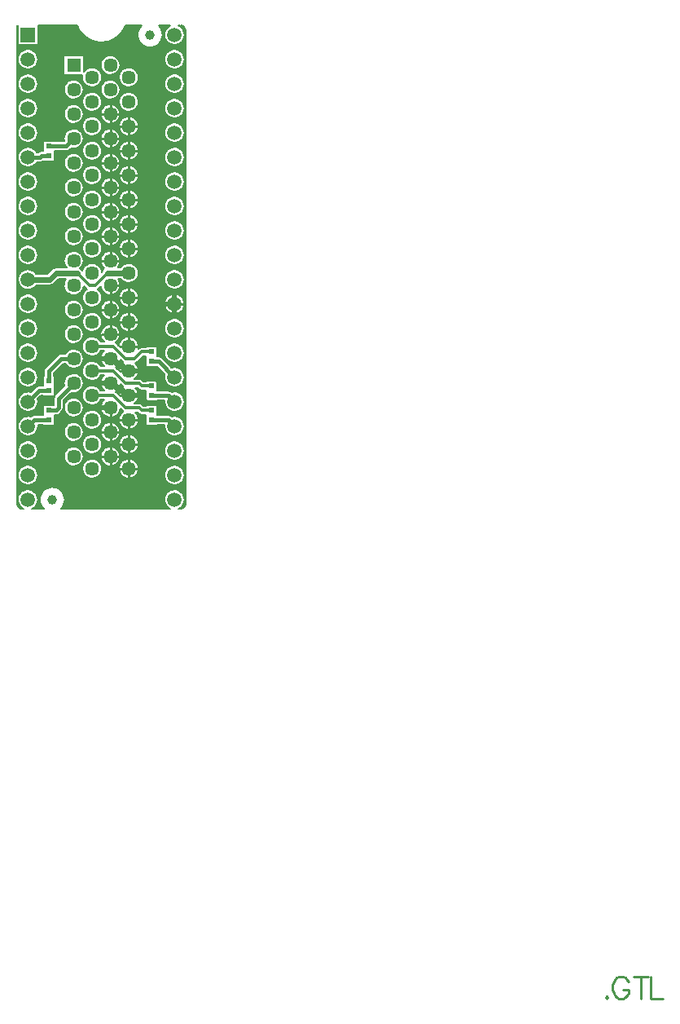
<source format=gtl>
%FSLAX44Y44*%
%MOMM*%
G71*
G01*
G75*
%ADD10C,0.2000*%
%ADD11R,0.6000X0.5000*%
%ADD12C,1.0000*%
%ADD13C,0.6000*%
%ADD14C,0.3300*%
%ADD15C,0.4000*%
%ADD16C,0.3000*%
%ADD17C,0.7000*%
%ADD18C,0.5000*%
%ADD19C,0.2540*%
%ADD20C,0.2286*%
%ADD21C,1.5000*%
%ADD22R,1.5000X1.5000*%
%ADD23C,1.4500*%
%ADD24R,1.4500X1.4500*%
D10*
X2259694Y1901077D02*
X2260356Y1898411D01*
X2262189Y1896364D01*
X2264767Y1895413D01*
X2281418Y1905127D02*
X2281118Y1907622D01*
X2280236Y1909974D01*
X2278822Y1912051D01*
X2276956Y1913734D01*
X2274744Y1914927D01*
X2272313Y1915562D01*
X2269801Y1915603D01*
X2267350Y1915048D01*
X2265101Y1913928D01*
X2263181Y1912308D01*
X2261699Y1910278D01*
X2260741Y1907956D01*
X2260359Y1905472D01*
X2260577Y1902969D01*
X2261382Y1900589D01*
X2262727Y1898467D01*
X2264537Y1896724D01*
X2266708Y1895459D01*
X2281418Y1930527D02*
X2281112Y1933047D01*
X2280211Y1935421D01*
X2278769Y1937511D01*
X2276869Y1939195D01*
X2274620Y1940375D01*
X2272155Y1940982D01*
X2269616D01*
X2267151Y1940375D01*
X2264903Y1939195D01*
X2263002Y1937511D01*
X2261560Y1935421D01*
X2260660Y1933047D01*
X2260354Y1930527D01*
X2260660Y1928006D01*
X2261560Y1925632D01*
X2263002Y1923543D01*
X2264903Y1921859D01*
X2267151Y1920679D01*
X2269616Y1920072D01*
X2272155D01*
X2274620Y1920679D01*
X2276869Y1921859D01*
X2278769Y1923543D01*
X2280211Y1925632D01*
X2281112Y1928007D01*
X2281418Y1930527D01*
Y1955927D02*
X2281112Y1958448D01*
X2280211Y1960822D01*
X2278769Y1962911D01*
X2276869Y1964595D01*
X2274620Y1965775D01*
X2272155Y1966382D01*
X2269616D01*
X2267151Y1965775D01*
X2264903Y1964595D01*
X2263002Y1962911D01*
X2261560Y1960822D01*
X2260660Y1958448D01*
X2260354Y1955927D01*
X2260660Y1953407D01*
X2261560Y1951033D01*
X2263002Y1948943D01*
X2264903Y1947259D01*
X2267151Y1946079D01*
X2269616Y1945472D01*
X2272155D01*
X2274620Y1946079D01*
X2276869Y1947259D01*
X2278769Y1948943D01*
X2280211Y1951033D01*
X2281112Y1953407D01*
X2281418Y1955927D01*
X2273878Y1991425D02*
X2271412Y1991846D01*
X2268916Y1991673D01*
X2266531Y1990917D01*
X2264392Y1989619D01*
X2262619Y1987853D01*
X2261313Y1985719D01*
X2260547Y1983337D01*
X2260365Y1980842D01*
X2260776Y1978374D01*
X2261758Y1976073D01*
X2263255Y1974068D01*
X2265182Y1972473D01*
X2267432Y1971378D01*
X2269876Y1970844D01*
X2272377Y1970901D01*
X2274794Y1971547D01*
X2276991Y1972745D01*
X2278843Y1974427D01*
X2280246Y1976499D01*
X2281121Y1978843D01*
X2281418Y1981327D01*
X2275063Y1895459D02*
X2277179Y1896682D01*
X2278956Y1898360D01*
X2280299Y1900403D01*
X2281134Y1902699D01*
X2281418Y1905127D01*
X2309298D02*
X2309041Y1907699D01*
X2308281Y1910169D01*
X2307048Y1912441D01*
X2305390Y1914424D01*
X2303373Y1916040D01*
X2301077Y1917225D01*
X2298591Y1917933D01*
X2296014Y1918136D01*
X2293448Y1917826D01*
X2290995Y1917015D01*
X2288749Y1915735D01*
X2286801Y1914036D01*
X2285228Y1911985D01*
X2284090Y1909665D01*
X2283434Y1907165D01*
X2283285Y1904584D01*
X2283649Y1902025D01*
X2284511Y1899589D01*
X2285838Y1897371D01*
X2287577Y1895459D01*
X2304995D02*
X2306814Y1897480D01*
X2308174Y1899836D01*
X2309014Y1902422D01*
X2309298Y1905127D01*
X2277236Y1992709D02*
X2273878Y1991425D01*
X2277236Y1992709D02*
X2273878Y1991425D01*
X2281418Y1981327D02*
X2281335Y1982645D01*
X2281418Y2006727D02*
X2280986Y2009711D01*
X2299936Y1992645D02*
X2301861Y1993028D01*
X2303494Y1994119D01*
X2299936Y1992645D02*
X2301861Y1993028D01*
X2303494Y1994119D01*
X2306194Y1996819D02*
X2307285Y1998451D01*
X2307668Y2000377D01*
X2306194Y1996819D02*
X2307285Y1998451D01*
X2307668Y2000377D01*
X2298204Y2012625D02*
X2297604Y2010242D01*
X2298204Y2012625D02*
X2297604Y2010242D01*
X2273870Y2016827D02*
X2271404Y2017246D01*
X2268908Y2017072D01*
X2266524Y2016313D01*
X2264386Y2015014D01*
X2262615Y2013248D01*
X2261311Y2011114D01*
X2260546Y2008732D01*
X2260365Y2006237D01*
X2260777Y2003769D01*
X2261760Y2001469D01*
X2263258Y1999465D01*
X2265185Y1997871D01*
X2267435Y1996776D01*
X2269879Y1996243D01*
X2272380Y1996302D01*
X2274796Y1996948D01*
X2276992Y1998146D01*
X2278844Y1999828D01*
X2280246Y2001900D01*
X2281121Y2004243D01*
X2281418Y2006727D01*
Y2032127D02*
X2281112Y2034648D01*
X2280211Y2037021D01*
X2278769Y2039111D01*
X2276869Y2040795D01*
X2274620Y2041975D01*
X2272155Y2042582D01*
X2269616D01*
X2267151Y2041975D01*
X2264903Y2040795D01*
X2263002Y2039111D01*
X2261560Y2037021D01*
X2260660Y2034648D01*
X2260354Y2032127D01*
X2260660Y2029606D01*
X2261560Y2027233D01*
X2263002Y2025143D01*
X2264903Y2023459D01*
X2267151Y2022279D01*
X2269616Y2021672D01*
X2272155D01*
X2274620Y2022279D01*
X2276869Y2023459D01*
X2278769Y2025143D01*
X2280211Y2027233D01*
X2281112Y2029607D01*
X2281418Y2032127D01*
Y2057527D02*
X2281112Y2060047D01*
X2280211Y2062422D01*
X2278769Y2064511D01*
X2276869Y2066195D01*
X2274620Y2067375D01*
X2272155Y2067982D01*
X2269616D01*
X2267151Y2067375D01*
X2264903Y2066195D01*
X2263002Y2064511D01*
X2261560Y2062422D01*
X2260660Y2060047D01*
X2260354Y2057527D01*
X2260660Y2055007D01*
X2261560Y2052632D01*
X2263002Y2050543D01*
X2264903Y2048859D01*
X2267151Y2047679D01*
X2269616Y2047072D01*
X2272155D01*
X2274620Y2047679D01*
X2276869Y2048859D01*
X2278769Y2050543D01*
X2280211Y2052632D01*
X2281112Y2055007D01*
X2281418Y2057527D01*
Y2082927D02*
X2281112Y2085448D01*
X2280211Y2087822D01*
X2278769Y2089911D01*
X2276869Y2091595D01*
X2274620Y2092775D01*
X2272155Y2093382D01*
X2269616D01*
X2267151Y2092775D01*
X2264903Y2091595D01*
X2263002Y2089911D01*
X2261560Y2087822D01*
X2260660Y2085448D01*
X2260354Y2082927D01*
X2260660Y2080406D01*
X2261560Y2078033D01*
X2263002Y2075943D01*
X2264903Y2074259D01*
X2267151Y2073079D01*
X2269616Y2072472D01*
X2272155D01*
X2274620Y2073079D01*
X2276869Y2074259D01*
X2278769Y2075943D01*
X2280211Y2078033D01*
X2281112Y2080407D01*
X2281418Y2082927D01*
Y2108327D02*
X2281112Y2110847D01*
X2280211Y2113221D01*
X2278769Y2115311D01*
X2276869Y2116995D01*
X2274620Y2118175D01*
X2272155Y2118782D01*
X2269616D01*
X2267151Y2118175D01*
X2264903Y2116995D01*
X2263002Y2115311D01*
X2261560Y2113221D01*
X2260660Y2110847D01*
X2260354Y2108327D01*
X2260660Y2105806D01*
X2261560Y2103432D01*
X2263002Y2101343D01*
X2264903Y2099659D01*
X2267151Y2098479D01*
X2269616Y2097872D01*
X2272155D01*
X2274620Y2098479D01*
X2276869Y2099659D01*
X2278769Y2101343D01*
X2280211Y2103432D01*
X2281112Y2105807D01*
X2281418Y2108327D01*
X2279519Y2139759D02*
X2277829Y2141646D01*
X2275737Y2143075D01*
X2273365Y2143963D01*
X2270849Y2144259D01*
X2268335Y2143945D01*
X2265969Y2143041D01*
X2263887Y2141597D01*
X2262210Y2139698D01*
X2261035Y2137454D01*
X2260430Y2134994D01*
Y2132460D01*
X2261035Y2130000D01*
X2262210Y2127756D01*
X2263887Y2125857D01*
X2265969Y2124413D01*
X2268335Y2123509D01*
X2270849Y2123195D01*
X2273365Y2123491D01*
X2275737Y2124379D01*
X2277829Y2125808D01*
X2279519Y2127695D01*
X2282316Y2023189D02*
X2280390Y2022806D01*
X2278758Y2021715D01*
X2282316Y2023189D02*
X2280390Y2022806D01*
X2278758Y2021715D01*
X2299078Y2013800D02*
X2298508Y2013120D01*
X2299078Y2013800D02*
X2298508Y2013120D01*
X2288918Y2042035D02*
X2287827Y2040403D01*
X2287444Y2038477D01*
X2288918Y2042035D02*
X2287827Y2040403D01*
X2287444Y2038477D01*
X2305516Y2056549D02*
X2303590Y2056166D01*
X2301958Y2055075D01*
X2305516Y2056549D02*
X2303590Y2056166D01*
X2301958Y2055075D01*
X2293746Y2127695D02*
X2296054Y2128154D01*
X2298011Y2129462D01*
X2293746Y2127695D02*
X2296054Y2128154D01*
X2298011Y2129462D01*
X2328793Y1949917D02*
X2328470Y1952474D01*
X2327521Y1954870D01*
X2326006Y1956956D01*
X2324020Y1958598D01*
X2321688Y1959696D01*
X2319156Y1960179D01*
X2316584Y1960017D01*
X2314133Y1959220D01*
X2311957Y1957839D01*
X2310192Y1955961D01*
X2308951Y1953702D01*
X2308310Y1951206D01*
Y1948628D01*
X2308951Y1946132D01*
X2310192Y1943873D01*
X2311957Y1941995D01*
X2314133Y1940614D01*
X2316584Y1939817D01*
X2319156Y1939655D01*
X2321688Y1940138D01*
X2324020Y1941236D01*
X2326006Y1942879D01*
X2327521Y1944964D01*
X2328470Y1947360D01*
X2328793Y1949917D01*
Y1975317D02*
X2328470Y1977874D01*
X2327521Y1980270D01*
X2326006Y1982355D01*
X2324020Y1983998D01*
X2321688Y1985096D01*
X2319156Y1985579D01*
X2316584Y1985417D01*
X2314133Y1984620D01*
X2311957Y1983239D01*
X2310192Y1981361D01*
X2308951Y1979102D01*
X2308310Y1976606D01*
Y1974028D01*
X2308951Y1971532D01*
X2310192Y1969273D01*
X2311957Y1967395D01*
X2314133Y1966014D01*
X2316584Y1965217D01*
X2319156Y1965055D01*
X2321688Y1965538D01*
X2324020Y1966636D01*
X2326006Y1968279D01*
X2327521Y1970364D01*
X2328470Y1972760D01*
X2328793Y1975317D01*
Y2000717D02*
X2328470Y2003274D01*
X2327521Y2005670D01*
X2326006Y2007755D01*
X2324020Y2009398D01*
X2321688Y2010496D01*
X2319156Y2010979D01*
X2316584Y2010817D01*
X2314133Y2010020D01*
X2311957Y2008639D01*
X2310192Y2006761D01*
X2308951Y2004502D01*
X2308310Y2002006D01*
Y1999428D01*
X2308951Y1996932D01*
X2310192Y1994673D01*
X2311957Y1992795D01*
X2314133Y1991414D01*
X2316584Y1990617D01*
X2319156Y1990455D01*
X2321688Y1990938D01*
X2324020Y1992036D01*
X2326006Y1993678D01*
X2327521Y1995764D01*
X2328470Y1998160D01*
X2328793Y2000717D01*
X2347843Y1937217D02*
X2347520Y1939774D01*
X2346571Y1942170D01*
X2345056Y1944256D01*
X2343070Y1945898D01*
X2340738Y1946996D01*
X2338206Y1947479D01*
X2335634Y1947317D01*
X2333183Y1946520D01*
X2331007Y1945139D01*
X2329242Y1943261D01*
X2328001Y1941002D01*
X2327360Y1938506D01*
Y1935928D01*
X2328001Y1933432D01*
X2329242Y1931173D01*
X2331007Y1929295D01*
X2333183Y1927914D01*
X2335634Y1927117D01*
X2338206Y1926955D01*
X2340738Y1927438D01*
X2343070Y1928536D01*
X2345056Y1930179D01*
X2346571Y1932264D01*
X2347520Y1934660D01*
X2347843Y1937217D01*
Y1962617D02*
X2347520Y1965174D01*
X2346571Y1967570D01*
X2345056Y1969655D01*
X2343070Y1971298D01*
X2340738Y1972396D01*
X2338206Y1972879D01*
X2335634Y1972717D01*
X2333183Y1971920D01*
X2331007Y1970539D01*
X2329242Y1968661D01*
X2328001Y1966402D01*
X2327360Y1963906D01*
Y1961328D01*
X2328001Y1958832D01*
X2329242Y1956573D01*
X2331007Y1954695D01*
X2333183Y1953314D01*
X2335634Y1952517D01*
X2338206Y1952355D01*
X2340738Y1952838D01*
X2343070Y1953936D01*
X2345056Y1955578D01*
X2346571Y1957664D01*
X2347520Y1960060D01*
X2347843Y1962617D01*
Y1988017D02*
X2347520Y1990574D01*
X2346571Y1992970D01*
X2345056Y1995056D01*
X2343070Y1996698D01*
X2340738Y1997796D01*
X2338206Y1998279D01*
X2335634Y1998117D01*
X2333183Y1997320D01*
X2331007Y1995939D01*
X2329242Y1994061D01*
X2328001Y1991802D01*
X2327360Y1989306D01*
Y1986728D01*
X2328001Y1984232D01*
X2329242Y1981973D01*
X2331007Y1980095D01*
X2333183Y1978714D01*
X2335634Y1977917D01*
X2338206Y1977755D01*
X2340738Y1978238D01*
X2343070Y1979336D01*
X2345056Y1980979D01*
X2346571Y1983064D01*
X2347520Y1985460D01*
X2347843Y1988017D01*
X2346790Y2017949D02*
X2345421Y2020045D01*
X2343586Y2021749D01*
X2341394Y2022958D01*
X2338974Y2023601D01*
X2336471Y2023641D01*
X2334032Y2023075D01*
X2331803Y2021936D01*
X2329915Y2020291D01*
X2328480Y2018240D01*
X2327584Y2015902D01*
X2327279Y2013417D01*
X2327584Y2010932D01*
X2328480Y2008594D01*
X2329915Y2006543D01*
X2331803Y2004898D01*
X2334032Y2003759D01*
X2336471Y2003193D01*
X2338974Y2003233D01*
X2341394Y2003876D01*
X2343586Y2005085D01*
X2345421Y2006789D01*
X2346790Y2008885D01*
X2315729Y2016219D02*
X2318403Y2015836D01*
X2321085Y2016163D01*
X2323589Y2017177D01*
X2325743Y2018809D01*
X2327397Y2020945D01*
X2328438Y2023439D01*
X2328793Y2026117D01*
X2328488Y2028601D01*
X2327593Y2030937D01*
X2326160Y2032988D01*
X2324273Y2034633D01*
X2322045Y2035772D01*
X2319608Y2036340D01*
X2317106Y2036303D01*
X2314688Y2035662D01*
X2312495Y2034456D01*
X2310659Y2032756D01*
X2309288Y2030663D01*
X2308463Y2028300D01*
X2308233Y2025808D01*
X2308612Y2023335D01*
X2309544Y2046485D02*
X2310991Y2044505D01*
X2312866Y2042923D01*
X2315062Y2041831D01*
X2317454Y2041290D01*
X2319906Y2041330D01*
X2322279Y2041951D01*
X2324438Y2043115D01*
X2326259Y2044758D01*
X2327639Y2046785D01*
X2328500Y2049082D01*
X2328793Y2051517D01*
Y2051517D02*
X2328500Y2053952D01*
X2327639Y2056249D01*
X2326259Y2058276D01*
X2324438Y2059919D01*
X2322279Y2061084D01*
X2319906Y2061704D01*
X2317454Y2061745D01*
X2315062Y2061203D01*
X2312866Y2060111D01*
X2310991Y2058529D01*
X2309544Y2056549D01*
X2328793Y2076917D02*
X2328470Y2079474D01*
X2327521Y2081870D01*
X2326006Y2083956D01*
X2324020Y2085598D01*
X2321688Y2086696D01*
X2319156Y2087179D01*
X2316584Y2087017D01*
X2314133Y2086220D01*
X2311957Y2084839D01*
X2310192Y2082961D01*
X2308951Y2080702D01*
X2308310Y2078206D01*
Y2075628D01*
X2308951Y2073132D01*
X2310192Y2070873D01*
X2311957Y2068995D01*
X2314133Y2067614D01*
X2316584Y2066817D01*
X2319156Y2066655D01*
X2321688Y2067138D01*
X2324020Y2068236D01*
X2326006Y2069879D01*
X2327521Y2071964D01*
X2328470Y2074360D01*
X2328793Y2076917D01*
Y2102317D02*
X2328470Y2104874D01*
X2327521Y2107270D01*
X2326006Y2109355D01*
X2324020Y2110998D01*
X2321688Y2112096D01*
X2319156Y2112579D01*
X2316584Y2112417D01*
X2314133Y2111620D01*
X2311957Y2110239D01*
X2310192Y2108361D01*
X2308951Y2106102D01*
X2308310Y2103606D01*
Y2101028D01*
X2308951Y2098532D01*
X2310192Y2096273D01*
X2311957Y2094395D01*
X2314133Y2093014D01*
X2316584Y2092217D01*
X2319156Y2092055D01*
X2321688Y2092538D01*
X2324020Y2093636D01*
X2326006Y2095278D01*
X2327521Y2097364D01*
X2328470Y2099760D01*
X2328793Y2102317D01*
X2310407Y2134045D02*
X2309098Y2131854D01*
X2308369Y2129409D01*
X2308265Y2126859D01*
X2308791Y2124363D01*
X2309917Y2122072D01*
X2311571Y2120130D01*
X2313654Y2118655D01*
X2316035Y2117737D01*
X2318569Y2117435D01*
X2321099Y2117766D01*
X2323470Y2118710D01*
X2325535Y2120208D01*
X2327168Y2122169D01*
X2328267Y2124472D01*
X2328766Y2126975D01*
X2346790Y2043349D02*
X2345421Y2045445D01*
X2343586Y2047148D01*
X2341394Y2048358D01*
X2338974Y2049001D01*
X2336471Y2049041D01*
X2334032Y2048475D01*
X2331803Y2047336D01*
X2329915Y2045691D01*
X2328480Y2043640D01*
X2327584Y2041302D01*
X2327279Y2038817D01*
X2327584Y2036332D01*
X2328480Y2033994D01*
X2329915Y2031943D01*
X2331803Y2030298D01*
X2334032Y2029159D01*
X2336471Y2028593D01*
X2338974Y2028633D01*
X2341394Y2029276D01*
X2343586Y2030486D01*
X2345421Y2032189D01*
X2346790Y2034285D01*
Y2068749D02*
X2345421Y2070845D01*
X2343586Y2072549D01*
X2341394Y2073758D01*
X2338974Y2074401D01*
X2336471Y2074441D01*
X2334032Y2073875D01*
X2331803Y2072736D01*
X2329915Y2071091D01*
X2328480Y2069040D01*
X2327584Y2066702D01*
X2327279Y2064217D01*
X2327584Y2061732D01*
X2328480Y2059394D01*
X2329915Y2057343D01*
X2331803Y2055698D01*
X2334032Y2054559D01*
X2336471Y2053993D01*
X2338974Y2054033D01*
X2341394Y2054676D01*
X2343586Y2055885D01*
X2345421Y2057589D01*
X2346790Y2059685D01*
X2347843Y2089617D02*
X2347520Y2092174D01*
X2346571Y2094570D01*
X2345056Y2096655D01*
X2343070Y2098298D01*
X2340738Y2099396D01*
X2338206Y2099879D01*
X2335634Y2099717D01*
X2333183Y2098920D01*
X2331007Y2097539D01*
X2329242Y2095661D01*
X2328001Y2093402D01*
X2327360Y2090906D01*
Y2088328D01*
X2328001Y2085832D01*
X2329242Y2083573D01*
X2331007Y2081695D01*
X2333183Y2080314D01*
X2335634Y2079517D01*
X2338206Y2079355D01*
X2340738Y2079838D01*
X2343070Y2080936D01*
X2345056Y2082578D01*
X2346571Y2084664D01*
X2347520Y2087060D01*
X2347843Y2089617D01*
X2332072Y2123712D02*
X2330134Y2122127D01*
X2328636Y2120122D01*
X2327666Y2117814D01*
X2327284Y2115340D01*
X2327510Y2112847D01*
X2328333Y2110482D01*
X2329702Y2108387D01*
X2331537Y2106684D01*
X2333730Y2105475D01*
X2336149Y2104832D01*
X2338652Y2104793D01*
X2341090Y2105360D01*
X2343320Y2106499D01*
X2345207Y2108143D01*
X2346642Y2110195D01*
X2347538Y2112532D01*
X2347843Y2115017D01*
X2343366Y2123504D02*
X2344046Y2124066D01*
X2343366Y2123504D02*
X2344046Y2124066D01*
X2347843Y2115017D02*
X2347541Y2117488D01*
X2346655Y2119814D01*
X2345235Y2121860D01*
X2343366Y2123504D01*
X2281418Y2159127D02*
X2281112Y2161647D01*
X2280211Y2164021D01*
X2278769Y2166111D01*
X2276869Y2167795D01*
X2274620Y2168975D01*
X2272155Y2169582D01*
X2269616D01*
X2267151Y2168975D01*
X2264903Y2167795D01*
X2263002Y2166111D01*
X2261560Y2164021D01*
X2260660Y2161647D01*
X2260354Y2159127D01*
X2260660Y2156606D01*
X2261560Y2154232D01*
X2263002Y2152143D01*
X2264903Y2150459D01*
X2267151Y2149279D01*
X2269616Y2148672D01*
X2272155D01*
X2274620Y2149279D01*
X2276869Y2150459D01*
X2278769Y2152143D01*
X2280211Y2154232D01*
X2281112Y2156607D01*
X2281418Y2159127D01*
Y2184527D02*
X2281112Y2187047D01*
X2280211Y2189422D01*
X2278769Y2191511D01*
X2276869Y2193195D01*
X2274620Y2194375D01*
X2272155Y2194982D01*
X2269616D01*
X2267151Y2194375D01*
X2264903Y2193195D01*
X2263002Y2191511D01*
X2261560Y2189422D01*
X2260660Y2187047D01*
X2260354Y2184527D01*
X2260660Y2182007D01*
X2261560Y2179633D01*
X2263002Y2177543D01*
X2264903Y2175859D01*
X2267151Y2174679D01*
X2269616Y2174072D01*
X2272155D01*
X2274620Y2174679D01*
X2276869Y2175859D01*
X2278769Y2177543D01*
X2280211Y2179633D01*
X2281112Y2182007D01*
X2281418Y2184527D01*
Y2209927D02*
X2281112Y2212448D01*
X2280211Y2214821D01*
X2278769Y2216911D01*
X2276869Y2218595D01*
X2274620Y2219775D01*
X2272155Y2220382D01*
X2269616D01*
X2267151Y2219775D01*
X2264903Y2218595D01*
X2263002Y2216911D01*
X2261560Y2214821D01*
X2260660Y2212448D01*
X2260354Y2209927D01*
X2260660Y2207406D01*
X2261560Y2205033D01*
X2263002Y2202943D01*
X2264903Y2201259D01*
X2267151Y2200079D01*
X2269616Y2199472D01*
X2272155D01*
X2274620Y2200079D01*
X2276869Y2201259D01*
X2278769Y2202943D01*
X2280211Y2205033D01*
X2281112Y2207407D01*
X2281418Y2209927D01*
Y2235327D02*
X2281112Y2237847D01*
X2280211Y2240222D01*
X2278769Y2242311D01*
X2276869Y2243995D01*
X2274620Y2245175D01*
X2272155Y2245782D01*
X2269616D01*
X2267151Y2245175D01*
X2264903Y2243995D01*
X2263002Y2242311D01*
X2261560Y2240222D01*
X2260660Y2237847D01*
X2260354Y2235327D01*
X2260660Y2232807D01*
X2261560Y2230432D01*
X2263002Y2228343D01*
X2264903Y2226659D01*
X2267151Y2225479D01*
X2269616Y2224872D01*
X2272155D01*
X2274620Y2225479D01*
X2276869Y2226659D01*
X2278769Y2228343D01*
X2280211Y2230432D01*
X2281112Y2232807D01*
X2281418Y2235327D01*
X2300096Y2146109D02*
X2297787Y2145650D01*
X2295831Y2144342D01*
X2300096Y2146109D02*
X2297787Y2145650D01*
X2295831Y2144342D01*
X2283586Y2255695D02*
X2286444Y2256585D01*
X2283586Y2255695D02*
X2286444Y2256585D01*
X2284856Y2267029D02*
X2281514Y2265759D01*
X2284856Y2267029D02*
X2281514Y2265759D01*
X2280138D02*
X2278674Y2267816D01*
X2276763Y2269467D01*
X2274514Y2270614D01*
X2272057Y2271194D01*
X2269532Y2271172D01*
X2267085Y2270549D01*
X2264856Y2269362D01*
X2262974Y2267679D01*
X2261547Y2265596D01*
X2260656Y2263234D01*
X2260354Y2260727D01*
X2260656Y2258220D01*
X2261547Y2255858D01*
X2262974Y2253775D01*
X2264856Y2252092D01*
X2267085Y2250905D01*
X2269532Y2250282D01*
X2272057Y2250260D01*
X2274514Y2250840D01*
X2276763Y2251987D01*
X2278674Y2253638D01*
X2280138Y2255695D01*
X2281418Y2286127D02*
X2281112Y2288647D01*
X2280211Y2291022D01*
X2278769Y2293111D01*
X2276869Y2294795D01*
X2274620Y2295975D01*
X2272155Y2296582D01*
X2269616D01*
X2267151Y2295975D01*
X2264903Y2294795D01*
X2263002Y2293111D01*
X2261560Y2291022D01*
X2260660Y2288647D01*
X2260354Y2286127D01*
X2260660Y2283607D01*
X2261560Y2281232D01*
X2263002Y2279143D01*
X2264903Y2277459D01*
X2267151Y2276279D01*
X2269616Y2275672D01*
X2272155D01*
X2274620Y2276279D01*
X2276869Y2277459D01*
X2278769Y2279143D01*
X2280211Y2281232D01*
X2281112Y2283607D01*
X2281418Y2286127D01*
Y2311527D02*
X2281112Y2314048D01*
X2280211Y2316422D01*
X2278769Y2318511D01*
X2276869Y2320195D01*
X2274620Y2321375D01*
X2272155Y2321982D01*
X2269616D01*
X2267151Y2321375D01*
X2264903Y2320195D01*
X2263002Y2318511D01*
X2261560Y2316422D01*
X2260660Y2314048D01*
X2260354Y2311527D01*
X2260660Y2309007D01*
X2261560Y2306633D01*
X2263002Y2304543D01*
X2264903Y2302859D01*
X2267151Y2301679D01*
X2269616Y2301072D01*
X2272155D01*
X2274620Y2301679D01*
X2276869Y2302859D01*
X2278769Y2304543D01*
X2280211Y2306633D01*
X2281112Y2309007D01*
X2281418Y2311527D01*
Y2336927D02*
X2281112Y2339447D01*
X2280211Y2341821D01*
X2278769Y2343911D01*
X2276869Y2345595D01*
X2274620Y2346775D01*
X2272155Y2347382D01*
X2269616D01*
X2267151Y2346775D01*
X2264903Y2345595D01*
X2263002Y2343911D01*
X2261560Y2341821D01*
X2260660Y2339447D01*
X2260354Y2336927D01*
X2260660Y2334406D01*
X2261560Y2332032D01*
X2263002Y2329943D01*
X2264903Y2328259D01*
X2267151Y2327079D01*
X2269616Y2326472D01*
X2272155D01*
X2274620Y2327079D01*
X2276869Y2328259D01*
X2278769Y2329943D01*
X2280211Y2332032D01*
X2281112Y2334407D01*
X2281418Y2336927D01*
Y2362327D02*
X2281112Y2364848D01*
X2280211Y2367222D01*
X2278769Y2369311D01*
X2276869Y2370995D01*
X2274620Y2372175D01*
X2272155Y2372782D01*
X2269616D01*
X2267151Y2372175D01*
X2264903Y2370995D01*
X2263002Y2369311D01*
X2261560Y2367222D01*
X2260660Y2364848D01*
X2260354Y2362327D01*
X2260660Y2359807D01*
X2261560Y2357433D01*
X2263002Y2355343D01*
X2264903Y2353659D01*
X2267151Y2352479D01*
X2269616Y2351872D01*
X2272155D01*
X2274620Y2352479D01*
X2276869Y2353659D01*
X2278769Y2355343D01*
X2280211Y2357433D01*
X2281112Y2359807D01*
X2281418Y2362327D01*
X2328793Y2153117D02*
X2328490Y2155593D01*
X2327600Y2157924D01*
X2326175Y2159971D01*
X2324299Y2161615D01*
X2322082Y2162759D01*
X2319655Y2163335D01*
X2317160Y2163310D01*
X2314745Y2162685D01*
X2312552Y2161496D01*
X2310709Y2159814D01*
X2309326Y2157738D01*
X2308483Y2155390D01*
X2308231Y2152909D01*
X2308584Y2150439D01*
X2309521Y2148127D01*
X2310987Y2146109D01*
X2327594Y2142941D02*
X2325235Y2145338D01*
X2327156Y2147551D01*
X2328375Y2150216D01*
X2328793Y2153117D01*
Y2178517D02*
X2328470Y2181074D01*
X2327521Y2183470D01*
X2326006Y2185556D01*
X2324020Y2187198D01*
X2321688Y2188296D01*
X2319156Y2188779D01*
X2316584Y2188617D01*
X2314133Y2187820D01*
X2311957Y2186439D01*
X2310192Y2184561D01*
X2308951Y2182302D01*
X2308310Y2179806D01*
Y2177228D01*
X2308951Y2174732D01*
X2310192Y2172473D01*
X2311957Y2170595D01*
X2314133Y2169214D01*
X2316584Y2168417D01*
X2319156Y2168255D01*
X2321688Y2168738D01*
X2324020Y2169836D01*
X2326006Y2171478D01*
X2327521Y2173564D01*
X2328470Y2175960D01*
X2328793Y2178517D01*
Y2203917D02*
X2328470Y2206474D01*
X2327521Y2208870D01*
X2326006Y2210956D01*
X2324020Y2212598D01*
X2321688Y2213696D01*
X2319156Y2214179D01*
X2316584Y2214017D01*
X2314133Y2213220D01*
X2311957Y2211839D01*
X2310192Y2209961D01*
X2308951Y2207702D01*
X2308310Y2205206D01*
Y2202628D01*
X2308951Y2200132D01*
X2310192Y2197873D01*
X2311957Y2195995D01*
X2314133Y2194614D01*
X2316584Y2193817D01*
X2319156Y2193655D01*
X2321688Y2194138D01*
X2324020Y2195236D01*
X2326006Y2196879D01*
X2327521Y2198964D01*
X2328470Y2201360D01*
X2328793Y2203917D01*
X2310391Y2266965D02*
X2312316Y2267348D01*
X2313949Y2268439D01*
X2310391Y2266965D02*
X2312316Y2267348D01*
X2313949Y2268439D01*
X2328793Y2229317D02*
X2328470Y2231874D01*
X2327521Y2234270D01*
X2326006Y2236355D01*
X2324020Y2237998D01*
X2321688Y2239096D01*
X2319156Y2239579D01*
X2316584Y2239417D01*
X2314133Y2238620D01*
X2311957Y2237239D01*
X2310192Y2235361D01*
X2308951Y2233102D01*
X2308310Y2230606D01*
Y2228028D01*
X2308951Y2225532D01*
X2310192Y2223273D01*
X2311957Y2221395D01*
X2314133Y2220014D01*
X2316584Y2219217D01*
X2319156Y2219055D01*
X2321688Y2219538D01*
X2324020Y2220636D01*
X2326006Y2222278D01*
X2327521Y2224364D01*
X2328470Y2226760D01*
X2328793Y2229317D01*
Y2254717D02*
X2328470Y2257274D01*
X2327521Y2259670D01*
X2326006Y2261756D01*
X2324020Y2263398D01*
X2321688Y2264496D01*
X2319156Y2264979D01*
X2316584Y2264817D01*
X2314133Y2264020D01*
X2311957Y2262639D01*
X2310192Y2260761D01*
X2308951Y2258502D01*
X2308310Y2256006D01*
Y2253428D01*
X2308951Y2250932D01*
X2310192Y2248673D01*
X2311957Y2246795D01*
X2314133Y2245414D01*
X2316584Y2244617D01*
X2319156Y2244455D01*
X2321688Y2244938D01*
X2324020Y2246036D01*
X2326006Y2247679D01*
X2327521Y2249764D01*
X2328470Y2252160D01*
X2328793Y2254717D01*
X2347806Y2141283D02*
X2347255Y2143843D01*
X2346075Y2146181D01*
X2344343Y2148145D01*
X2342171Y2149608D01*
X2339700Y2150474D01*
X2337090Y2150688D01*
X2334510Y2150236D01*
X2332129Y2149147D01*
X2330100Y2147492D01*
X2328555Y2145378D01*
X2327594Y2142941D01*
X2347843Y2165817D02*
X2347520Y2168374D01*
X2346571Y2170770D01*
X2345056Y2172856D01*
X2343070Y2174498D01*
X2340738Y2175596D01*
X2338206Y2176079D01*
X2335634Y2175917D01*
X2333183Y2175120D01*
X2331007Y2173739D01*
X2329242Y2171861D01*
X2328001Y2169602D01*
X2327360Y2167106D01*
Y2164528D01*
X2328001Y2162032D01*
X2329242Y2159773D01*
X2331007Y2157895D01*
X2333183Y2156514D01*
X2335634Y2155717D01*
X2338206Y2155555D01*
X2340738Y2156038D01*
X2343070Y2157136D01*
X2345056Y2158779D01*
X2346571Y2160864D01*
X2347520Y2163260D01*
X2347843Y2165817D01*
Y2191217D02*
X2347520Y2193774D01*
X2346571Y2196170D01*
X2345056Y2198255D01*
X2343070Y2199898D01*
X2340738Y2200996D01*
X2338206Y2201479D01*
X2335634Y2201317D01*
X2333183Y2200520D01*
X2331007Y2199139D01*
X2329242Y2197261D01*
X2328001Y2195002D01*
X2327360Y2192506D01*
Y2189928D01*
X2328001Y2187432D01*
X2329242Y2185173D01*
X2331007Y2183295D01*
X2333183Y2181914D01*
X2335634Y2181117D01*
X2338206Y2180955D01*
X2340738Y2181438D01*
X2343070Y2182536D01*
X2345056Y2184178D01*
X2346571Y2186264D01*
X2347520Y2188660D01*
X2347843Y2191217D01*
Y2216617D02*
X2347520Y2219174D01*
X2346571Y2221570D01*
X2345056Y2223656D01*
X2343070Y2225298D01*
X2340738Y2226396D01*
X2338206Y2226879D01*
X2335634Y2226717D01*
X2333183Y2225920D01*
X2331007Y2224539D01*
X2329242Y2222661D01*
X2328001Y2220402D01*
X2327360Y2217906D01*
Y2215328D01*
X2328001Y2212832D01*
X2329242Y2210573D01*
X2331007Y2208695D01*
X2333183Y2207314D01*
X2335634Y2206517D01*
X2338206Y2206355D01*
X2340738Y2206838D01*
X2343070Y2207936D01*
X2345056Y2209579D01*
X2346571Y2211664D01*
X2347520Y2214060D01*
X2347843Y2216617D01*
Y2242017D02*
X2347520Y2244574D01*
X2346571Y2246970D01*
X2345056Y2249055D01*
X2343070Y2250698D01*
X2340738Y2251796D01*
X2338206Y2252279D01*
X2335634Y2252117D01*
X2333183Y2251320D01*
X2331007Y2249939D01*
X2329242Y2248061D01*
X2328001Y2245802D01*
X2327360Y2243306D01*
Y2240728D01*
X2328001Y2238232D01*
X2329242Y2235973D01*
X2331007Y2234095D01*
X2333183Y2232714D01*
X2335634Y2231917D01*
X2338206Y2231755D01*
X2340738Y2232238D01*
X2343070Y2233336D01*
X2345056Y2234978D01*
X2346571Y2237064D01*
X2347520Y2239460D01*
X2347843Y2242017D01*
X2315729Y2270219D02*
X2318403Y2269836D01*
X2321085Y2270163D01*
X2323589Y2271177D01*
X2325743Y2272809D01*
X2327397Y2274945D01*
X2328438Y2277439D01*
X2328793Y2280117D01*
X2328488Y2282601D01*
X2327593Y2284937D01*
X2326160Y2286988D01*
X2324273Y2288633D01*
X2322045Y2289772D01*
X2319608Y2290340D01*
X2317106Y2290303D01*
X2314688Y2289662D01*
X2312495Y2288456D01*
X2310659Y2286756D01*
X2309288Y2284662D01*
X2308463Y2282300D01*
X2308233Y2279808D01*
X2308612Y2277335D01*
X2328793Y2305517D02*
X2328470Y2308074D01*
X2327521Y2310470D01*
X2326006Y2312556D01*
X2324020Y2314198D01*
X2321688Y2315296D01*
X2319156Y2315779D01*
X2316584Y2315617D01*
X2314133Y2314820D01*
X2311957Y2313439D01*
X2310192Y2311561D01*
X2308951Y2309302D01*
X2308310Y2306806D01*
Y2304228D01*
X2308951Y2301732D01*
X2310192Y2299473D01*
X2311957Y2297595D01*
X2314133Y2296214D01*
X2316584Y2295417D01*
X2319156Y2295255D01*
X2321688Y2295738D01*
X2324020Y2296836D01*
X2326006Y2298479D01*
X2327521Y2300564D01*
X2328470Y2302960D01*
X2328793Y2305517D01*
Y2330917D02*
X2328470Y2333474D01*
X2327521Y2335870D01*
X2326006Y2337955D01*
X2324020Y2339598D01*
X2321688Y2340696D01*
X2319156Y2341179D01*
X2316584Y2341017D01*
X2314133Y2340220D01*
X2311957Y2338839D01*
X2310192Y2336961D01*
X2308951Y2334702D01*
X2308310Y2332206D01*
Y2329628D01*
X2308951Y2327132D01*
X2310192Y2324873D01*
X2311957Y2322995D01*
X2314133Y2321614D01*
X2316584Y2320817D01*
X2319156Y2320655D01*
X2321688Y2321138D01*
X2324020Y2322236D01*
X2326006Y2323878D01*
X2327521Y2325964D01*
X2328470Y2328360D01*
X2328793Y2330917D01*
X2322002Y2397395D02*
X2322985Y2395099D01*
X2324178Y2392904D01*
X2325570Y2390831D01*
X2327149Y2388895D01*
X2328902Y2387116D01*
X2330813Y2385507D01*
X2332865Y2384084D01*
X2335041Y2382858D01*
X2337322Y2381839D01*
X2339687Y2381038D01*
X2342117Y2380461D01*
X2344591Y2380112D01*
X2347086Y2379996D01*
X2349581Y2380112D01*
X2352054Y2380461D01*
X2354484Y2381038D01*
X2356850Y2381839D01*
X2359131Y2382858D01*
X2361307Y2384084D01*
X2363359Y2385507D01*
X2365270Y2387116D01*
X2367022Y2388895D01*
X2368602Y2390831D01*
X2369994Y2392904D01*
X2371186Y2395099D01*
X2372170Y2397395D01*
X2347843Y2267417D02*
X2347520Y2269974D01*
X2346571Y2272370D01*
X2345056Y2274456D01*
X2343070Y2276098D01*
X2340738Y2277196D01*
X2338206Y2277679D01*
X2335634Y2277517D01*
X2333183Y2276720D01*
X2331007Y2275339D01*
X2329242Y2273461D01*
X2328001Y2271202D01*
X2327360Y2268706D01*
Y2266128D01*
X2328001Y2263632D01*
X2329242Y2261373D01*
X2331007Y2259495D01*
X2333183Y2258114D01*
X2335634Y2257317D01*
X2338206Y2257155D01*
X2340738Y2257638D01*
X2343070Y2258736D01*
X2345056Y2260379D01*
X2346571Y2262464D01*
X2347520Y2264860D01*
X2347843Y2267417D01*
Y2292817D02*
X2347520Y2295374D01*
X2346571Y2297770D01*
X2345056Y2299855D01*
X2343070Y2301498D01*
X2340738Y2302596D01*
X2338206Y2303079D01*
X2335634Y2302917D01*
X2333183Y2302120D01*
X2331007Y2300739D01*
X2329242Y2298861D01*
X2328001Y2296602D01*
X2327360Y2294106D01*
Y2291528D01*
X2328001Y2289032D01*
X2329242Y2286773D01*
X2331007Y2284895D01*
X2333183Y2283514D01*
X2335634Y2282717D01*
X2338206Y2282555D01*
X2340738Y2283038D01*
X2343070Y2284136D01*
X2345056Y2285779D01*
X2346571Y2287864D01*
X2347520Y2290260D01*
X2347843Y2292817D01*
Y2318217D02*
X2347520Y2320774D01*
X2346571Y2323170D01*
X2345056Y2325255D01*
X2343070Y2326898D01*
X2340738Y2327996D01*
X2338206Y2328479D01*
X2335634Y2328317D01*
X2333183Y2327520D01*
X2331007Y2326139D01*
X2329242Y2324261D01*
X2328001Y2322002D01*
X2327360Y2319506D01*
Y2316928D01*
X2328001Y2314432D01*
X2329242Y2312173D01*
X2331007Y2310295D01*
X2333183Y2308914D01*
X2335634Y2308117D01*
X2338206Y2307955D01*
X2340738Y2308438D01*
X2343070Y2309536D01*
X2345056Y2311178D01*
X2346571Y2313264D01*
X2347520Y2315660D01*
X2347843Y2318217D01*
X2327567Y2346035D02*
X2327279Y2343576D01*
X2327587Y2341120D01*
X2328473Y2338808D01*
X2329885Y2336775D01*
X2331743Y2335139D01*
X2333938Y2333994D01*
X2336343Y2333407D01*
X2338819Y2333412D01*
X2341221Y2334009D01*
X2343412Y2335162D01*
X2345263Y2336806D01*
X2346668Y2338844D01*
X2347545Y2341159D01*
X2347843Y2343617D01*
X2347499Y2346252D01*
X2346492Y2348712D01*
X2344888Y2350831D01*
X2342794Y2352468D01*
X2340351Y2353513D01*
X2337721Y2353898D01*
X2335081Y2353595D01*
X2332606Y2352626D01*
X2330462Y2351055D01*
X2328793Y2348987D01*
X2366893Y1949917D02*
X2366570Y1952474D01*
X2365621Y1954870D01*
X2364106Y1956956D01*
X2362120Y1958598D01*
X2359788Y1959696D01*
X2357256Y1960179D01*
X2354684Y1960017D01*
X2352233Y1959220D01*
X2350057Y1957839D01*
X2348292Y1955961D01*
X2347051Y1953702D01*
X2346410Y1951206D01*
Y1948628D01*
X2347051Y1946132D01*
X2348292Y1943873D01*
X2350057Y1941995D01*
X2352233Y1940614D01*
X2354684Y1939817D01*
X2357256Y1939655D01*
X2359788Y1940138D01*
X2362120Y1941236D01*
X2364106Y1942879D01*
X2365621Y1944964D01*
X2366570Y1947360D01*
X2366893Y1949917D01*
Y1975317D02*
X2366570Y1977874D01*
X2365621Y1980270D01*
X2364106Y1982355D01*
X2362120Y1983998D01*
X2359788Y1985096D01*
X2357256Y1985579D01*
X2354684Y1985417D01*
X2352233Y1984620D01*
X2350057Y1983239D01*
X2348292Y1981361D01*
X2347051Y1979102D01*
X2346410Y1976606D01*
Y1974028D01*
X2347051Y1971532D01*
X2348292Y1969273D01*
X2350057Y1967395D01*
X2352233Y1966014D01*
X2354684Y1965217D01*
X2357256Y1965055D01*
X2359788Y1965538D01*
X2362120Y1966636D01*
X2364106Y1968279D01*
X2365621Y1970364D01*
X2366570Y1972760D01*
X2366893Y1975317D01*
X2385943Y1937217D02*
X2385620Y1939774D01*
X2384671Y1942170D01*
X2383156Y1944256D01*
X2381170Y1945898D01*
X2378838Y1946996D01*
X2376306Y1947479D01*
X2373734Y1947317D01*
X2371283Y1946520D01*
X2369107Y1945139D01*
X2367342Y1943261D01*
X2366101Y1941002D01*
X2365460Y1938506D01*
Y1935928D01*
X2366101Y1933432D01*
X2367342Y1931173D01*
X2369107Y1929295D01*
X2371283Y1927914D01*
X2373734Y1927117D01*
X2376306Y1926955D01*
X2378838Y1927438D01*
X2381170Y1928536D01*
X2383156Y1930179D01*
X2384671Y1932264D01*
X2385620Y1934660D01*
X2385943Y1937217D01*
Y1962617D02*
X2385620Y1965174D01*
X2384671Y1967570D01*
X2383156Y1969655D01*
X2381170Y1971298D01*
X2378838Y1972396D01*
X2376306Y1972879D01*
X2373734Y1972717D01*
X2371283Y1971920D01*
X2369107Y1970539D01*
X2367342Y1968661D01*
X2366101Y1966402D01*
X2365460Y1963906D01*
Y1961328D01*
X2366101Y1958832D01*
X2367342Y1956573D01*
X2369107Y1954695D01*
X2371283Y1953314D01*
X2373734Y1952517D01*
X2376306Y1952355D01*
X2378838Y1952838D01*
X2381170Y1953936D01*
X2383156Y1955578D01*
X2384671Y1957664D01*
X2385620Y1960060D01*
X2385943Y1962617D01*
X2362700Y2016622D02*
X2361866Y2017280D01*
X2362700Y2016622D02*
X2361866Y2017280D01*
X2350365Y2008885D02*
X2348556Y2007108D01*
X2347237Y2004941D01*
X2346488Y2002518D01*
X2346355Y1999985D01*
X2346846Y1997497D01*
X2347932Y1995204D01*
X2349545Y1993247D01*
X2351589Y1991745D01*
X2353938Y1990788D01*
X2356450Y1990436D01*
X2358972Y1990710D01*
X2361350Y1991592D01*
X2363439Y1993030D01*
X2365113Y1994935D01*
X2366270Y1997193D01*
X2366839Y1999665D01*
X2370015Y1996611D02*
X2368113Y1995000D01*
X2366655Y1992978D01*
X2365726Y1990666D01*
X2365380Y1988197D01*
X2365639Y1985718D01*
X2366487Y1983374D01*
X2367873Y1981303D01*
X2369718Y1979626D01*
X2371911Y1978443D01*
X2374325Y1977822D01*
X2376817Y1977800D01*
X2379242Y1978379D01*
X2381456Y1979524D01*
X2383329Y1981168D01*
X2384752Y1983214D01*
X2385641Y1985543D01*
X2385943Y1988017D01*
X2385703Y1990224D01*
X2384995Y1992328D01*
X2383852Y1994232D01*
X2382327Y1995845D01*
X2385951Y1994472D02*
X2389156Y1993145D01*
X2385951Y1994472D02*
X2389156Y1993145D01*
X2369331Y1997172D02*
X2370015Y1996611D01*
X2369331Y1997172D02*
X2370015Y1996611D01*
X2389660Y2003582D02*
X2386456Y2004909D01*
X2389660Y2003582D02*
X2386456Y2004909D01*
X2381434D02*
X2383316Y2006553D01*
X2384746Y2008603D01*
X2385639Y2010936D01*
X2385943Y2013417D01*
X2385703Y2015624D01*
X2384995Y2017728D01*
X2383852Y2019632D01*
X2382327Y2021245D01*
X2385951Y2019872D02*
X2389156Y2018545D01*
X2385951Y2019872D02*
X2389156Y2018545D01*
X2350365Y2034285D02*
X2348461Y2032386D01*
X2347114Y2030059D01*
X2346417Y2027462D01*
Y2024772D01*
X2347114Y2022175D01*
X2348461Y2019848D01*
X2350365Y2017949D01*
X2362700Y2042022D02*
X2361866Y2042680D01*
X2362700Y2042022D02*
X2361866Y2042680D01*
X2350365Y2059685D02*
X2348461Y2057786D01*
X2347114Y2055459D01*
X2346417Y2052862D01*
Y2050172D01*
X2347114Y2047575D01*
X2348461Y2045248D01*
X2350365Y2043349D01*
X2362700Y2067422D02*
X2361866Y2068080D01*
Y2017280D02*
X2363764Y2018732D01*
X2365276Y2020582D01*
X2366320Y2022732D01*
X2366839Y2025065D01*
X2361866Y2042680D02*
X2363764Y2044131D01*
X2365276Y2045982D01*
X2366320Y2048132D01*
X2366839Y2050465D01*
X2370015Y2022010D02*
X2368170Y2020461D01*
X2366737Y2018524D01*
X2365793Y2016306D01*
X2365392Y2013930D01*
X2370015Y2047410D02*
X2368170Y2045861D01*
X2366737Y2043924D01*
X2365793Y2041706D01*
X2365392Y2039330D01*
X2362700Y2067422D02*
X2361866Y2068080D01*
X2363951Y2069717D01*
X2365548Y2071834D01*
X2366551Y2074288D01*
X2366893Y2076917D01*
X2366564Y2079498D01*
X2365597Y2081914D01*
X2364055Y2084009D01*
X2362037Y2085651D01*
X2359671Y2086733D01*
X2357109Y2087187D01*
X2354515Y2086983D01*
X2352055Y2086135D01*
X2349887Y2084696D01*
X2348150Y2082759D01*
X2346954Y2080449D01*
X2346377Y2077912D01*
X2346455Y2075311D01*
X2347183Y2072813D01*
X2348515Y2070578D01*
X2350365Y2068749D01*
X2385943Y2064217D02*
X2385653Y2066639D01*
X2384801Y2068925D01*
X2383435Y2070946D01*
X2381631Y2072588D01*
X2379491Y2073759D01*
X2377135Y2074393D01*
X2374696Y2074454D01*
X2372312Y2073938D01*
X2370116Y2072876D01*
X2368232Y2071326D01*
X2366767Y2069376D01*
X2365802Y2067135D01*
X2365392Y2064730D01*
X2385943Y2089617D02*
X2385620Y2092174D01*
X2384671Y2094570D01*
X2383156Y2096655D01*
X2381170Y2098298D01*
X2378838Y2099396D01*
X2376306Y2099879D01*
X2373734Y2099717D01*
X2371283Y2098920D01*
X2369107Y2097539D01*
X2367342Y2095661D01*
X2366101Y2093402D01*
X2365460Y2090906D01*
Y2088328D01*
X2366101Y2085832D01*
X2367342Y2083573D01*
X2369107Y2081695D01*
X2371283Y2080314D01*
X2373734Y2079517D01*
X2376306Y2079355D01*
X2378838Y2079838D01*
X2381170Y2080936D01*
X2383156Y2082578D01*
X2384671Y2084664D01*
X2385620Y2087060D01*
X2385943Y2089617D01*
X2366893Y2102317D02*
X2366570Y2104874D01*
X2365621Y2107270D01*
X2364106Y2109355D01*
X2362120Y2110998D01*
X2359788Y2112096D01*
X2357256Y2112579D01*
X2354684Y2112417D01*
X2352233Y2111620D01*
X2350057Y2110239D01*
X2348292Y2108361D01*
X2347051Y2106102D01*
X2346410Y2103606D01*
Y2101028D01*
X2347051Y2098532D01*
X2348292Y2096273D01*
X2350057Y2094395D01*
X2352233Y2093014D01*
X2354684Y2092217D01*
X2357256Y2092055D01*
X2359788Y2092538D01*
X2362120Y2093636D01*
X2364106Y2095278D01*
X2365621Y2097364D01*
X2366570Y2099760D01*
X2366893Y2102317D01*
X2346410Y2126430D02*
X2347050Y2123933D01*
X2348292Y2121674D01*
X2350056Y2119795D01*
X2352232Y2118414D01*
X2354683Y2117617D01*
X2357256Y2117455D01*
X2359787Y2117938D01*
X2362120Y2119035D01*
X2364106Y2120678D01*
X2365621Y2122763D01*
X2366570Y2125160D01*
X2366893Y2127717D01*
X2385943Y2115017D02*
X2385620Y2117574D01*
X2384671Y2119970D01*
X2383156Y2122056D01*
X2381170Y2123698D01*
X2378838Y2124796D01*
X2376306Y2125279D01*
X2373734Y2125117D01*
X2371283Y2124320D01*
X2369107Y2122939D01*
X2367342Y2121061D01*
X2366101Y2118802D01*
X2365460Y2116306D01*
Y2113728D01*
X2366101Y2111232D01*
X2367342Y2108973D01*
X2369107Y2107095D01*
X2371283Y2105714D01*
X2373734Y2104917D01*
X2376306Y2104755D01*
X2378838Y2105238D01*
X2381170Y2106336D01*
X2383156Y2107979D01*
X2384671Y2110064D01*
X2385620Y2112460D01*
X2385943Y2115017D01*
X2369331Y2022572D02*
X2370015Y2022010D01*
X2369331Y2022572D02*
X2370015Y2022010D01*
X2381434Y2030309D02*
X2383316Y2031953D01*
X2384746Y2034003D01*
X2385639Y2036337D01*
X2385943Y2038817D01*
X2389660Y2028982D02*
X2386456Y2030309D01*
X2389660Y2028982D02*
X2386456Y2030309D01*
X2385943Y2038817D02*
X2385696Y2041055D01*
X2384969Y2043186D01*
X2383795Y2045107D01*
X2382231Y2046726D01*
X2369331Y2047972D02*
X2370015Y2047410D01*
X2369331Y2047972D02*
X2370015Y2047410D01*
X2382231Y2046726D02*
X2384580Y2047972D01*
X2382231Y2046726D02*
X2384580Y2047972D01*
X2388836Y2063169D02*
X2385675Y2061885D01*
X2385943Y2064217D01*
X2388836Y2063169D02*
X2385675Y2061885D01*
X2433818Y1905127D02*
X2433518Y1907622D01*
X2432636Y1909974D01*
X2431222Y1912051D01*
X2429356Y1913734D01*
X2427144Y1914927D01*
X2424713Y1915562D01*
X2422201Y1915603D01*
X2419750Y1915048D01*
X2417501Y1913928D01*
X2415581Y1912308D01*
X2414099Y1910278D01*
X2413141Y1907956D01*
X2412759Y1905472D01*
X2412977Y1902969D01*
X2413782Y1900589D01*
X2415127Y1898467D01*
X2416937Y1896724D01*
X2419108Y1895459D01*
X2433818Y1930527D02*
X2433512Y1933047D01*
X2432611Y1935421D01*
X2431169Y1937511D01*
X2429269Y1939195D01*
X2427020Y1940375D01*
X2424555Y1940982D01*
X2422016D01*
X2419551Y1940375D01*
X2417303Y1939195D01*
X2415402Y1937511D01*
X2413960Y1935421D01*
X2413060Y1933047D01*
X2412754Y1930527D01*
X2413060Y1928006D01*
X2413960Y1925632D01*
X2415402Y1923543D01*
X2417303Y1921859D01*
X2419551Y1920679D01*
X2422016Y1920072D01*
X2424555D01*
X2427020Y1920679D01*
X2429269Y1921859D01*
X2431169Y1923543D01*
X2432611Y1925632D01*
X2433512Y1928007D01*
X2433818Y1930527D01*
Y1955927D02*
X2433512Y1958448D01*
X2432611Y1960822D01*
X2431169Y1962911D01*
X2429269Y1964595D01*
X2427020Y1965775D01*
X2424555Y1966382D01*
X2422016D01*
X2419551Y1965775D01*
X2417303Y1964595D01*
X2415402Y1962911D01*
X2413960Y1960822D01*
X2413060Y1958448D01*
X2412754Y1955927D01*
X2413060Y1953407D01*
X2413960Y1951033D01*
X2415402Y1948943D01*
X2417303Y1947259D01*
X2419551Y1946079D01*
X2422016Y1945472D01*
X2424555D01*
X2427020Y1946079D01*
X2429269Y1947259D01*
X2431169Y1948943D01*
X2432611Y1951033D01*
X2433512Y1953407D01*
X2433818Y1955927D01*
X2420293Y1991425D02*
X2416936Y1992709D01*
X2412836Y1982645D02*
X2412815Y1980193D01*
X2413361Y1977802D01*
X2414445Y1975603D01*
X2416008Y1973714D01*
X2417966Y1972237D01*
X2420213Y1971253D01*
X2422625Y1970816D01*
X2425074Y1970948D01*
X2427426Y1971643D01*
X2429553Y1972863D01*
X2431340Y1974541D01*
X2432691Y1976588D01*
X2433532Y1978891D01*
X2433818Y1981327D01*
X2412836Y2008045D02*
X2412815Y2005593D01*
X2413361Y2003202D01*
X2414445Y2001003D01*
X2416008Y1999113D01*
X2417966Y1997637D01*
X2420213Y1996653D01*
X2422625Y1996216D01*
X2425074Y1996348D01*
X2427426Y1997043D01*
X2429553Y1998263D01*
X2431340Y1999941D01*
X2432691Y2001988D01*
X2433532Y2004292D01*
X2433818Y2006727D01*
X2420293Y1991425D02*
X2416936Y1992709D01*
X2420293Y2016825D02*
X2416936Y2018109D01*
X2420293Y2016825D02*
X2416936Y2018109D01*
X2429405Y1895413D02*
X2431982Y1896364D01*
X2433815Y1898411D01*
X2434478Y1901077D01*
X2427463Y1895459D02*
X2429579Y1896682D01*
X2431356Y1898360D01*
X2432699Y1900403D01*
X2433534Y1902699D01*
X2433818Y1905127D01*
Y1981327D02*
X2433535Y1983752D01*
X2432701Y1986047D01*
X2431361Y1988088D01*
X2429587Y1989766D01*
X2427474Y1990990D01*
X2425136Y1991695D01*
X2422699Y1991843D01*
X2420293Y1991425D01*
X2433818Y2006727D02*
X2433535Y2009152D01*
X2432701Y2011447D01*
X2431361Y2013488D01*
X2429587Y2015166D01*
X2427474Y2016390D01*
X2425136Y2017095D01*
X2422699Y2017243D01*
X2420293Y2016825D01*
X2410334Y2052195D02*
X2408701Y2053286D01*
X2406776Y2053669D01*
X2410334Y2052195D02*
X2408701Y2053286D01*
X2406776Y2053669D01*
X2413185Y2035111D02*
X2412763Y2032573D01*
X2412969Y2030008D01*
X2413791Y2027570D01*
X2415179Y2025403D01*
X2417051Y2023638D01*
X2419296Y2022380D01*
X2421778Y2021703D01*
X2424351Y2021649D01*
X2426859Y2022220D01*
X2429155Y2023382D01*
X2431100Y2025066D01*
X2432579Y2027172D01*
X2433503Y2029573D01*
X2433818Y2032127D01*
Y2057527D02*
X2433512Y2060047D01*
X2432611Y2062422D01*
X2431169Y2064511D01*
X2429269Y2066195D01*
X2427020Y2067375D01*
X2424555Y2067982D01*
X2422016D01*
X2419551Y2067375D01*
X2417303Y2066195D01*
X2415402Y2064511D01*
X2413960Y2062422D01*
X2413060Y2060047D01*
X2412754Y2057527D01*
X2413060Y2055007D01*
X2413960Y2052632D01*
X2415402Y2050543D01*
X2417303Y2048859D01*
X2419551Y2047679D01*
X2422016Y2047072D01*
X2424555D01*
X2427020Y2047679D01*
X2429269Y2048859D01*
X2431169Y2050543D01*
X2432611Y2052632D01*
X2433512Y2055007D01*
X2433818Y2057527D01*
Y2082927D02*
X2433512Y2085448D01*
X2432611Y2087822D01*
X2431169Y2089911D01*
X2429269Y2091595D01*
X2427020Y2092775D01*
X2424555Y2093382D01*
X2422016D01*
X2419551Y2092775D01*
X2417303Y2091595D01*
X2415402Y2089911D01*
X2413960Y2087822D01*
X2413060Y2085448D01*
X2412754Y2082927D01*
X2413060Y2080406D01*
X2413960Y2078033D01*
X2415402Y2075943D01*
X2417303Y2074259D01*
X2419551Y2073079D01*
X2422016Y2072472D01*
X2424555D01*
X2427020Y2073079D01*
X2429269Y2074259D01*
X2431169Y2075943D01*
X2432611Y2078033D01*
X2433512Y2080407D01*
X2433818Y2082927D01*
Y2108327D02*
X2433512Y2110847D01*
X2432611Y2113221D01*
X2431169Y2115311D01*
X2429269Y2116995D01*
X2427020Y2118175D01*
X2424555Y2118782D01*
X2422016D01*
X2419551Y2118175D01*
X2417303Y2116995D01*
X2415402Y2115311D01*
X2413960Y2113221D01*
X2413060Y2110847D01*
X2412754Y2108327D01*
X2413060Y2105806D01*
X2413960Y2103432D01*
X2415402Y2101343D01*
X2417303Y2099659D01*
X2419551Y2098479D01*
X2422016Y2097872D01*
X2424555D01*
X2427020Y2098479D01*
X2429269Y2099659D01*
X2431169Y2101343D01*
X2432611Y2103432D01*
X2433512Y2105807D01*
X2433818Y2108327D01*
Y2133727D02*
X2433512Y2136248D01*
X2432611Y2138622D01*
X2431169Y2140711D01*
X2429269Y2142395D01*
X2427020Y2143575D01*
X2424555Y2144182D01*
X2422016D01*
X2419551Y2143575D01*
X2417303Y2142395D01*
X2415402Y2140711D01*
X2413960Y2138622D01*
X2413060Y2136248D01*
X2412754Y2133727D01*
X2413060Y2131207D01*
X2413960Y2128833D01*
X2415402Y2126743D01*
X2417303Y2125059D01*
X2419551Y2123879D01*
X2422016Y2123272D01*
X2424555D01*
X2427020Y2123879D01*
X2429269Y2125059D01*
X2431169Y2126743D01*
X2432611Y2128833D01*
X2433512Y2131207D01*
X2433818Y2133727D01*
Y2032127D02*
X2433535Y2034551D01*
X2432702Y2036845D01*
X2431363Y2038886D01*
X2429590Y2040564D01*
X2427479Y2041788D01*
X2425143Y2042494D01*
X2422707Y2042643D01*
X2420302Y2042227D01*
X2350074Y2145180D02*
X2348562Y2143451D01*
X2347806Y2141283D01*
X2366893Y2153117D02*
X2366569Y2155675D01*
X2365620Y2158073D01*
X2364103Y2160159D01*
X2362115Y2161801D01*
X2359781Y2162898D01*
X2357248Y2163379D01*
X2354674Y2163215D01*
X2352222Y2162415D01*
X2350047Y2161031D01*
X2348284Y2159149D01*
X2347045Y2156887D01*
X2346408Y2154389D01*
X2346412Y2151810D01*
X2347058Y2149313D01*
X2348305Y2147056D01*
X2350074Y2145180D01*
X2366893Y2178517D02*
X2366570Y2181074D01*
X2365621Y2183470D01*
X2364106Y2185556D01*
X2362120Y2187198D01*
X2359788Y2188296D01*
X2357256Y2188779D01*
X2354684Y2188617D01*
X2352233Y2187820D01*
X2350057Y2186439D01*
X2348292Y2184561D01*
X2347051Y2182302D01*
X2346410Y2179806D01*
Y2177228D01*
X2347051Y2174732D01*
X2348292Y2172473D01*
X2350057Y2170595D01*
X2352233Y2169214D01*
X2354684Y2168417D01*
X2357256Y2168255D01*
X2359788Y2168738D01*
X2362120Y2169836D01*
X2364106Y2171478D01*
X2365621Y2173564D01*
X2366570Y2175960D01*
X2366893Y2178517D01*
Y2203917D02*
X2366570Y2206474D01*
X2365621Y2208870D01*
X2364106Y2210956D01*
X2362120Y2212598D01*
X2359788Y2213696D01*
X2357256Y2214179D01*
X2354684Y2214017D01*
X2352233Y2213220D01*
X2350057Y2211839D01*
X2348292Y2209961D01*
X2347051Y2207702D01*
X2346410Y2205206D01*
Y2202628D01*
X2347051Y2200132D01*
X2348292Y2197873D01*
X2350057Y2195995D01*
X2352233Y2194614D01*
X2354684Y2193817D01*
X2357256Y2193655D01*
X2359788Y2194138D01*
X2362120Y2195236D01*
X2364106Y2196879D01*
X2365621Y2198964D01*
X2366570Y2201360D01*
X2366893Y2203917D01*
Y2229317D02*
X2366570Y2231874D01*
X2365621Y2234270D01*
X2364106Y2236355D01*
X2362120Y2237998D01*
X2359788Y2239096D01*
X2357256Y2239579D01*
X2354684Y2239417D01*
X2352233Y2238620D01*
X2350057Y2237239D01*
X2348292Y2235361D01*
X2347051Y2233102D01*
X2346410Y2230606D01*
Y2228028D01*
X2347051Y2225532D01*
X2348292Y2223273D01*
X2350057Y2221395D01*
X2352233Y2220014D01*
X2354684Y2219217D01*
X2357256Y2219055D01*
X2359788Y2219538D01*
X2362120Y2220636D01*
X2364106Y2222278D01*
X2365621Y2224364D01*
X2366570Y2226760D01*
X2366893Y2229317D01*
Y2127717D02*
X2366610Y2130113D01*
X2365776Y2132377D01*
X2364437Y2134385D01*
X2364437Y2146449D02*
X2365776Y2148457D01*
X2366610Y2150721D01*
X2366893Y2153117D01*
X2367334Y2134385D02*
X2369097Y2132503D01*
X2371272Y2131118D01*
X2373724Y2130319D01*
X2376298Y2130155D01*
X2378831Y2130636D01*
X2381165Y2131732D01*
X2383153Y2133375D01*
X2384669Y2135461D01*
X2385619Y2137859D01*
X2385943Y2140417D01*
X2385619Y2142975D01*
X2384669Y2145373D01*
X2383153Y2147459D01*
X2381165Y2149101D01*
X2378831Y2150198D01*
X2376298Y2150679D01*
X2373724Y2150515D01*
X2371272Y2149716D01*
X2369097Y2148331D01*
X2367334Y2146449D01*
X2385943Y2165817D02*
X2385620Y2168374D01*
X2384671Y2170770D01*
X2383156Y2172856D01*
X2381170Y2174498D01*
X2378838Y2175596D01*
X2376306Y2176079D01*
X2373734Y2175917D01*
X2371283Y2175120D01*
X2369107Y2173739D01*
X2367342Y2171861D01*
X2366101Y2169602D01*
X2365460Y2167106D01*
Y2164528D01*
X2366101Y2162032D01*
X2367342Y2159773D01*
X2369107Y2157895D01*
X2371283Y2156514D01*
X2373734Y2155717D01*
X2376306Y2155555D01*
X2378838Y2156038D01*
X2381170Y2157136D01*
X2383156Y2158779D01*
X2384671Y2160864D01*
X2385620Y2163260D01*
X2385943Y2165817D01*
Y2191217D02*
X2385620Y2193774D01*
X2384671Y2196170D01*
X2383156Y2198255D01*
X2381170Y2199898D01*
X2378838Y2200996D01*
X2376306Y2201479D01*
X2373734Y2201317D01*
X2371283Y2200520D01*
X2369107Y2199139D01*
X2367342Y2197261D01*
X2366101Y2195002D01*
X2365460Y2192506D01*
Y2189928D01*
X2366101Y2187432D01*
X2367342Y2185173D01*
X2369107Y2183295D01*
X2371283Y2181914D01*
X2373734Y2181117D01*
X2376306Y2180955D01*
X2378838Y2181438D01*
X2381170Y2182536D01*
X2383156Y2184178D01*
X2384671Y2186264D01*
X2385620Y2188660D01*
X2385943Y2191217D01*
Y2216617D02*
X2385620Y2219174D01*
X2384671Y2221570D01*
X2383156Y2223656D01*
X2381170Y2225298D01*
X2378838Y2226396D01*
X2376306Y2226879D01*
X2373734Y2226717D01*
X2371283Y2225920D01*
X2369107Y2224539D01*
X2367342Y2222661D01*
X2366101Y2220402D01*
X2365460Y2217906D01*
Y2215328D01*
X2366101Y2212832D01*
X2367342Y2210573D01*
X2369107Y2208695D01*
X2371283Y2207314D01*
X2373734Y2206517D01*
X2376306Y2206355D01*
X2378838Y2206838D01*
X2381170Y2207936D01*
X2383156Y2209579D01*
X2384671Y2211664D01*
X2385620Y2214060D01*
X2385943Y2216617D01*
X2366893Y2254717D02*
X2366570Y2257274D01*
X2365621Y2259670D01*
X2364106Y2261756D01*
X2362120Y2263398D01*
X2359788Y2264496D01*
X2357256Y2264979D01*
X2354684Y2264817D01*
X2352233Y2264020D01*
X2350057Y2262639D01*
X2348292Y2260761D01*
X2347051Y2258502D01*
X2346410Y2256006D01*
Y2253428D01*
X2347051Y2250932D01*
X2348292Y2248673D01*
X2350057Y2246795D01*
X2352233Y2245414D01*
X2354684Y2244617D01*
X2357256Y2244455D01*
X2359788Y2244938D01*
X2362120Y2246036D01*
X2364106Y2247679D01*
X2365621Y2249764D01*
X2366570Y2252160D01*
X2366893Y2254717D01*
Y2280117D02*
X2366570Y2282674D01*
X2365621Y2285070D01*
X2364106Y2287155D01*
X2362120Y2288798D01*
X2359788Y2289896D01*
X2357256Y2290379D01*
X2354684Y2290217D01*
X2352233Y2289420D01*
X2350057Y2288039D01*
X2348292Y2286161D01*
X2347051Y2283902D01*
X2346410Y2281406D01*
Y2278828D01*
X2347051Y2276332D01*
X2348292Y2274073D01*
X2350057Y2272195D01*
X2352233Y2270814D01*
X2354684Y2270017D01*
X2357256Y2269855D01*
X2359788Y2270338D01*
X2362120Y2271436D01*
X2364106Y2273078D01*
X2365621Y2275164D01*
X2366570Y2277560D01*
X2366893Y2280117D01*
Y2305517D02*
X2366570Y2308074D01*
X2365621Y2310470D01*
X2364106Y2312556D01*
X2362120Y2314198D01*
X2359788Y2315296D01*
X2357256Y2315779D01*
X2354684Y2315617D01*
X2352233Y2314820D01*
X2350057Y2313439D01*
X2348292Y2311561D01*
X2347051Y2309302D01*
X2346410Y2306806D01*
Y2304228D01*
X2347051Y2301732D01*
X2348292Y2299473D01*
X2350057Y2297595D01*
X2352233Y2296214D01*
X2354684Y2295417D01*
X2357256Y2295255D01*
X2359788Y2295738D01*
X2362120Y2296836D01*
X2364106Y2298479D01*
X2365621Y2300564D01*
X2366570Y2302960D01*
X2366893Y2305517D01*
Y2330917D02*
X2366570Y2333474D01*
X2365621Y2335870D01*
X2364106Y2337955D01*
X2362120Y2339598D01*
X2359788Y2340696D01*
X2357256Y2341179D01*
X2354684Y2341017D01*
X2352233Y2340220D01*
X2350057Y2338839D01*
X2348292Y2336961D01*
X2347051Y2334702D01*
X2346410Y2332206D01*
Y2329628D01*
X2347051Y2327132D01*
X2348292Y2324873D01*
X2350057Y2322995D01*
X2352233Y2321614D01*
X2354684Y2320817D01*
X2357256Y2320655D01*
X2359788Y2321138D01*
X2362120Y2322236D01*
X2364106Y2323878D01*
X2365621Y2325964D01*
X2366570Y2328360D01*
X2366893Y2330917D01*
Y2356317D02*
X2366570Y2358874D01*
X2365621Y2361270D01*
X2364106Y2363356D01*
X2362120Y2364998D01*
X2359788Y2366096D01*
X2357256Y2366579D01*
X2354684Y2366417D01*
X2352233Y2365620D01*
X2350057Y2364239D01*
X2348292Y2362361D01*
X2347051Y2360102D01*
X2346410Y2357606D01*
Y2355028D01*
X2347051Y2352532D01*
X2348292Y2350273D01*
X2350057Y2348395D01*
X2352233Y2347014D01*
X2354684Y2346217D01*
X2357256Y2346055D01*
X2359788Y2346538D01*
X2362120Y2347636D01*
X2364106Y2349279D01*
X2365621Y2351364D01*
X2366570Y2353760D01*
X2366893Y2356317D01*
X2385943Y2242017D02*
X2385620Y2244574D01*
X2384671Y2246970D01*
X2383156Y2249055D01*
X2381170Y2250698D01*
X2378838Y2251796D01*
X2376306Y2252279D01*
X2373734Y2252117D01*
X2371283Y2251320D01*
X2369107Y2249939D01*
X2367342Y2248061D01*
X2366101Y2245802D01*
X2365460Y2243306D01*
Y2240728D01*
X2366101Y2238232D01*
X2367342Y2235973D01*
X2369107Y2234095D01*
X2371283Y2232714D01*
X2373734Y2231917D01*
X2376306Y2231755D01*
X2378838Y2232238D01*
X2381170Y2233336D01*
X2383156Y2234978D01*
X2384671Y2237064D01*
X2385620Y2239460D01*
X2385943Y2242017D01*
Y2267417D02*
X2385620Y2269974D01*
X2384671Y2272370D01*
X2383156Y2274456D01*
X2381170Y2276098D01*
X2378838Y2277196D01*
X2376306Y2277679D01*
X2373734Y2277517D01*
X2371283Y2276720D01*
X2369107Y2275339D01*
X2367342Y2273461D01*
X2366101Y2271202D01*
X2365460Y2268706D01*
Y2266128D01*
X2366101Y2263632D01*
X2367342Y2261373D01*
X2369107Y2259495D01*
X2371283Y2258114D01*
X2373734Y2257317D01*
X2376306Y2257155D01*
X2378838Y2257638D01*
X2381170Y2258736D01*
X2383156Y2260379D01*
X2384671Y2262464D01*
X2385620Y2264860D01*
X2385943Y2267417D01*
Y2292817D02*
X2385620Y2295374D01*
X2384671Y2297770D01*
X2383156Y2299855D01*
X2381170Y2301498D01*
X2378838Y2302596D01*
X2376306Y2303079D01*
X2373734Y2302917D01*
X2371283Y2302120D01*
X2369107Y2300739D01*
X2367342Y2298861D01*
X2366101Y2296602D01*
X2365460Y2294106D01*
Y2291528D01*
X2366101Y2289032D01*
X2367342Y2286773D01*
X2369107Y2284895D01*
X2371283Y2283514D01*
X2373734Y2282717D01*
X2376306Y2282555D01*
X2378838Y2283038D01*
X2381170Y2284136D01*
X2383156Y2285779D01*
X2384671Y2287864D01*
X2385620Y2290260D01*
X2385943Y2292817D01*
Y2318217D02*
X2385620Y2320774D01*
X2384671Y2323170D01*
X2383156Y2325255D01*
X2381170Y2326898D01*
X2378838Y2327996D01*
X2376306Y2328479D01*
X2373734Y2328317D01*
X2371283Y2327520D01*
X2369107Y2326139D01*
X2367342Y2324261D01*
X2366101Y2322002D01*
X2365460Y2319506D01*
Y2316928D01*
X2366101Y2314432D01*
X2367342Y2312173D01*
X2369107Y2310295D01*
X2371283Y2308914D01*
X2373734Y2308117D01*
X2376306Y2307955D01*
X2378838Y2308438D01*
X2381170Y2309536D01*
X2383156Y2311178D01*
X2384671Y2313264D01*
X2385620Y2315660D01*
X2385943Y2318217D01*
Y2343617D02*
X2385620Y2346174D01*
X2384671Y2348570D01*
X2383156Y2350656D01*
X2381170Y2352298D01*
X2378838Y2353396D01*
X2376306Y2353879D01*
X2373734Y2353717D01*
X2371283Y2352920D01*
X2369107Y2351539D01*
X2367342Y2349661D01*
X2366101Y2347402D01*
X2365460Y2344906D01*
Y2342328D01*
X2366101Y2339832D01*
X2367342Y2337573D01*
X2369107Y2335695D01*
X2371283Y2334314D01*
X2373734Y2333517D01*
X2376306Y2333355D01*
X2378838Y2333838D01*
X2381170Y2334936D01*
X2383156Y2336579D01*
X2384671Y2338664D01*
X2385620Y2341060D01*
X2385943Y2343617D01*
X2389177Y2397395D02*
X2387438Y2395483D01*
X2386111Y2393265D01*
X2385249Y2390828D01*
X2384885Y2388270D01*
X2385034Y2385689D01*
X2385690Y2383189D01*
X2386828Y2380869D01*
X2388401Y2378818D01*
X2390349Y2377119D01*
X2392594Y2375839D01*
X2395048Y2375028D01*
X2397614Y2374718D01*
X2400191Y2374921D01*
X2402677Y2375629D01*
X2404973Y2376814D01*
X2406990Y2378430D01*
X2408648Y2380413D01*
X2409881Y2382685D01*
X2410641Y2385155D01*
X2410898Y2387727D01*
X2410614Y2390432D01*
X2409774Y2393018D01*
X2408414Y2395374D01*
X2406595Y2397395D01*
X2433818Y2159127D02*
X2433512Y2161647D01*
X2432611Y2164021D01*
X2431169Y2166111D01*
X2429269Y2167795D01*
X2427020Y2168975D01*
X2424555Y2169582D01*
X2422016D01*
X2419551Y2168975D01*
X2417303Y2167795D01*
X2415402Y2166111D01*
X2413960Y2164021D01*
X2413060Y2161647D01*
X2412754Y2159127D01*
X2413060Y2156606D01*
X2413960Y2154232D01*
X2415402Y2152143D01*
X2417303Y2150459D01*
X2419551Y2149279D01*
X2422016Y2148672D01*
X2424555D01*
X2427020Y2149279D01*
X2429269Y2150459D01*
X2431169Y2152143D01*
X2432611Y2154232D01*
X2433512Y2156607D01*
X2433818Y2159127D01*
Y2184527D02*
X2433512Y2187047D01*
X2432611Y2189422D01*
X2431169Y2191511D01*
X2429269Y2193195D01*
X2427020Y2194375D01*
X2424555Y2194982D01*
X2422016D01*
X2419551Y2194375D01*
X2417303Y2193195D01*
X2415402Y2191511D01*
X2413960Y2189422D01*
X2413060Y2187047D01*
X2412754Y2184527D01*
X2413060Y2182007D01*
X2413960Y2179633D01*
X2415402Y2177543D01*
X2417303Y2175859D01*
X2419551Y2174679D01*
X2422016Y2174072D01*
X2424555D01*
X2427020Y2174679D01*
X2429269Y2175859D01*
X2431169Y2177543D01*
X2432611Y2179633D01*
X2433512Y2182007D01*
X2433818Y2184527D01*
Y2209927D02*
X2433512Y2212448D01*
X2432611Y2214821D01*
X2431169Y2216911D01*
X2429269Y2218595D01*
X2427020Y2219775D01*
X2424555Y2220382D01*
X2422016D01*
X2419551Y2219775D01*
X2417303Y2218595D01*
X2415402Y2216911D01*
X2413960Y2214821D01*
X2413060Y2212448D01*
X2412754Y2209927D01*
X2413060Y2207406D01*
X2413960Y2205033D01*
X2415402Y2202943D01*
X2417303Y2201259D01*
X2419551Y2200079D01*
X2422016Y2199472D01*
X2424555D01*
X2427020Y2200079D01*
X2429269Y2201259D01*
X2431169Y2202943D01*
X2432611Y2205033D01*
X2433512Y2207407D01*
X2433818Y2209927D01*
Y2235327D02*
X2433512Y2237847D01*
X2432611Y2240222D01*
X2431169Y2242311D01*
X2429269Y2243995D01*
X2427020Y2245175D01*
X2424555Y2245782D01*
X2422016D01*
X2419551Y2245175D01*
X2417303Y2243995D01*
X2415402Y2242311D01*
X2413960Y2240222D01*
X2413060Y2237847D01*
X2412754Y2235327D01*
X2413060Y2232807D01*
X2413960Y2230432D01*
X2415402Y2228343D01*
X2417303Y2226659D01*
X2419551Y2225479D01*
X2422016Y2224872D01*
X2424555D01*
X2427020Y2225479D01*
X2429269Y2226659D01*
X2431169Y2228343D01*
X2432611Y2230432D01*
X2433512Y2232807D01*
X2433818Y2235327D01*
Y2260727D02*
X2433512Y2263248D01*
X2432611Y2265621D01*
X2431169Y2267711D01*
X2429269Y2269395D01*
X2427020Y2270575D01*
X2424555Y2271182D01*
X2422016D01*
X2419551Y2270575D01*
X2417303Y2269395D01*
X2415402Y2267711D01*
X2413960Y2265621D01*
X2413060Y2263248D01*
X2412754Y2260727D01*
X2413060Y2258206D01*
X2413960Y2255833D01*
X2415402Y2253743D01*
X2417303Y2252059D01*
X2419551Y2250879D01*
X2422016Y2250272D01*
X2424555D01*
X2427020Y2250879D01*
X2429269Y2252059D01*
X2431169Y2253743D01*
X2432611Y2255833D01*
X2433512Y2258207D01*
X2433818Y2260727D01*
Y2286127D02*
X2433512Y2288647D01*
X2432611Y2291022D01*
X2431169Y2293111D01*
X2429269Y2294795D01*
X2427020Y2295975D01*
X2424555Y2296582D01*
X2422016D01*
X2419551Y2295975D01*
X2417303Y2294795D01*
X2415402Y2293111D01*
X2413960Y2291022D01*
X2413060Y2288647D01*
X2412754Y2286127D01*
X2413060Y2283607D01*
X2413960Y2281232D01*
X2415402Y2279143D01*
X2417303Y2277459D01*
X2419551Y2276279D01*
X2422016Y2275672D01*
X2424555D01*
X2427020Y2276279D01*
X2429269Y2277459D01*
X2431169Y2279143D01*
X2432611Y2281232D01*
X2433512Y2283607D01*
X2433818Y2286127D01*
Y2311527D02*
X2433512Y2314048D01*
X2432611Y2316422D01*
X2431169Y2318511D01*
X2429269Y2320195D01*
X2427020Y2321375D01*
X2424555Y2321982D01*
X2422016D01*
X2419551Y2321375D01*
X2417303Y2320195D01*
X2415402Y2318511D01*
X2413960Y2316422D01*
X2413060Y2314048D01*
X2412754Y2311527D01*
X2413060Y2309007D01*
X2413960Y2306633D01*
X2415402Y2304543D01*
X2417303Y2302859D01*
X2419551Y2301679D01*
X2422016Y2301072D01*
X2424555D01*
X2427020Y2301679D01*
X2429269Y2302859D01*
X2431169Y2304543D01*
X2432611Y2306633D01*
X2433512Y2309007D01*
X2433818Y2311527D01*
Y2336927D02*
X2433512Y2339447D01*
X2432611Y2341821D01*
X2431169Y2343911D01*
X2429269Y2345595D01*
X2427020Y2346775D01*
X2424555Y2347382D01*
X2422016D01*
X2419551Y2346775D01*
X2417303Y2345595D01*
X2415402Y2343911D01*
X2413960Y2341821D01*
X2413060Y2339447D01*
X2412754Y2336927D01*
X2413060Y2334406D01*
X2413960Y2332032D01*
X2415402Y2329943D01*
X2417303Y2328259D01*
X2419551Y2327079D01*
X2422016Y2326472D01*
X2424555D01*
X2427020Y2327079D01*
X2429269Y2328259D01*
X2431169Y2329943D01*
X2432611Y2332032D01*
X2433512Y2334407D01*
X2433818Y2336927D01*
Y2362327D02*
X2433512Y2364848D01*
X2432611Y2367222D01*
X2431169Y2369311D01*
X2429269Y2370995D01*
X2427020Y2372175D01*
X2424555Y2372782D01*
X2422016D01*
X2419551Y2372175D01*
X2417303Y2370995D01*
X2415402Y2369311D01*
X2413960Y2367222D01*
X2413060Y2364848D01*
X2412754Y2362327D01*
X2413060Y2359807D01*
X2413960Y2357433D01*
X2415402Y2355343D01*
X2417303Y2353659D01*
X2419551Y2352479D01*
X2422016Y2351872D01*
X2424555D01*
X2427020Y2352479D01*
X2429269Y2353659D01*
X2431169Y2355343D01*
X2432611Y2357433D01*
X2433512Y2359807D01*
X2433818Y2362327D01*
X2419108Y2397395D02*
X2416937Y2396130D01*
X2415127Y2394387D01*
X2413782Y2392265D01*
X2412977Y2389885D01*
X2412759Y2387382D01*
X2413141Y2384898D01*
X2414099Y2382576D01*
X2415581Y2380546D01*
X2417501Y2378926D01*
X2419750Y2377806D01*
X2422201Y2377251D01*
X2424713Y2377292D01*
X2427144Y2377927D01*
X2429356Y2379120D01*
X2431222Y2380803D01*
X2432636Y2382880D01*
X2433518Y2385232D01*
X2433818Y2387727D01*
X2433534Y2390155D01*
X2432699Y2392451D01*
X2431356Y2394494D01*
X2429579Y2396172D01*
X2427463Y2397395D01*
X2434478Y2391777D02*
X2433815Y2394443D01*
X2431982Y2396490D01*
X2429405Y2397441D01*
X2259767Y1900168D02*
X2261025Y1901427D01*
X2259694Y1904536D02*
X2260439Y1903791D01*
X2259694Y1902536D02*
X2261171Y1901058D01*
X2259694Y1902095D02*
X2260576Y1902977D01*
X2259694Y1904095D02*
X2260360Y1904761D01*
X2259694Y1906095D02*
X2260505Y1906906D01*
X2259694Y1906536D02*
X2260379Y1905851D01*
X2259694Y1908536D02*
X2260645Y1907585D01*
X2261021Y1897422D02*
X2262437Y1898839D01*
X2260240Y1898642D02*
X2261655Y1900056D01*
X2262056Y1896457D02*
X2263359Y1897760D01*
X2262056Y1896457D02*
X2263359Y1897760D01*
X2259694Y1908095D02*
X2261496Y1909897D01*
X2259694Y1910536D02*
X2261131Y1909098D01*
X2259694Y1912536D02*
X2261791Y1910439D01*
X2259694Y1914536D02*
X2262601Y1911629D01*
X2259694Y1916536D02*
X2263548Y1912682D01*
X2259694Y1926095D02*
X2260870Y1927271D01*
X2259694Y1928536D02*
X2260828Y1927401D01*
X2259694Y1922095D02*
X2262188Y1924589D01*
X2259694Y1924095D02*
X2261449Y1925850D01*
X2259694Y1928095D02*
X2260483Y1928884D01*
X2259694Y1930095D02*
X2260356Y1930757D01*
X2259694Y1930536D02*
X2260375Y1929854D01*
X2259694Y1932536D02*
X2260431Y1931799D01*
X2259694Y1932095D02*
X2260664Y1933065D01*
X2259694Y1934536D02*
X2260770Y1933459D01*
X2259694Y1936536D02*
X2261312Y1934917D01*
X2259694Y1934095D02*
X2262507Y1936908D01*
X2259694Y1938536D02*
X2262019Y1936211D01*
X2259694Y1950095D02*
X2261257Y1951659D01*
X2259694Y1940536D02*
X2262870Y1937359D01*
X2259694Y1946095D02*
X2262790Y1949191D01*
X2259694Y1948095D02*
X2261951Y1950352D01*
X2259694Y1918536D02*
X2264630Y1913600D01*
X2259694Y1912095D02*
X2267997Y1920399D01*
X2259694Y1910095D02*
X2269665Y1920066D01*
X2259694Y1920536D02*
X2265852Y1914378D01*
X2259694Y1918095D02*
X2264084Y1922486D01*
X2259694Y1914095D02*
X2266535Y1920936D01*
X2259694Y1916095D02*
X2265237Y1921638D01*
X2265392Y1895459D02*
X2266708D01*
X2263354Y1895756D02*
X2264415Y1896817D01*
X2266116Y1914517D02*
X2271619Y1920021D01*
X2259694Y1922536D02*
X2267227Y1915003D01*
X2259694Y1920095D02*
X2263068Y1923469D01*
X2267760Y1920470D02*
X2272734Y1915496D01*
X2259694Y1924536D02*
X2268783Y1915447D01*
X2269106Y1915508D02*
X2274094Y1920496D01*
X2259694Y1942536D02*
X2263858Y1938371D01*
X2259694Y1938095D02*
X2267540Y1945941D01*
X2259694Y1926536D02*
X2270575Y1915654D01*
X2259694Y1936095D02*
X2269140Y1945541D01*
X2259694Y1944536D02*
X2264981Y1939248D01*
X2259694Y1942095D02*
X2264876Y1947278D01*
X2259694Y1940095D02*
X2266129Y1946530D01*
X2259694Y1946536D02*
X2266247Y1939982D01*
X2259694Y1948536D02*
X2267673Y1940557D01*
X2259694Y1950536D02*
X2269292Y1940938D01*
X2264505Y1938906D02*
X2270994Y1945396D01*
X2265109Y1947121D02*
X2271174Y1941055D01*
X2259694Y1944095D02*
X2263765Y1948167D01*
X2268347Y1940748D02*
X2273266Y1945668D01*
X2268579Y1945651D02*
X2273500Y1940729D01*
X2259694Y1952095D02*
X2260731Y1953132D01*
X2259694Y1954095D02*
X2260413Y1954814D01*
X2259694Y1952536D02*
X2262079Y1950150D01*
X2259694Y1954536D02*
X2260609Y1953620D01*
X2259694Y1956095D02*
X2260389Y1956790D01*
X2259694Y1956536D02*
X2260354Y1955876D01*
X2259694Y1958536D02*
X2260508Y1957722D01*
X2259694Y1958095D02*
X2260913Y1959315D01*
X2259694Y1960536D02*
X2260914Y1959316D01*
X2259694Y1962536D02*
X2261508Y1960721D01*
X2259694Y1964536D02*
X2262260Y1961970D01*
X2259694Y1974095D02*
X2261727Y1976128D01*
X2259694Y1980536D02*
X2260471Y1979758D01*
X2259694Y1980095D02*
X2260368Y1980770D01*
X2259694Y1976095D02*
X2261081Y1977482D01*
X2259694Y1978536D02*
X2261329Y1976900D01*
X2259694Y1978095D02*
X2260611Y1979012D01*
X2259694Y1982095D02*
X2260467Y1982868D01*
X2259694Y1982536D02*
X2260367Y1981862D01*
X2259694Y1984536D02*
X2260607Y1983623D01*
X2259694Y1984095D02*
X2261309Y1985710D01*
X2259694Y1986536D02*
X2261074Y1985155D01*
X2259694Y2002095D02*
X2260920Y2003321D01*
X2259694Y1988536D02*
X2261718Y1986511D01*
X2259694Y2000095D02*
X2261516Y2001917D01*
X2259694Y2004095D02*
X2260511Y2004912D01*
X2259694Y2006095D02*
X2260354Y2006755D01*
X2259694Y2004536D02*
X2260925Y2003304D01*
X2259694Y2006536D02*
X2260391Y2005838D01*
X2259694Y2008536D02*
X2260410Y2007819D01*
X2259694Y2008095D02*
X2260603Y2009004D01*
X2259694Y2010536D02*
X2260726Y2009503D01*
X2259694Y2012536D02*
X2261250Y2010979D01*
X2259694Y2010095D02*
X2262036Y2012437D01*
X2259694Y1966536D02*
X2263153Y1963077D01*
X2259694Y1968536D02*
X2264181Y1964049D01*
X2259694Y1960095D02*
X2270405Y1970806D01*
X2259694Y1962095D02*
X2268637Y1971038D01*
X2259694Y1970536D02*
X2265345Y1964884D01*
X2259694Y1968095D02*
X2264529Y1972930D01*
X2259694Y1964095D02*
X2267098Y1971499D01*
X2259694Y1966095D02*
X2265738Y1972139D01*
X2259694Y1972536D02*
X2266657Y1965573D01*
X2259694Y1974536D02*
X2268136Y1966094D01*
X2266459Y1971770D02*
X2271811Y1966418D01*
X2259694Y1976536D02*
X2269824Y1966405D01*
X2259694Y1972095D02*
X2262523Y1974924D01*
X2259694Y1990536D02*
X2262513Y1987716D01*
X2267498Y1965899D02*
X2272522Y1970923D01*
X2259694Y1970095D02*
X2263459Y1973860D01*
X2269317Y1970912D02*
X2274360Y1965869D01*
X2259694Y1992536D02*
X2263447Y1988783D01*
X2259694Y1994536D02*
X2264515Y1989714D01*
X2259694Y1986095D02*
X2269845Y1996246D01*
X2259694Y1988095D02*
X2268154Y1996555D01*
X2259694Y1996536D02*
X2265723Y1990507D01*
X2259694Y1994095D02*
X2264194Y1998595D01*
X2259694Y1990095D02*
X2266673Y1997074D01*
X2259694Y1992095D02*
X2265360Y1997761D01*
X2259694Y1998536D02*
X2267081Y1991148D01*
X2259694Y2000536D02*
X2268618Y1991612D01*
X2266502Y1990903D02*
X2271837Y1996238D01*
X2259694Y1996095D02*
X2263164Y1999565D01*
X2259694Y1998095D02*
X2262269Y2000670D01*
X2267463Y1996767D02*
X2272494Y1991736D01*
X2259694Y2002536D02*
X2270383Y1991847D01*
X2269344Y1991746D02*
X2274396Y1996797D01*
X2276197Y1896032D02*
X2276771Y1895459D01*
X2275063D02*
X2287577D01*
X2277058D02*
X2283644Y1902045D01*
X2277388Y1896842D02*
X2278771Y1895459D01*
X2278441Y1897789D02*
X2280771Y1895459D01*
X2279359Y1898871D02*
X2282771Y1895459D01*
X2279058D02*
X2284117Y1900518D01*
X2281058Y1895459D02*
X2284735Y1899136D01*
X2280137Y1900093D02*
X2284771Y1895459D01*
X2283058D02*
X2285479Y1897880D01*
X2280762Y1901468D02*
X2286771Y1895459D01*
X2280558Y1900959D02*
X2283347Y1903748D01*
X2281413Y1904816D02*
X2283495Y1902734D01*
X2285058Y1895459D02*
X2286338Y1896739D01*
X2281206Y1903024D02*
X2284401Y1899828D01*
X2281324Y1903725D02*
X2283286Y1905687D01*
X2270213Y1920016D02*
X2275773Y1914456D01*
X2272158Y1920072D02*
X2283721Y1908509D01*
X2273818Y1920412D02*
X2284223Y1910007D01*
X2275276Y1920954D02*
X2284866Y1911364D01*
X2270834Y1945395D02*
X2277535Y1938695D01*
X2270022Y1966424D02*
X2275420Y1971821D01*
X2270655Y1941057D02*
X2276835Y1947236D01*
X2271999Y1966400D02*
X2287744Y1982145D01*
X2281254Y1906975D02*
X2283275Y1904955D01*
X2281396Y1905798D02*
X2283593Y1907995D01*
X2280215Y1910015D02*
X2283387Y1906842D01*
X2281138Y1907539D02*
X2284754Y1911156D01*
X2276569Y1921660D02*
X2285632Y1912598D01*
X2277718Y1922512D02*
X2286512Y1913717D01*
X2278730Y1923499D02*
X2287502Y1914727D01*
X2279607Y1924623D02*
X2288602Y1915628D01*
X2280392Y1976793D02*
X2286244Y1982645D01*
X2274586Y1914987D02*
X2308301Y1948702D01*
X2273036Y1915437D02*
X2308255Y1950657D01*
X2277174Y1913575D02*
X2309185Y1945587D01*
X2275957Y1914358D02*
X2308639Y1947041D01*
X2279054Y1937176D02*
X2298238Y1917992D01*
X2272681Y1945549D02*
X2300958Y1917271D01*
X2271251Y1915653D02*
X2308751Y1953152D01*
X2276824Y1939225D02*
X2309003Y1971404D01*
X2305886Y1896344D02*
X2306771Y1895459D01*
X2306787Y1897443D02*
X2308771Y1895459D01*
X2280341Y1925888D02*
X2289814Y1916416D01*
X2280916Y1927314D02*
X2291148Y1917082D01*
X2281296Y1928933D02*
X2292618Y1917612D01*
X2281088Y1933141D02*
X2296092Y1918138D01*
X2281414Y1930816D02*
X2294250Y1917979D01*
X2275562Y1939964D02*
X2308513Y1972915D01*
X2278646Y1963047D02*
X2297744Y1982145D01*
X2274142Y1940543D02*
X2308250Y1974651D01*
X2272529Y1940930D02*
X2308326Y1976727D01*
X2273680Y1966082D02*
X2289744Y1982145D01*
X2275154Y1965555D02*
X2291744Y1982145D01*
X2276461Y1964862D02*
X2293744Y1982145D01*
X2277622Y1964023D02*
X2295744Y1982145D01*
X2280065Y1976164D02*
X2308454Y1947775D01*
X2280707Y1977523D02*
X2308229Y1950000D01*
X2281171Y1979059D02*
X2308407Y1951823D01*
X2279577Y1949978D02*
X2309134Y1979535D01*
X2298508Y1983722D02*
X2308326Y1973903D01*
X2298508Y1985722D02*
X2308250Y1975979D01*
X2281406Y1980824D02*
X2308835Y1953395D01*
X2298084Y1982145D02*
X2309137Y1971093D01*
X2298508Y1987722D02*
X2308513Y1977717D01*
X2269997Y1996233D02*
X2274397Y1991832D01*
X2271978Y1996252D02*
X2275746Y1992483D01*
X2273662Y1996568D02*
X2277520Y1992709D01*
X2275138Y1997092D02*
X2279521Y1992709D01*
X2277236D02*
X2286444D01*
X2276447Y1997783D02*
X2281521Y1992709D01*
X2281407Y1981808D02*
X2282244Y1982645D01*
X2281290Y1979691D02*
X2284244Y1982645D01*
X2281335D02*
X2286444D01*
X2277609Y1998620D02*
X2283521Y1992709D01*
X2278635Y1999595D02*
X2285520Y1992709D01*
X2284308D02*
X2286444Y1994845D01*
X2280308Y1992709D02*
X2286444Y1998845D01*
X2282308Y1992709D02*
X2286444Y1996845D01*
X2278308Y1992709D02*
X2286444Y2000845D01*
X2276200Y1992601D02*
X2286444Y2002845D01*
X2271443Y1991844D02*
X2292224Y2012625D01*
X2273200Y1991602D02*
X2294224Y2012625D01*
X2279525Y2000704D02*
X2286444Y1993786D01*
X2280275Y2001955D02*
X2286444Y1995786D01*
X2280866Y2003363D02*
X2286444Y1997786D01*
Y1993209D02*
Y2003209D01*
X2281269Y2004961D02*
X2286444Y1999786D01*
X2281417Y2006812D02*
X2286444Y2001786D01*
X2280815Y2003217D02*
X2290224Y2012625D01*
X2281152Y2009077D02*
X2287020Y2003209D01*
X2281375Y2005776D02*
X2288224Y2012625D01*
X2281752Y2010477D02*
X2289020Y2003209D01*
X2282752Y2011477D02*
X2291020Y2003209D01*
X2283752Y2012477D02*
X2293020Y2003209D01*
X2286444Y1982145D02*
X2298508D01*
X2297744D02*
X2298508Y1982909D01*
Y1989722D02*
X2309002Y1979228D01*
X2298508Y1982145D02*
Y1992145D01*
Y1992645D02*
X2299936D01*
X2298508Y1990909D02*
X2300254Y1992655D01*
X2298508Y1986909D02*
X2308836Y1997237D01*
X2298508Y1988909D02*
X2308407Y1998809D01*
X2303494Y1994119D02*
X2306194Y1996819D01*
X2307658Y2000059D02*
X2308229Y2000630D01*
X2307418Y1998811D02*
X2308753Y1997477D01*
X2307668Y2000562D02*
X2308256Y1999974D01*
X2307668Y2002562D02*
X2308300Y2001929D01*
X2286444Y2003209D02*
X2297604D01*
X2286808D02*
X2296224Y2012625D01*
X2287604D02*
X2297020Y2003209D01*
X2288808D02*
X2298181Y2012582D01*
X2292808Y2003209D02*
X2297604Y2008005D01*
X2290808Y2003209D02*
X2297604Y2010005D01*
X2289604Y2012625D02*
X2297604Y2004626D01*
X2286444Y2012625D02*
X2298204D01*
X2291604D02*
X2297604Y2006626D01*
X2296808Y2003209D02*
X2297604Y2004005D01*
X2294808Y2003209D02*
X2297604Y2006005D01*
X2307668Y2002069D02*
X2308453Y2002854D01*
X2307668Y2000377D02*
Y2008158D01*
X2297604Y2003209D02*
Y2010242D01*
X2293604Y2012625D02*
X2297604Y2008626D01*
X2295604Y2012625D02*
X2297617Y2010612D01*
X2259694Y2014536D02*
X2261942Y2012288D01*
X2259694Y2024095D02*
X2262028Y2026429D01*
X2259694Y2016536D02*
X2262779Y2013450D01*
X2259694Y2022095D02*
X2262881Y2025282D01*
X2259694Y2026095D02*
X2261320Y2027721D01*
X2259694Y2030095D02*
X2260433Y2030834D01*
X2259694Y2028536D02*
X2262586Y2025644D01*
X2259694Y2028095D02*
X2260775Y2029176D01*
X2259694Y2032095D02*
X2260374Y2032775D01*
X2259694Y2032536D02*
X2260357Y2031873D01*
X2259694Y2030536D02*
X2260672Y2029557D01*
X2259694Y2034536D02*
X2260479Y2033750D01*
X2259694Y2034095D02*
X2260818Y2035219D01*
X2259694Y2036536D02*
X2260864Y2035365D01*
X2259694Y2038536D02*
X2261441Y2036788D01*
X2259694Y2040536D02*
X2262178Y2038051D01*
X2259694Y2042536D02*
X2263057Y2039172D01*
X2259694Y2050095D02*
X2261800Y2052201D01*
X2259694Y2052095D02*
X2261138Y2053539D01*
X2259694Y2046095D02*
X2263560Y2049961D01*
X2259694Y2048095D02*
X2262611Y2051012D01*
X2259694Y2056536D02*
X2260510Y2055719D01*
X2259694Y2056095D02*
X2260380Y2056781D01*
X2259694Y2054536D02*
X2261520Y2052709D01*
X2259694Y2054095D02*
X2260649Y2055050D01*
X2259694Y2058095D02*
X2260435Y2058836D01*
X2259694Y1901157D02*
Y2397395D01*
Y2058536D02*
X2260359Y2057870D01*
X2259694Y2060536D02*
X2260571Y2059658D01*
X2259694Y2060095D02*
X2261155Y2061556D01*
X2259694Y2062536D02*
X2261019Y2061210D01*
X2259694Y2064536D02*
X2261647Y2062583D01*
X2259694Y2066536D02*
X2262427Y2063802D01*
X2259694Y2068536D02*
X2263347Y2064882D01*
X2259694Y2018536D02*
X2263753Y2014476D01*
X2259694Y2020536D02*
X2264863Y2015367D01*
X2259694Y2012095D02*
X2269312Y2021713D01*
X2259694Y2014095D02*
X2267690Y2022091D01*
X2259694Y2018095D02*
X2264995Y2023396D01*
X2259694Y2020095D02*
X2263871Y2024272D01*
X2259694Y2016095D02*
X2266263Y2022664D01*
X2259694Y2022536D02*
X2266114Y2016116D01*
X2259694Y2024536D02*
X2267522Y2016707D01*
X2259694Y2026536D02*
X2269120Y2017110D01*
X2265176Y2015577D02*
X2271199Y2021600D01*
X2259694Y2044536D02*
X2264072Y2040158D01*
X2259694Y2046536D02*
X2265222Y2041007D01*
X2264402Y2023827D02*
X2270971Y2017259D01*
X2259694Y2038095D02*
X2268802Y2047203D01*
X2259694Y2042095D02*
X2265867Y2048268D01*
X2259694Y2048536D02*
X2266519Y2041711D01*
X2259694Y2036095D02*
X2270598Y2046999D01*
X2259694Y2040095D02*
X2267244Y2047645D01*
X2259694Y2044095D02*
X2264643Y2049044D01*
X2259694Y2070536D02*
X2264402Y2065827D01*
X2259694Y2050536D02*
X2267979Y2042250D01*
X2259694Y2052536D02*
X2269644Y2042585D01*
X2259694Y2064095D02*
X2268313Y2072714D01*
X2259694Y2066095D02*
X2266813Y2073214D01*
X2259694Y2062095D02*
X2270029Y2072430D01*
X2259694Y2072536D02*
X2265595Y2066634D01*
X2259694Y2068095D02*
X2265484Y2073885D01*
X2259694Y2074536D02*
X2266938Y2067291D01*
X2259694Y2076536D02*
X2268455Y2067775D01*
X2259694Y2078536D02*
X2270193Y2068036D01*
X2259694Y2078095D02*
X2260972Y2079373D01*
X2259694Y2080536D02*
X2261039Y2079191D01*
X2259694Y2074095D02*
X2262353Y2076754D01*
X2259694Y2076095D02*
X2261585Y2077986D01*
X2259694Y2080095D02*
X2260542Y2080943D01*
X2259694Y2082095D02*
X2260355Y2082756D01*
X2259694Y2082536D02*
X2260412Y2081817D01*
X2259694Y2084536D02*
X2260393Y2083836D01*
X2259694Y2084095D02*
X2260550Y2084951D01*
X2259694Y2086536D02*
X2260684Y2085545D01*
X2259694Y2088536D02*
X2261190Y2087039D01*
X2259694Y2086095D02*
X2261728Y2088129D01*
X2259694Y2104095D02*
X2260822Y2105222D01*
X2259694Y2106095D02*
X2260457Y2106858D01*
X2259694Y2090536D02*
X2261866Y2088364D01*
X2259694Y2102095D02*
X2261384Y2103784D01*
X2259694Y2106535D02*
X2260744Y2105485D01*
X2259694Y2108095D02*
X2260363Y2108764D01*
X2259694Y2108535D02*
X2260364Y2107865D01*
X2259694Y2110535D02*
X2260454Y2109776D01*
X2259694Y2110095D02*
X2260735Y2111136D01*
X2259694Y2112536D02*
X2260816Y2111413D01*
X2259694Y2128094D02*
X2261197Y2129598D01*
X2259694Y2114536D02*
X2261376Y2112853D01*
X2259694Y2126095D02*
X2261875Y2128275D01*
X2259694Y2130094D02*
X2260689Y2131090D01*
X2259694Y2132095D02*
X2260395Y2132796D01*
X2259694Y2130535D02*
X2261760Y2128469D01*
X2259694Y2132536D02*
X2260556Y2131673D01*
X2259694Y2134536D02*
X2260355Y2133874D01*
X2259694Y2134095D02*
X2260410Y2134810D01*
X2259694Y2136535D02*
X2260538Y2135691D01*
X2259694Y2136095D02*
X2261024Y2137425D01*
X2259694Y2138535D02*
X2260965Y2137264D01*
X2259694Y2072095D02*
X2263261Y2075662D01*
X2259694Y2092536D02*
X2262689Y2089540D01*
X2259694Y2070095D02*
X2264304Y2074705D01*
X2259694Y2088095D02*
X2269487Y2097888D01*
X2259694Y2094536D02*
X2263650Y2090580D01*
X2259694Y2096536D02*
X2264745Y2091484D01*
X2259694Y2098536D02*
X2265982Y2092248D01*
X2259694Y2090095D02*
X2267843Y2098244D01*
X2259694Y2092095D02*
X2266398Y2098799D01*
X2259694Y2100535D02*
X2267373Y2092856D01*
X2259694Y2102536D02*
X2268950Y2093280D01*
X2259694Y2098095D02*
X2262974Y2101375D01*
X2259694Y2100095D02*
X2262107Y2102508D01*
X2259694Y2094095D02*
X2265116Y2099516D01*
X2259694Y2096095D02*
X2263977Y2100378D01*
X2259694Y2104536D02*
X2270771Y2093458D01*
X2259694Y2116535D02*
X2262098Y2114132D01*
X2259694Y2118535D02*
X2262963Y2115266D01*
X2259694Y2114095D02*
X2268970Y2123371D01*
X2259694Y2112095D02*
X2270795Y2123195D01*
X2259694Y2120535D02*
X2263964Y2116265D01*
X2259694Y2122536D02*
X2265101Y2117128D01*
X2259694Y2116095D02*
X2267391Y2123792D01*
X2259694Y2118095D02*
X2265997Y2124398D01*
X2259694Y2124536D02*
X2266382Y2117847D01*
X2259694Y2126535D02*
X2267825Y2118404D01*
X2259694Y2128535D02*
X2269466Y2118763D01*
X2259694Y2122095D02*
X2263662Y2126063D01*
X2259694Y2124095D02*
X2262700Y2127101D01*
X2265628Y2124601D02*
X2271382Y2118847D01*
X2259694Y2120095D02*
X2264759Y2125160D01*
X2268609Y2017010D02*
X2273532Y2021933D01*
X2268316Y2021913D02*
X2273236Y2016993D01*
X2270631Y2021598D02*
X2274636Y2017594D01*
X2273870Y2016827D02*
X2278758Y2021715D01*
X2272509Y2021721D02*
X2275636Y2018593D01*
X2274124Y2022105D02*
X2276636Y2019594D01*
X2275547Y2022683D02*
X2277636Y2020594D01*
X2270858Y2017259D02*
X2277670Y2024072D01*
X2280986Y2009711D02*
X2284400Y2013125D01*
X2276810Y2023419D02*
X2278636Y2021593D01*
X2281057Y2009458D02*
X2284724Y2013125D01*
X2284400D02*
X2286444D01*
X2277931Y2024298D02*
X2279746Y2022483D01*
X2282316Y2023189D02*
X2286444D01*
X2284788D02*
X2286444Y2024845D01*
X2278916Y2025313D02*
X2281172Y2023057D01*
X2279766Y2026464D02*
X2283040Y2023189D01*
X2280470Y2027760D02*
X2285040Y2023189D01*
X2272700Y2017101D02*
X2286444Y2030845D01*
X2280415Y2022816D02*
X2286444Y2028845D01*
X2278941Y2025342D02*
X2286444Y2032845D01*
X2271229Y2047001D02*
X2286444Y2031786D01*
X2273017Y2047213D02*
X2286540Y2033689D01*
X2282788Y2023189D02*
X2286444Y2026845D01*
X2281009Y2029221D02*
X2286444Y2023786D01*
X2281344Y2030885D02*
X2286444Y2025786D01*
Y2023689D02*
Y2033689D01*
X2281394Y2032836D02*
X2286444Y2027786D01*
X2280928Y2035301D02*
X2286444Y2029786D01*
Y2032845D02*
X2287288Y2033689D01*
X2281080Y2029481D02*
X2287444Y2035845D01*
X2281413Y2031814D02*
X2287444Y2037845D01*
X2285104Y2013125D02*
X2295020Y2003209D01*
X2298508Y2013120D02*
Y2022625D01*
Y2015722D02*
X2299753Y2014476D01*
X2298508Y2017722D02*
X2300753Y2015476D01*
X2298508Y2019722D02*
X2301753Y2016476D01*
X2298508Y2021722D02*
X2302753Y2017476D01*
X2298508Y2023722D02*
X2303753Y2018476D01*
X2298508Y2025722D02*
X2304753Y2019476D01*
X2298508Y2014909D02*
X2308324Y2024725D01*
X2298508Y2016909D02*
X2308242Y2026643D01*
X2298508Y2022625D02*
Y2023689D01*
Y2022625D02*
Y2023689D01*
Y2027722D02*
X2305753Y2020476D01*
X2298508Y2029722D02*
X2306753Y2021476D01*
X2298508Y2031722D02*
X2307753Y2022476D01*
X2286444Y2033689D02*
X2287444D01*
Y2038477D01*
X2281299Y2033701D02*
X2287720Y2040121D01*
X2274569Y2047660D02*
X2287444Y2034786D01*
X2275941Y2048288D02*
X2287444Y2036786D01*
X2277161Y2049068D02*
X2287453Y2038777D01*
X2278241Y2049989D02*
X2287827Y2040403D01*
X2298508Y2023689D02*
Y2033689D01*
X2297508Y2034722D02*
X2308513Y2023716D01*
X2297672Y2036557D02*
X2308229Y2026000D01*
X2298672Y2037557D02*
X2308376Y2027853D01*
X2297508Y2033689D02*
Y2036393D01*
Y2033689D02*
X2298508D01*
X2297508Y2036393D02*
X2307600Y2046485D01*
X2297508Y2035909D02*
X2308084Y2046485D01*
X2267794Y2042195D02*
X2272763Y2047164D01*
X2266068Y2048162D02*
X2271594Y2042635D01*
X2269078Y2047151D02*
X2274060Y2042169D01*
X2270238Y2042639D02*
X2275823Y2048224D01*
X2266857Y2067258D02*
X2272060Y2072461D01*
X2267149Y2073080D02*
X2272260Y2067969D01*
X2269776Y2072454D02*
X2275013Y2067217D01*
X2269576Y2067977D02*
X2274715Y2073116D01*
X2279186Y2051044D02*
X2288574Y2041655D01*
X2279993Y2052237D02*
X2289556Y2042673D01*
X2280650Y2053579D02*
X2290556Y2043674D01*
X2281133Y2055096D02*
X2291556Y2044673D01*
X2281395Y2056834D02*
X2292556Y2045674D01*
X2281328Y2058902D02*
X2293556Y2046673D01*
X2280576Y2061654D02*
X2294556Y2047673D01*
X2271795Y2072434D02*
X2295556Y2048673D01*
X2273504Y2072726D02*
X2296556Y2049673D01*
X2265684Y2092085D02*
X2271407Y2097808D01*
X2268044Y2098186D02*
X2272981Y2093248D01*
X2270424Y2097805D02*
X2276223Y2092007D01*
X2268862Y2093263D02*
X2273808Y2098208D01*
X2268077Y2118477D02*
X2273011Y2123412D01*
X2268832Y2123397D02*
X2273774Y2118455D01*
X2270449Y2118850D02*
X2276281Y2124682D01*
X2272355Y2118756D02*
X2281294Y2127695D01*
X2278835Y2115236D02*
X2291294Y2127695D01*
X2279696Y2114097D02*
X2293294Y2127695D01*
X2274998Y2073231D02*
X2297556Y2050673D01*
X2280414Y2112815D02*
X2295580Y2127981D01*
X2273990Y2118391D02*
X2283294Y2127695D01*
X2275428Y2117829D02*
X2285294Y2127695D01*
X2276705Y2117106D02*
X2287294Y2127695D01*
X2277838Y2116239D02*
X2289294Y2127695D01*
X2279519D02*
X2293746D01*
X2276322Y2073907D02*
X2298556Y2051673D01*
X2275292Y2041693D02*
X2308440Y2074841D01*
X2273836Y2042237D02*
X2308233Y2076634D01*
X2272178Y2042579D02*
X2308403Y2078804D01*
X2277499Y2074730D02*
X2299556Y2052673D01*
X2278538Y2075691D02*
X2300556Y2053673D01*
X2274874Y2067275D02*
X2308349Y2100750D01*
X2273363Y2067764D02*
X2308234Y2102635D01*
X2288918Y2042035D02*
X2301958Y2055075D01*
X2279443Y2076787D02*
X2301556Y2054673D01*
X2280206Y2078023D02*
X2302607Y2055623D01*
X2280815Y2079415D02*
X2303935Y2056294D01*
X2281238Y2080991D02*
X2305680Y2056549D01*
X2280406Y2103823D02*
X2308274Y2075955D01*
X2281417Y2082812D02*
X2307680Y2056549D01*
X2271632Y2068033D02*
X2308580Y2104981D01*
X2280963Y2105266D02*
X2308281Y2077949D01*
X2281322Y2106908D02*
X2308594Y2079635D01*
X2274440Y2092841D02*
X2308281Y2126682D01*
X2280969Y2111370D02*
X2303644Y2134045D01*
X2281324Y2109725D02*
X2305644Y2134045D01*
X2275827Y2092228D02*
X2308595Y2124996D01*
X2272870Y2093271D02*
X2308273Y2128674D01*
X2280534Y2127695D02*
X2308581Y2099648D01*
X2282534Y2127695D02*
X2308234Y2101995D01*
X2281405Y2107806D02*
X2307644Y2134045D01*
X2284534Y2127695D02*
X2308348Y2103881D01*
X2301389Y2132840D02*
X2308404Y2125825D01*
X2298011Y2129462D02*
X2302594Y2134045D01*
X2302389Y2133840D02*
X2308233Y2127997D01*
X2304184Y2134045D02*
X2308440Y2129789D01*
X2306625Y1913027D02*
X2327747Y1934149D01*
X2305704Y1914105D02*
X2327379Y1935781D01*
X2307435Y1911836D02*
X2328316Y1932717D01*
X2304673Y1915075D02*
X2327290Y1937691D01*
X2290257Y1916658D02*
X2314187Y1940588D01*
X2293418Y1917819D02*
X2315642Y1940043D01*
X2295726Y1918127D02*
X2317305Y1939706D01*
X2297665Y1918066D02*
X2319261Y1939662D01*
X2307574Y1898655D02*
X2310771Y1895459D01*
X2308241Y1899989D02*
X2312771Y1895459D01*
X2308770Y1901459D02*
X2314771Y1895459D01*
X2308430Y1909800D02*
X2322771Y1895459D01*
X2309138Y1903092D02*
X2316771Y1895459D01*
X2309296Y1904933D02*
X2318771Y1895459D01*
X2309151Y1907079D02*
X2320771Y1895459D01*
X2308125Y1910526D02*
X2329048Y1931450D01*
X2308682Y1909083D02*
X2329927Y1930329D01*
X2280001Y1910403D02*
X2311760Y1942161D01*
X2274274Y1945955D02*
X2324771Y1895459D01*
X2275680Y1946550D02*
X2326771Y1895459D01*
X2276929Y1947301D02*
X2328771Y1895459D01*
X2278253Y1912654D02*
X2309899Y1944300D01*
X2278253Y1912654D02*
X2309899Y1944300D01*
X2279196Y1911597D02*
X2310760Y1943161D01*
X2279775Y1936176D02*
X2311446Y1967847D01*
X2280657Y1909058D02*
X2312900Y1941301D01*
X2280917Y1927318D02*
X2318634Y1965036D01*
X2299368Y1917769D02*
X2321761Y1940162D01*
X2303533Y1915934D02*
X2327688Y1940089D01*
X2280477Y1934878D02*
X2312543Y1966944D01*
X2281014Y1933415D02*
X2313784Y1966186D01*
X2321989Y1940241D02*
X2327613Y1934616D01*
X2281392Y1929793D02*
X2316780Y1965182D01*
X2281347Y1931748D02*
X2315186Y1965587D01*
X2305058Y1895459D02*
X2336581Y1926982D01*
X2278036Y1948194D02*
X2330771Y1895459D01*
X2304995D02*
X2419108D01*
X2307058D02*
X2338585Y1926986D01*
X2309209Y1903611D02*
X2333409Y1927810D01*
X2309286Y1905687D02*
X2332102Y1928504D01*
X2308640Y1901041D02*
X2334887Y1927289D01*
X2309058Y1895459D02*
X2341199Y1927600D01*
X2311058Y1895459D02*
X2355316Y1939717D01*
X2313058Y1895459D02*
X2357254Y1939655D01*
X2315058Y1895459D02*
X2359713Y1940114D01*
X2312981Y1941249D02*
X2358770Y1895459D01*
X2309083Y1907484D02*
X2330945Y1929346D01*
X2316369Y1939861D02*
X2360771Y1895459D01*
X2318594Y1939635D02*
X2362771Y1895459D01*
X2320416Y1939813D02*
X2364771Y1895459D01*
X2321058D02*
X2365831Y1940232D01*
X2271421Y1970809D02*
X2346770Y1895459D01*
X2273181Y1971048D02*
X2348770Y1895459D01*
X2274714Y1971515D02*
X2350771Y1895459D01*
X2276070Y1972159D02*
X2352771Y1895459D01*
X2279008Y1949222D02*
X2332771Y1895459D01*
X2279843Y1950387D02*
X2334771Y1895459D01*
X2277275Y1972954D02*
X2354771Y1895459D01*
X2278341Y1973888D02*
X2356770Y1895459D01*
X2280531Y1951698D02*
X2336770Y1895459D01*
X2281052Y1953177D02*
X2338770Y1895459D01*
X2281364Y1954865D02*
X2340771Y1895459D01*
X2280828Y1959401D02*
X2344771Y1895459D01*
X2300894Y1917296D02*
X2336046Y1952447D01*
X2302277Y1916678D02*
X2337941Y1952342D01*
X2317058Y1895459D02*
X2374059Y1952460D01*
X2281377Y1956853D02*
X2342771Y1895459D01*
X2319058D02*
X2375937Y1952339D01*
X2277943Y1938345D02*
X2309668Y1970070D01*
X2279273Y1974957D02*
X2309843Y1944387D01*
X2278927Y1937328D02*
X2310487Y1968888D01*
X2281584Y1982645D02*
X2309451Y1954779D01*
X2280872Y1959273D02*
X2313396Y1991797D01*
X2280282Y1960684D02*
X2312199Y1992600D01*
X2281417Y1955818D02*
X2316279Y1990680D01*
X2281272Y1957673D02*
X2314747Y1991149D01*
X2283584Y1982645D02*
X2310225Y1956005D01*
X2285585Y1982645D02*
X2311142Y1957088D01*
X2288085Y1982145D02*
X2312197Y1958032D01*
X2290084Y1982145D02*
X2313394Y1958835D01*
X2298508Y1991722D02*
X2309667Y1980562D01*
X2299584Y1992645D02*
X2310485Y1981744D01*
X2292084Y1982145D02*
X2314745Y1959485D01*
X2294084Y1982145D02*
X2316276Y1959953D01*
X2301374Y1992855D02*
X2311444Y1982785D01*
X2279535Y1961936D02*
X2311143Y1993545D01*
X2298508Y1982909D02*
X2310226Y1994627D01*
X2302734Y1993495D02*
X2312541Y1983689D01*
X2303802Y1994427D02*
X2313782Y1984447D01*
X2307668Y2004562D02*
X2308638Y2003591D01*
X2299078Y2013800D02*
X2308612Y2023335D01*
X2304802Y1995427D02*
X2315184Y1985046D01*
X2298508Y1984909D02*
X2309452Y1995853D01*
X2307668Y2004069D02*
X2309837Y2006238D01*
X2307668Y2006562D02*
X2309184Y2005045D01*
X2307870Y2008360D02*
X2309897Y2006332D01*
X2308870Y2009360D02*
X2310758Y2007471D01*
X2309870Y2010360D02*
X2311758Y2008471D01*
X2310870Y2011360D02*
X2312898Y2009332D01*
X2311870Y2012360D02*
X2314185Y2010045D01*
X2307668Y2008158D02*
X2315729Y2016219D01*
X2307668Y2008069D02*
X2315798Y2016199D01*
X2296084Y1982145D02*
X2318041Y1960188D01*
X2281145Y1953546D02*
X2318044Y1990446D01*
X2314287Y1965943D02*
X2320164Y1960065D01*
X2315276Y1959677D02*
X2320920Y1965321D01*
X2314293Y1984694D02*
X2320168Y1990569D01*
X2315271Y1990959D02*
X2320916Y1985314D01*
X2317097Y1965133D02*
X2323123Y1959106D01*
X2317771Y1960172D02*
X2324721Y1967123D01*
X2320910Y1965319D02*
X2328532Y1957697D01*
X2319173Y1965056D02*
X2336761Y1947468D01*
X2321387Y1959789D02*
X2328001Y1966402D01*
X2317767Y1990462D02*
X2324708Y1983522D01*
X2319726Y1960127D02*
X2337336Y1977737D01*
X2319723Y1990507D02*
X2337333Y1972897D01*
X2321385Y1990845D02*
X2328003Y1984226D01*
X2305802Y1996427D02*
X2316777Y1985452D01*
X2307668Y2006069D02*
X2317485Y2015886D01*
X2306750Y1997480D02*
X2318631Y1985598D01*
X2312870Y2013360D02*
X2315639Y2010590D01*
X2313870Y2014360D02*
X2317302Y2010928D01*
X2314870Y2015360D02*
X2319258Y2010972D01*
X2312990Y2009391D02*
X2319480Y2015881D01*
X2317101Y1985502D02*
X2323130Y1991531D01*
X2320913Y1985314D02*
X2328528Y1992929D01*
X2319176Y1985577D02*
X2336765Y2003166D01*
X2318394Y2015836D02*
X2336043Y1998186D01*
X2316110Y2016119D02*
X2321756Y2010473D01*
X2316373Y2010774D02*
X2322069Y2016470D01*
X2321991Y2010392D02*
X2327612Y2016013D01*
X2320247Y2015983D02*
X2337937Y1998292D01*
X2321840Y2016389D02*
X2327690Y2010540D01*
X2323372Y1940857D02*
X2327282Y1936947D01*
X2324599Y1941631D02*
X2327405Y1938824D01*
X2325681Y1942548D02*
X2327795Y1940434D01*
X2326626Y1943603D02*
X2328381Y1941848D01*
X2327429Y1944800D02*
X2329129Y1943101D01*
X2328078Y1946151D02*
X2330021Y1944208D01*
X2328266Y1946667D02*
X2334424Y1952825D01*
X2327700Y1954529D02*
X2335043Y1947186D01*
X2328547Y1947682D02*
X2331052Y1945177D01*
X2328782Y1949447D02*
X2332224Y1946006D01*
X2328659Y1951570D02*
X2333546Y1946683D01*
X2334688Y1947090D02*
X2340307Y1952709D01*
X2328722Y1951123D02*
X2331740Y1954141D01*
X2328384Y1952786D02*
X2330625Y1955026D01*
X2335730Y1952499D02*
X2341526Y1946704D01*
X2328765Y1949167D02*
X2333000Y1953402D01*
X2332641Y1953588D02*
X2338806Y1947423D01*
X2325267Y1957668D02*
X2327614Y1960015D01*
X2324128Y1958529D02*
X2327318Y1961719D01*
X2324128Y1958529D02*
X2327318Y1961719D01*
X2322841Y1959243D02*
X2327340Y1963742D01*
X2322422Y1965808D02*
X2327443Y1960786D01*
X2323756Y1966474D02*
X2327284Y1962945D01*
X2324938Y1967291D02*
X2327498Y1964731D01*
X2325979Y1968250D02*
X2327952Y1966277D01*
X2326266Y1956668D02*
X2328127Y1958528D01*
X2326882Y1969347D02*
X2328589Y1967640D01*
X2327839Y1954241D02*
X2329649Y1956050D01*
X2327127Y1955528D02*
X2328813Y1957214D01*
X2327641Y1970589D02*
X2329382Y1968848D01*
X2328239Y1971990D02*
X2330316Y1969913D01*
X2328646Y1973584D02*
X2331389Y1970841D01*
X2326705Y1969106D02*
X2335535Y1977937D01*
X2328792Y1975437D02*
X2332604Y1971625D01*
X2327058Y1895459D02*
X2365824Y1934225D01*
X2325058Y1895459D02*
X2365468Y1935869D01*
X2331058Y1895459D02*
X2367108Y1931510D01*
X2329058Y1895459D02*
X2366383Y1932785D01*
X2334960Y1927269D02*
X2366770Y1895459D01*
X2333058D02*
X2367980Y1930381D01*
X2337291Y1926938D02*
X2368770Y1895459D01*
X2335058D02*
X2368991Y1929392D01*
X2339168Y1927061D02*
X2370771Y1895459D01*
X2337058D02*
X2370141Y1928542D01*
X2339058Y1895459D02*
X2371440Y1927841D01*
X2340778Y1927451D02*
X2372771Y1895459D01*
X2341057D02*
X2372909Y1927310D01*
X2342192Y1928037D02*
X2374771Y1895459D01*
X2343058D02*
X2374590Y1926991D01*
X2343445Y1928785D02*
X2376770Y1895459D01*
X2344552Y1929678D02*
X2378770Y1895459D01*
X2339675Y1952555D02*
X2348139Y1944090D01*
X2323058Y1895459D02*
X2365395Y1937796D01*
X2337889Y1952340D02*
X2394770Y1895459D01*
X2337087Y1947488D02*
X2354795Y1965197D01*
X2338997Y1947398D02*
X2356634Y1965035D01*
X2338455Y1977774D02*
X2356046Y1960184D01*
X2343328Y1945729D02*
X2346391Y1948792D01*
X2342061Y1946462D02*
X2346364Y1950765D01*
X2344449Y1944850D02*
X2346717Y1947118D01*
X2340629Y1947030D02*
X2346903Y1953304D01*
X2341221Y1953009D02*
X2346582Y1947647D01*
X2342584Y1953645D02*
X2346329Y1949901D01*
X2343792Y1954438D02*
X2346491Y1951738D01*
X2340160Y1978069D02*
X2347323Y1970907D01*
X2344128Y1970529D02*
X2346594Y1972995D01*
X2325981Y1982382D02*
X2327953Y1984354D01*
X2324940Y1983341D02*
X2327499Y1985900D01*
X2326884Y1981285D02*
X2328591Y1982992D01*
X2323758Y1984159D02*
X2327284Y1987685D01*
X2322424Y1984825D02*
X2327442Y1989843D01*
X2322839Y1991390D02*
X2327341Y1986888D01*
X2324126Y1992104D02*
X2327318Y1988912D01*
X2325265Y1992964D02*
X2327613Y1990617D01*
X2328646Y1977047D02*
X2331391Y1979792D01*
X2328240Y1978642D02*
X2330318Y1980719D01*
X2328508Y1977722D02*
X2333976Y1972254D01*
X2328792Y1975193D02*
X2332606Y1979007D01*
X2327642Y1980043D02*
X2329383Y1981784D01*
X2326265Y1993965D02*
X2328126Y1992104D01*
X2327125Y1995104D02*
X2328811Y1993418D01*
X2327838Y1996391D02*
X2329647Y1994582D01*
X2328384Y1997846D02*
X2330623Y1995606D01*
X2325683Y2008084D02*
X2327796Y2010197D01*
X2324600Y2009002D02*
X2327406Y2011807D01*
X2326628Y2007029D02*
X2328382Y2008783D01*
X2323375Y2009776D02*
X2327282Y2013683D01*
X2323241Y2016988D02*
X2327290Y2012939D01*
X2324482Y2017747D02*
X2327379Y2014850D01*
X2325579Y2018650D02*
X2327746Y2016483D01*
X2326538Y2019692D02*
X2328315Y2017915D01*
X2328721Y1999508D02*
X2331738Y1996491D01*
X2328548Y2002949D02*
X2331054Y2005455D01*
X2328766Y2001464D02*
X2332998Y1997231D01*
X2328782Y2001183D02*
X2332226Y2004627D01*
X2327430Y2005832D02*
X2329130Y2007531D01*
X2327355Y2020874D02*
X2329047Y2019182D01*
X2328079Y2004480D02*
X2330023Y2006424D01*
X2328021Y2022208D02*
X2329926Y2020304D01*
X2328509Y2023720D02*
X2330943Y2021286D01*
X2333776Y1972177D02*
X2339523Y1977924D01*
X2326716Y1981514D02*
X2335532Y1972697D01*
X2336432Y1977797D02*
X2342716Y1971513D01*
X2333770Y1978459D02*
X2339518Y1972711D01*
X2328506Y1972908D02*
X2333978Y1978379D01*
X2336436Y1972837D02*
X2342724Y1979126D01*
X2338458Y1972860D02*
X2356049Y1990450D01*
X2342964Y1971365D02*
X2346345Y1974746D01*
X2341650Y1972051D02*
X2346443Y1976844D01*
X2340163Y1972564D02*
X2347320Y1979721D01*
X2338458Y1972860D02*
X2356049Y1990450D01*
X2341647Y1978582D02*
X2346443Y1973786D01*
X2342962Y1979268D02*
X2346344Y1975885D01*
X2344126Y1980104D02*
X2346594Y1977636D01*
X2342586Y1996987D02*
X2346329Y2000730D01*
X2343793Y1996195D02*
X2346492Y1998893D01*
X2328267Y2003962D02*
X2334421Y1997808D01*
X2327697Y1996098D02*
X2335046Y2003447D01*
X2332648Y1997050D02*
X2338810Y2003211D01*
X2337083Y2003146D02*
X2354792Y1985437D01*
X2328658Y1999059D02*
X2333549Y2003950D01*
X2334684Y2003546D02*
X2340303Y1997927D01*
X2335734Y1998136D02*
X2341531Y2003933D01*
X2337892Y1998294D02*
X2348484Y2008885D01*
X2341223Y1997625D02*
X2346582Y2002983D01*
X2340627Y2003603D02*
X2346904Y1997325D01*
X2338994Y2003235D02*
X2356630Y1985599D01*
X2339677Y1998079D02*
X2348132Y2006533D01*
X2342058Y2004171D02*
X2346364Y1999865D01*
X2343326Y2004903D02*
X2346390Y2001839D01*
X2344447Y2005782D02*
X2346716Y2003513D01*
X2343447Y2021848D02*
X2346412Y2024813D01*
X2344554Y2020955D02*
X2346762Y2023163D01*
X2298508Y2018909D02*
X2308659Y2029060D01*
X2298508Y2028909D02*
X2312661Y2043062D01*
X2298508Y2024909D02*
X2315336Y2041737D01*
X2298508Y2026909D02*
X2313917Y2042318D01*
X2299672Y2038557D02*
X2308783Y2029447D01*
X2297508Y2033909D02*
X2309744Y2046145D01*
X2298508Y2030909D02*
X2311549Y2043950D01*
X2298508Y2032909D02*
X2310576Y2044978D01*
X2300672Y2039557D02*
X2309382Y2030848D01*
X2301672Y2040557D02*
X2310141Y2032089D01*
X2302672Y2041557D02*
X2311044Y2033185D01*
X2303672Y2042557D02*
X2312085Y2034144D01*
X2307600Y2046485D02*
X2309544D01*
X2305516Y2056549D02*
X2309544D01*
X2304672Y2043557D02*
X2313268Y2034962D01*
X2305672Y2044557D02*
X2314602Y2035627D01*
X2306672Y2045557D02*
X2316114Y2036116D01*
X2277731Y2040132D02*
X2309523Y2071924D01*
X2276584Y2040985D02*
X2308889Y2073291D01*
X2280349Y2036750D02*
X2312312Y2068713D01*
X2278741Y2039142D02*
X2310312Y2070713D01*
X2272334Y2097895D02*
X2311342Y2058887D01*
X2273972Y2098257D02*
X2312425Y2059804D01*
X2275412Y2098817D02*
X2313651Y2060578D01*
X2276690Y2099539D02*
X2315035Y2061194D01*
X2279616Y2038017D02*
X2311243Y2069644D01*
X2280189Y2052590D02*
X2309539Y2081940D01*
X2303872Y2056273D02*
X2314892Y2067293D01*
X2280921Y2035322D02*
X2313524Y2067925D01*
X2281207Y2085022D02*
X2309594Y2056636D01*
X2279966Y2088264D02*
X2310397Y2057832D01*
X2281414Y2057815D02*
X2315956Y2092357D01*
X2280768Y2061169D02*
X2313145Y2093546D01*
X2281210Y2059611D02*
X2314464Y2092865D01*
X2298508Y2022909D02*
X2316953Y2041354D01*
X2298508Y2020909D02*
X2318839Y2041240D01*
X2313905Y2042324D02*
X2319928Y2036301D01*
X2307744Y2046485D02*
X2317851Y2036378D01*
X2316861Y2041368D02*
X2322741Y2035489D01*
X2315568Y2035969D02*
X2321189Y2041590D01*
X2318598Y2010999D02*
X2336221Y2028623D01*
X2320748Y2041481D02*
X2328809Y2033421D01*
X2320419Y2010820D02*
X2338151Y2028552D01*
X2318983Y2041246D02*
X2336577Y2023652D01*
X2324248Y2034649D02*
X2327336Y2037737D01*
X2322977Y2035378D02*
X2327318Y2039720D01*
X2322279Y2041950D02*
X2327491Y2036738D01*
X2321541Y2035942D02*
X2327880Y2042281D01*
X2323629Y2042600D02*
X2327280Y2038950D01*
X2306148Y2056549D02*
X2316444Y2066845D01*
X2281249Y2055650D02*
X2317668Y2092070D01*
X2308148Y2056549D02*
X2318238Y2066639D01*
X2277825Y2100404D02*
X2316608Y2061621D01*
X2314643Y2061044D02*
X2320411Y2066812D01*
X2278824Y2101405D02*
X2318430Y2061799D01*
X2317984Y2036385D02*
X2335703Y2054104D01*
X2317549Y2066680D02*
X2324050Y2060179D01*
X2319903Y2036304D02*
X2337534Y2053935D01*
X2319542Y2066687D02*
X2337139Y2049090D01*
X2314963Y2067267D02*
X2320657Y2061573D01*
X2317330Y2061731D02*
X2323558Y2067959D01*
X2323883Y2060284D02*
X2327292Y2063693D01*
X2321228Y2067001D02*
X2328147Y2060083D01*
X2322565Y2060966D02*
X2327402Y2065803D01*
X2277401Y2065802D02*
X2309315Y2097716D01*
X2276212Y2066613D02*
X2308734Y2099135D01*
X2279368Y2063769D02*
X2310949Y2095350D01*
X2278452Y2064853D02*
X2310060Y2096461D01*
X2278151Y2090552D02*
X2309821Y2122222D01*
X2277059Y2091460D02*
X2309123Y2123524D01*
X2271033Y2123196D02*
X2310666Y2083564D01*
X2272849Y2123380D02*
X2311652Y2084577D01*
X2279687Y2102542D02*
X2308860Y2073369D01*
X2281406Y2108823D02*
X2309122Y2081108D01*
X2280145Y2062546D02*
X2311977Y2094378D01*
X2281014Y2111215D02*
X2309819Y2082410D01*
X2279927Y2088328D02*
X2311654Y2120055D01*
X2279108Y2089509D02*
X2310668Y2121069D01*
X2281383Y2083784D02*
X2315488Y2117889D01*
X2281099Y2085500D02*
X2314051Y2118452D01*
X2280598Y2087000D02*
X2312780Y2119180D01*
X2274423Y2123807D02*
X2312777Y2085452D01*
X2271057Y2093458D02*
X2308858Y2131259D01*
X2275811Y2124418D02*
X2314049Y2086180D01*
X2277045Y2125184D02*
X2315485Y2086744D01*
X2286534Y2127695D02*
X2308733Y2105497D01*
X2288534Y2127695D02*
X2309314Y2106915D01*
X2290534Y2127695D02*
X2310058Y2108171D01*
X2281004Y2105405D02*
X2309644Y2134045D01*
X2292534Y2127695D02*
X2310947Y2109282D01*
X2294488Y2127741D02*
X2311975Y2110254D01*
X2296069Y2128160D02*
X2313143Y2111086D01*
X2297344Y2128885D02*
X2314461Y2111768D01*
X2300389Y2131840D02*
X2309544Y2122685D01*
X2306184Y2134045D02*
X2308888Y2131341D01*
X2298389Y2129840D02*
X2315953Y2112276D01*
X2302594Y2134045D02*
X2310407D01*
X2308184D02*
X2309521Y2132708D01*
X2313487Y2085888D02*
X2319703Y2092104D01*
X2319363Y2061764D02*
X2336952Y2079353D01*
X2318189Y2092040D02*
X2335870Y2074359D01*
X2315842Y2092388D02*
X2321463Y2086766D01*
X2316623Y2087024D02*
X2322397Y2092798D01*
X2318794Y2087195D02*
X2336400Y2104801D01*
X2322701Y2067528D02*
X2327369Y2062861D01*
X2324004Y2068225D02*
X2327303Y2064926D01*
X2321073Y2061474D02*
X2328316Y2068717D01*
X2320075Y2092155D02*
X2337732Y2074498D01*
X2323504Y2085905D02*
X2327279Y2089680D01*
X2322137Y2086538D02*
X2327546Y2091947D01*
X2321690Y2092539D02*
X2327778Y2086451D01*
X2320586Y2086987D02*
X2329198Y2095599D01*
X2323109Y2093120D02*
X2327302Y2088927D01*
X2281352Y2081753D02*
X2317128Y2117529D01*
X2278139Y2126090D02*
X2317124Y2087105D01*
X2280697Y2079098D02*
X2319048Y2117449D01*
X2279097Y2127132D02*
X2319044Y2087185D01*
X2313479Y2118751D02*
X2319699Y2112530D01*
X2299389Y2130840D02*
X2317665Y2112564D01*
X2315847Y2112248D02*
X2321469Y2117870D01*
X2323111Y2111512D02*
X2327302Y2115703D01*
X2316618Y2117611D02*
X2322390Y2111839D01*
X2320583Y2117646D02*
X2329208Y2109021D01*
X2318790Y2117439D02*
X2336396Y2099833D01*
X2322134Y2118095D02*
X2327547Y2112682D01*
X2321693Y2112094D02*
X2327776Y2118177D01*
X2323502Y2118728D02*
X2327279Y2114950D01*
X2318193Y2112594D02*
X2330670Y2125071D01*
X2320078Y2112479D02*
X2331670Y2124071D01*
X2326359Y2032760D02*
X2328188Y2034589D01*
X2325373Y2033774D02*
X2327656Y2036057D01*
X2328157Y2022558D02*
X2334577Y2028978D01*
X2327205Y2031606D02*
X2328890Y2033291D01*
X2324826Y2043403D02*
X2327465Y2040764D01*
X2325881Y2044348D02*
X2327898Y2042331D01*
X2326798Y2045431D02*
X2328518Y2043711D01*
X2327572Y2046657D02*
X2329296Y2044933D01*
X2328772Y2025458D02*
X2332100Y2022129D01*
X2328694Y2027535D02*
X2333407Y2022823D01*
X2328747Y2025148D02*
X2333135Y2029536D01*
X2327882Y2030347D02*
X2334885Y2023345D01*
X2327902Y2030303D02*
X2329740Y2032142D01*
X2328188Y2048042D02*
X2330216Y2046013D01*
X2328741Y2027143D02*
X2331859Y2030260D01*
X2328428Y2028830D02*
X2330730Y2031131D01*
X2328615Y2049614D02*
X2331275Y2046954D01*
X2326966Y2057367D02*
X2328663Y2059064D01*
X2326078Y2058479D02*
X2328009Y2060410D01*
X2328290Y2054691D02*
X2330419Y2056820D01*
X2327710Y2056111D02*
X2329470Y2057872D01*
X2325050Y2059451D02*
X2327535Y2061936D01*
X2325157Y2069072D02*
X2327572Y2066657D01*
X2326171Y2070058D02*
X2328066Y2068163D01*
X2327046Y2071183D02*
X2328736Y2069493D01*
X2328792Y2051437D02*
X2332476Y2047753D01*
X2328788Y2051189D02*
X2332736Y2055137D01*
X2328566Y2053663D02*
X2333831Y2048398D01*
X2328438Y2048839D02*
X2334125Y2054526D01*
X2327774Y2072455D02*
X2329557Y2070672D01*
X2328338Y2073892D02*
X2330520Y2071710D01*
X2328674Y2053075D02*
X2331506Y2055907D01*
X2328699Y2075530D02*
X2331620Y2072609D01*
X2328779Y2077450D02*
X2332865Y2073364D01*
X2334965Y2023366D02*
X2340590Y2028992D01*
X2332164Y2030065D02*
X2338581Y2023648D01*
X2335482Y2028747D02*
X2341193Y2023036D01*
X2337693Y2028536D02*
X2348280Y2017949D01*
X2334097Y2048498D02*
X2339775Y2054176D01*
X2337294Y2023696D02*
X2347884Y2034285D01*
X2339171Y2023572D02*
X2349884Y2034285D01*
X2342195Y2022596D02*
X2346348Y2026749D01*
X2340781Y2023182D02*
X2346803Y2029204D01*
X2339508Y2028721D02*
X2348806Y2019423D01*
X2341075Y2029154D02*
X2346646Y2023584D01*
X2342455Y2029774D02*
X2346331Y2025898D01*
X2343677Y2030552D02*
X2346462Y2027767D01*
X2344236Y2046637D02*
X2346633Y2049034D01*
X2341788Y2048190D02*
X2346411Y2052812D01*
X2343087Y2047488D02*
X2346357Y2050758D01*
X2333426Y2054803D02*
X2339274Y2048955D01*
X2327173Y2057056D02*
X2335367Y2048862D01*
X2336204Y2054025D02*
X2342274Y2047955D01*
X2336658Y2049059D02*
X2343254Y2055655D01*
X2327469Y2071870D02*
X2335207Y2079608D01*
X2333061Y2073462D02*
X2339041Y2079442D01*
X2336871Y2079358D02*
X2343981Y2072248D01*
X2340000Y2054229D02*
X2347524Y2046705D01*
X2340320Y2048722D02*
X2347156Y2055557D01*
X2338270Y2053960D02*
X2348880Y2043349D01*
X2338641Y2049042D02*
X2349284Y2059685D01*
X2341507Y2054722D02*
X2346482Y2049747D01*
X2342837Y2055392D02*
X2346336Y2051894D01*
X2344016Y2056214D02*
X2346557Y2053672D01*
X2338817Y2079412D02*
X2349480Y2068749D01*
X2343906Y2072307D02*
X2346524Y2074925D01*
X2325784Y2084185D02*
X2327847Y2086248D01*
X2324715Y2085116D02*
X2327434Y2087835D01*
X2327503Y2081904D02*
X2329213Y2083614D01*
X2326714Y2083115D02*
X2328450Y2084851D01*
X2324365Y2093864D02*
X2327356Y2090873D01*
X2325476Y2094753D02*
X2327700Y2092529D01*
X2326448Y2095781D02*
X2328250Y2093979D01*
X2327280Y2096949D02*
X2328967Y2095262D01*
X2328789Y2077190D02*
X2332351Y2080752D01*
X2328583Y2078984D02*
X2331165Y2081566D01*
X2328616Y2075017D02*
X2333690Y2080091D01*
X2328360Y2079870D02*
X2334271Y2073958D01*
X2328135Y2080536D02*
X2330120Y2082521D01*
X2327962Y2098268D02*
X2329832Y2096398D01*
X2328470Y2099760D02*
X2330835Y2097394D01*
X2328758Y2101471D02*
X2331978Y2098251D01*
X2328724Y2103505D02*
X2333269Y2098960D01*
X2325478Y2109879D02*
X2327701Y2112102D01*
X2324367Y2110768D02*
X2327356Y2113757D01*
X2327282Y2107683D02*
X2328969Y2109370D01*
X2326450Y2108851D02*
X2328251Y2110652D01*
X2324713Y2119516D02*
X2327434Y2116795D01*
X2325782Y2120447D02*
X2327845Y2118384D01*
X2326713Y2121516D02*
X2328449Y2119780D01*
X2327501Y2122728D02*
X2329211Y2121018D01*
X2328758Y2103159D02*
X2331980Y2106381D01*
X2328470Y2104871D02*
X2330837Y2107238D01*
X2328723Y2101124D02*
X2333271Y2105672D01*
X2328030Y2098431D02*
X2334731Y2105132D01*
X2327963Y2106364D02*
X2329833Y2108234D01*
X2328134Y2124095D02*
X2330118Y2122111D01*
X2328582Y2125647D02*
X2331163Y2123066D01*
X2328358Y2124759D02*
X2329670Y2126071D01*
X2328766Y2126975D02*
X2331674Y2124066D01*
X2334395Y2079835D02*
X2340031Y2074198D01*
X2335975Y2074376D02*
X2341890Y2080291D01*
X2339842Y2074243D02*
X2347776Y2082177D01*
X2338085Y2074486D02*
X2355677Y2092078D01*
X2331579Y2097980D02*
X2338365Y2104767D01*
X2337494Y2104735D02*
X2355136Y2087093D01*
X2339339Y2104890D02*
X2357039Y2087190D01*
X2342714Y2073115D02*
X2346330Y2076732D01*
X2341367Y2073768D02*
X2346527Y2078929D01*
X2340473Y2079756D02*
X2347021Y2073208D01*
X2341923Y2080306D02*
X2346385Y2075844D01*
X2343206Y2081023D02*
X2346372Y2077857D01*
X2343564Y2097965D02*
X2346436Y2100837D01*
X2344341Y2081888D02*
X2346673Y2079556D01*
X2342327Y2098728D02*
X2346337Y2102738D01*
X2344657Y2097058D02*
X2346809Y2099210D01*
X2328033Y2106196D02*
X2334728Y2099501D01*
X2331565Y2106664D02*
X2338361Y2099868D01*
X2335230Y2099631D02*
X2340887Y2105288D01*
X2335225Y2105004D02*
X2340881Y2099348D01*
X2340930Y2099331D02*
X2346718Y2105119D01*
X2340927Y2105302D02*
X2346719Y2099510D01*
X2337498Y2099899D02*
X2355140Y2117541D01*
X2339342Y2099743D02*
X2357043Y2117444D01*
X2342324Y2105905D02*
X2346337Y2101892D01*
X2343561Y2106668D02*
X2346435Y2103794D01*
X2344655Y2107574D02*
X2346808Y2105421D01*
X2344105Y2124124D02*
X2355673Y2112556D01*
X2344344Y2122744D02*
X2346674Y2125075D01*
X2344046Y2124066D02*
X2346410Y2126430D01*
X2259694Y2140535D02*
X2261577Y2138653D01*
X2259694Y2142536D02*
X2262343Y2139886D01*
X2259694Y2144536D02*
X2263249Y2140980D01*
X2259694Y2148094D02*
X2263359Y2151760D01*
X2259694Y2154095D02*
X2261025Y2155426D01*
X2259694Y2156535D02*
X2261172Y2155057D01*
X2259694Y2150094D02*
X2262437Y2152838D01*
X2259694Y2152095D02*
X2261655Y2154056D01*
X2259694Y2158094D02*
X2260360Y2158761D01*
X2259694Y2158535D02*
X2260439Y2157790D01*
X2259694Y2156095D02*
X2260576Y2156976D01*
X2259694Y2160535D02*
X2260379Y2159850D01*
X2259694Y2160094D02*
X2260505Y2160906D01*
X2259694Y2162535D02*
X2260645Y2161585D01*
X2259694Y2164535D02*
X2261131Y2163098D01*
X2259694Y2162095D02*
X2261495Y2163896D01*
X2259694Y2166535D02*
X2261791Y2164438D01*
X2259694Y2168535D02*
X2262600Y2165629D01*
X2259694Y2176095D02*
X2262188Y2178588D01*
X2259694Y2170535D02*
X2263548Y2166682D01*
X2259694Y2174095D02*
X2263068Y2177469D01*
X2259694Y2180094D02*
X2260870Y2181270D01*
X2259694Y2182094D02*
X2260483Y2182883D01*
X2259694Y2178094D02*
X2261449Y2179850D01*
X2259694Y2182535D02*
X2260828Y2181401D01*
X2259694Y2184094D02*
X2260356Y2184757D01*
X2259694Y2184535D02*
X2260375Y2183854D01*
X2259694Y2186535D02*
X2260431Y2185798D01*
X2259694Y2186094D02*
X2260664Y2187065D01*
X2259694Y2188535D02*
X2260770Y2187459D01*
X2259694Y2190535D02*
X2261312Y2188917D01*
X2259694Y2188094D02*
X2262505Y2190906D01*
X2259694Y2192535D02*
X2262019Y2190210D01*
X2259694Y2194535D02*
X2262870Y2191359D01*
X2259694Y2146535D02*
X2264291Y2141938D01*
X2259694Y2142095D02*
X2266955Y2149356D01*
X2259694Y2140094D02*
X2268474Y2148875D01*
X2259694Y2138094D02*
X2270215Y2148616D01*
X2259694Y2148535D02*
X2265470Y2142760D01*
X2259694Y2146095D02*
X2264416Y2150817D01*
X2259694Y2144095D02*
X2265611Y2150011D01*
X2259694Y2150535D02*
X2266797Y2143433D01*
X2259694Y2152535D02*
X2268294Y2143935D01*
X2259694Y2154535D02*
X2270007Y2144222D01*
X2267188Y2143588D02*
X2272288Y2148689D01*
X2259694Y2172535D02*
X2264630Y2167600D01*
X2259694Y2174535D02*
X2265851Y2168378D01*
X2259694Y2166095D02*
X2267998Y2174399D01*
X2259694Y2164095D02*
X2269665Y2174066D01*
X2266117Y2168517D02*
X2271620Y2174021D01*
X2259694Y2168094D02*
X2266535Y2174936D01*
X2259694Y2176535D02*
X2267226Y2169003D01*
X2259694Y2178535D02*
X2268782Y2169447D01*
X2259694Y2180535D02*
X2270575Y2169654D01*
X2259694Y2172095D02*
X2264085Y2176485D01*
X2259694Y2196535D02*
X2263858Y2192371D01*
X2259694Y2170094D02*
X2265237Y2175638D01*
X2259694Y2198535D02*
X2264981Y2193248D01*
X2259694Y2192094D02*
X2267540Y2199941D01*
X2259694Y2190094D02*
X2269140Y2199541D01*
X2264507Y2192907D02*
X2270995Y2199396D01*
X2259694Y2194094D02*
X2266129Y2200530D01*
X2259694Y2200535D02*
X2266247Y2193982D01*
X2265107Y2201122D02*
X2271174Y2195055D01*
X2259694Y2202535D02*
X2267672Y2194557D01*
X2259694Y2204535D02*
X2269291Y2194938D01*
X2259694Y2204094D02*
X2261258Y2205658D01*
X2259694Y2206094D02*
X2260731Y2207132D01*
X2259694Y2202094D02*
X2261951Y2204351D01*
X2259694Y2206535D02*
X2262080Y2204149D01*
X2259694Y2208094D02*
X2260413Y2208813D01*
X2259694Y2210535D02*
X2260354Y2209875D01*
X2259694Y2208535D02*
X2260610Y2207619D01*
X2259694Y2210094D02*
X2260389Y2210790D01*
X2259694Y2212535D02*
X2260508Y2211721D01*
X2259694Y2212094D02*
X2260913Y2213314D01*
X2259694Y2214535D02*
X2260914Y2213315D01*
X2259694Y2216535D02*
X2261508Y2214721D01*
X2259694Y2230094D02*
X2261081Y2231481D01*
X2259694Y2234535D02*
X2260471Y2233758D01*
X2259694Y2228094D02*
X2261727Y2230127D01*
X2259694Y2232535D02*
X2261330Y2230899D01*
X2259694Y2232094D02*
X2260611Y2233012D01*
X2259694Y2234094D02*
X2260368Y2234769D01*
X2259694Y2236535D02*
X2260367Y2235862D01*
X2259694Y2236094D02*
X2260467Y2236868D01*
X2259694Y2238535D02*
X2260607Y2237622D01*
X2259694Y2238094D02*
X2261309Y2239709D01*
X2259694Y2240535D02*
X2261074Y2239155D01*
X2259694Y2242535D02*
X2261718Y2240511D01*
X2259694Y2254094D02*
X2261516Y2255917D01*
X2259694Y2258094D02*
X2260511Y2258912D01*
X2259694Y2260535D02*
X2260391Y2259838D01*
X2259694Y2256094D02*
X2260920Y2257320D01*
X2259694Y2258535D02*
X2260926Y2257303D01*
X2259694Y2260094D02*
X2260354Y2260754D01*
X2259694Y2262535D02*
X2260410Y2261819D01*
X2259694Y2262094D02*
X2260603Y2263003D01*
X2259694Y2264535D02*
X2260726Y2263503D01*
X2259694Y2266535D02*
X2261250Y2264979D01*
X2259694Y2200094D02*
X2262790Y2203190D01*
X2259694Y2218535D02*
X2262260Y2215970D01*
X2259694Y2196094D02*
X2264877Y2201277D01*
X2259694Y2198094D02*
X2263766Y2202166D01*
X2259694Y2220535D02*
X2263152Y2217077D01*
X2259694Y2222535D02*
X2264180Y2218049D01*
X2259694Y2224535D02*
X2265345Y2218884D01*
X2259694Y2216094D02*
X2268637Y2225038D01*
X2259694Y2218094D02*
X2267099Y2225499D01*
X2259694Y2220094D02*
X2265738Y2226139D01*
X2259694Y2214094D02*
X2270405Y2224806D01*
X2259694Y2224094D02*
X2263459Y2227859D01*
X2259694Y2226094D02*
X2262523Y2228924D01*
X2259694Y2226535D02*
X2266656Y2219572D01*
X2259694Y2222094D02*
X2264529Y2226930D01*
X2259694Y2228535D02*
X2268135Y2220094D01*
X2259694Y2244535D02*
X2262513Y2241716D01*
X2259694Y2242094D02*
X2268155Y2250555D01*
X2259694Y2230535D02*
X2269824Y2220405D01*
X2259694Y2240094D02*
X2269846Y2250246D01*
X2259694Y2246535D02*
X2263447Y2242782D01*
X2259694Y2248535D02*
X2264515Y2243714D01*
X2259694Y2250535D02*
X2265722Y2244507D01*
X2259694Y2244094D02*
X2266673Y2251074D01*
X2259694Y2246094D02*
X2265360Y2251761D01*
X2259694Y2252535D02*
X2267081Y2245148D01*
X2259694Y2254535D02*
X2268617Y2245612D01*
X2259694Y2252094D02*
X2262270Y2254670D01*
X2259694Y2264094D02*
X2262035Y2266436D01*
X2259694Y2248094D02*
X2264194Y2252594D01*
X2259694Y2250094D02*
X2263164Y2253565D01*
X2259694Y2256535D02*
X2270382Y2245847D01*
X2271609Y2148620D02*
X2280470Y2139759D01*
X2273343Y2148886D02*
X2282470Y2139759D01*
X2274857Y2149372D02*
X2284470Y2139759D01*
X2276197Y2150032D02*
X2286470Y2139759D01*
X2269549Y2148680D02*
X2274676Y2143553D01*
X2266816Y2149413D02*
X2272033Y2144196D01*
X2269802Y2144203D02*
X2275054Y2149455D01*
X2277388Y2150842D02*
X2288470Y2139759D01*
X2279519D02*
X2291247D01*
X2278440Y2151789D02*
X2290470Y2139759D01*
X2291247D02*
X2295831Y2144342D01*
X2279358Y2152871D02*
X2291859Y2140370D01*
X2280137Y2154093D02*
X2292859Y2141371D01*
X2299695Y2146096D02*
X2308361Y2154762D01*
X2301708Y2146109D02*
X2308240Y2152641D01*
X2272157Y2174072D02*
X2300120Y2146109D01*
X2273818Y2174411D02*
X2302120Y2146109D01*
X2273523Y2143924D02*
X2308229Y2178630D01*
X2271817Y2144218D02*
X2308512Y2180912D01*
X2267759Y2174470D02*
X2272733Y2169496D01*
X2269107Y2169508D02*
X2274095Y2174496D01*
X2270213Y2174017D02*
X2275772Y2168457D01*
X2270834Y2199395D02*
X2277532Y2192697D01*
X2280762Y2155468D02*
X2293859Y2142370D01*
X2281205Y2157024D02*
X2294859Y2143371D01*
X2281413Y2158816D02*
X2295859Y2144370D01*
X2275015Y2143416D02*
X2308377Y2176778D01*
X2281254Y2160975D02*
X2296984Y2145245D01*
X2280215Y2164014D02*
X2298372Y2145857D01*
X2275276Y2174953D02*
X2304120Y2146109D01*
X2276569Y2175660D02*
X2306120Y2146109D01*
X2277718Y2176512D02*
X2308120Y2146109D01*
X2278550Y2140951D02*
X2310142Y2172543D01*
X2276337Y2142738D02*
X2308784Y2175185D01*
X2279453Y2139853D02*
X2311046Y2171447D01*
X2277512Y2141913D02*
X2309383Y2173784D01*
X2280341Y2179888D02*
X2308297Y2151932D01*
X2280916Y2181313D02*
X2308264Y2153965D01*
X2278730Y2177499D02*
X2310120Y2146109D01*
X2279607Y2178622D02*
X2308987Y2149242D01*
X2303708Y2146109D02*
X2308476Y2150877D01*
X2296572Y2144972D02*
X2309314Y2157715D01*
X2300096Y2146109D02*
X2310987D01*
X2305708D02*
X2308945Y2149346D01*
X2281296Y2182933D02*
X2308552Y2155677D01*
X2281414Y2184815D02*
X2309061Y2157168D01*
X2309708Y2146109D02*
X2310399Y2146799D01*
X2280558Y2154958D02*
X2310284Y2184685D01*
X2307708Y2146109D02*
X2309595Y2147996D01*
X2277175Y2167575D02*
X2309185Y2199586D01*
X2275957Y2168358D02*
X2308639Y2201040D01*
X2279056Y2191173D02*
X2310575Y2159654D01*
X2278253Y2166654D02*
X2309899Y2198300D01*
X2274587Y2168987D02*
X2308301Y2202702D01*
X2273036Y2169437D02*
X2308255Y2204656D01*
X2271252Y2169653D02*
X2308751Y2207151D01*
X2271420Y2224809D02*
X2310852Y2185377D01*
X2279843Y2204386D02*
X2308661Y2175568D01*
X2280531Y2205698D02*
X2308242Y2177987D01*
X2281088Y2187141D02*
X2309742Y2158487D01*
X2279196Y2165597D02*
X2310760Y2197161D01*
X2281052Y2207177D02*
X2308323Y2179906D01*
X2281364Y2208865D02*
X2308685Y2181544D01*
X2281377Y2210852D02*
X2309248Y2182981D01*
X2278927Y2191328D02*
X2310487Y2222888D01*
X2280828Y2213401D02*
X2309977Y2184252D01*
X2268348Y2194749D02*
X2273267Y2199668D01*
X2267499Y2219900D02*
X2272522Y2224923D01*
X2268578Y2199651D02*
X2273500Y2194729D01*
X2269316Y2224913D02*
X2274359Y2219870D01*
X2266458Y2225771D02*
X2271811Y2220418D01*
X2266503Y2244904D02*
X2271837Y2250238D01*
X2267462Y2250767D02*
X2272493Y2245736D01*
X2269345Y2245746D02*
X2274397Y2250797D01*
X2270023Y2220424D02*
X2275421Y2225821D01*
X2269996Y2250233D02*
X2275374Y2244855D01*
X2270656Y2195056D02*
X2276837Y2201237D01*
X2273201Y2245601D02*
X2283294Y2255695D01*
X2271444Y2245844D02*
X2281294Y2255695D01*
X2280138D02*
X2283586D01*
X2274731Y2245132D02*
X2285815Y2256216D01*
X2278353Y2242754D02*
X2292064Y2256465D01*
X2279283Y2241684D02*
X2294064Y2256465D01*
X2280074Y2240475D02*
X2296064Y2256465D01*
X2280713Y2239114D02*
X2298064Y2256465D01*
X2280138Y2265759D02*
X2281514D01*
X2279627Y2266602D02*
X2280470Y2265759D01*
X2276085Y2244486D02*
X2288064Y2256465D01*
X2277289Y2243689D02*
X2290064Y2256465D01*
X2286444D02*
X2298508D01*
Y2266465D01*
Y2260908D02*
X2304564Y2266965D01*
X2298508Y2258908D02*
X2306564Y2266965D01*
X2284856Y2267029D02*
X2286444D01*
X2298508Y2264908D02*
X2300564Y2266965D01*
X2298508Y2262908D02*
X2302564Y2266965D01*
X2275563Y2193963D02*
X2308513Y2226914D01*
X2272529Y2194930D02*
X2308326Y2230726D01*
X2277944Y2192344D02*
X2309669Y2224069D01*
X2276824Y2193225D02*
X2309003Y2225403D01*
X2274142Y2194543D02*
X2308250Y2228651D01*
X2275155Y2219555D02*
X2308407Y2252808D01*
X2277622Y2218023D02*
X2309452Y2249853D01*
X2276461Y2218862D02*
X2308836Y2251236D01*
X2280065Y2230164D02*
X2308454Y2201775D01*
X2280706Y2231522D02*
X2308229Y2204000D01*
X2279273Y2228956D02*
X2309843Y2198386D01*
X2279575Y2203976D02*
X2309133Y2233534D01*
X2281171Y2233058D02*
X2308407Y2205822D01*
X2281406Y2234823D02*
X2308835Y2207394D01*
X2281294Y2236935D02*
X2309451Y2208778D01*
X2278646Y2217047D02*
X2310226Y2248627D01*
X2280413Y2239816D02*
X2310224Y2210004D01*
X2273681Y2220081D02*
X2308229Y2254630D01*
X2271999Y2220400D02*
X2308453Y2256854D01*
X2279525Y2254704D02*
X2309137Y2225092D01*
X2280534Y2255695D02*
X2308327Y2227902D01*
X2282534Y2255695D02*
X2308250Y2229979D01*
X2284458Y2255771D02*
X2308513Y2231716D01*
X2285946Y2256283D02*
X2309001Y2233228D01*
X2280391Y2230792D02*
X2309836Y2260236D01*
X2281175Y2237576D02*
X2310567Y2266968D01*
X2298508Y2261721D02*
X2308753Y2251476D01*
X2298508Y2263721D02*
X2308256Y2253973D01*
X2287764Y2256465D02*
X2309667Y2234562D01*
X2289764Y2256465D02*
X2310485Y2235744D01*
X2298508Y2265721D02*
X2308300Y2255928D01*
X2298508Y2256908D02*
X2308564Y2266965D01*
X2299264D02*
X2308638Y2257590D01*
X2301264Y2266965D02*
X2309184Y2259045D01*
X2303264Y2266965D02*
X2309897Y2260332D01*
X2259694Y2268535D02*
X2261941Y2266288D01*
X2259694Y2278094D02*
X2262028Y2280429D01*
X2259694Y2270535D02*
X2262779Y2267450D01*
X2259694Y2276094D02*
X2262881Y2279282D01*
X2259694Y2280094D02*
X2261320Y2281720D01*
X2259694Y2282094D02*
X2260776Y2283176D01*
X2259694Y2282535D02*
X2262588Y2279641D01*
X2259694Y2284535D02*
X2260672Y2283557D01*
X2259694Y2284094D02*
X2260433Y2284834D01*
X2259694Y2286535D02*
X2260357Y2285872D01*
X2259694Y2286094D02*
X2260374Y2286774D01*
X2259694Y2288535D02*
X2260479Y2287749D01*
X2259694Y2288094D02*
X2260818Y2289218D01*
X2259694Y2290535D02*
X2260864Y2289365D01*
X2259694Y2292535D02*
X2261441Y2290788D01*
X2259694Y2294535D02*
X2262178Y2292051D01*
X2259694Y2296535D02*
X2263057Y2293172D01*
X2259694Y2304094D02*
X2261800Y2306200D01*
X2259694Y2306094D02*
X2261138Y2307539D01*
X2259694Y2300094D02*
X2263560Y2303960D01*
X2259694Y2302094D02*
X2262611Y2305011D01*
X2259694Y2310535D02*
X2260510Y2309719D01*
X2259694Y2310094D02*
X2260380Y2310781D01*
X2259694Y2308535D02*
X2261521Y2306708D01*
X2259694Y2308094D02*
X2260649Y2309050D01*
X2259694Y2312535D02*
X2260359Y2311870D01*
X2259694Y2312094D02*
X2260435Y2312836D01*
X2259694Y2314535D02*
X2260571Y2313657D01*
X2259694Y2314094D02*
X2261154Y2315555D01*
X2259694Y2316535D02*
X2261019Y2315210D01*
X2259694Y2318535D02*
X2261646Y2316582D01*
X2259694Y2320535D02*
X2262427Y2317802D01*
X2259694Y2322535D02*
X2263347Y2318882D01*
X2259694Y2326094D02*
X2263261Y2329662D01*
X2259694Y2272535D02*
X2263753Y2268476D01*
X2259694Y2274535D02*
X2264862Y2269367D01*
X2259694Y2268094D02*
X2267691Y2276091D01*
X2259694Y2266094D02*
X2269313Y2275713D01*
X2259694Y2272094D02*
X2264996Y2277396D01*
X2259694Y2274094D02*
X2263871Y2278271D01*
X2259694Y2270094D02*
X2266263Y2276664D01*
X2259694Y2276535D02*
X2266113Y2270116D01*
X2259694Y2278535D02*
X2267522Y2270707D01*
X2259694Y2280535D02*
X2269119Y2271110D01*
X2259694Y2298535D02*
X2264071Y2294158D01*
X2259694Y2300535D02*
X2265222Y2295007D01*
X2259694Y2290094D02*
X2270598Y2300999D01*
X2259694Y2294094D02*
X2267244Y2301645D01*
X2259694Y2292094D02*
X2268803Y2301203D01*
X2259694Y2296094D02*
X2265867Y2302268D01*
X2259694Y2302535D02*
X2266518Y2295711D01*
X2259694Y2304535D02*
X2267979Y2296250D01*
X2259694Y2306535D02*
X2269643Y2296586D01*
X2259694Y2298094D02*
X2264644Y2303044D01*
X2259694Y2324535D02*
X2264402Y2319827D01*
X2259694Y2326535D02*
X2265595Y2320634D01*
X2259694Y2316094D02*
X2270029Y2326430D01*
X2259694Y2320094D02*
X2266814Y2327214D01*
X2259694Y2328535D02*
X2266938Y2321291D01*
X2259694Y2318094D02*
X2268313Y2326714D01*
X2259694Y2322094D02*
X2265485Y2327885D01*
X2259694Y2324094D02*
X2264304Y2328705D01*
X2259694Y2330535D02*
X2268454Y2321774D01*
X2259694Y2332535D02*
X2270193Y2322036D01*
X2259694Y2334094D02*
X2260542Y2334943D01*
X2259694Y2336535D02*
X2260412Y2335816D01*
X2259694Y2332094D02*
X2260972Y2333372D01*
X2259694Y2334535D02*
X2261039Y2333190D01*
X2259694Y2336094D02*
X2260355Y2336756D01*
X2259694Y2338535D02*
X2260393Y2337836D01*
X2259694Y2338094D02*
X2260550Y2338950D01*
X2259694Y2340535D02*
X2260684Y2339545D01*
X2259694Y2360094D02*
X2260457Y2360857D01*
X2259694Y2362535D02*
X2260364Y2361865D01*
X2259694Y2342535D02*
X2261190Y2341039D01*
X2259694Y2358094D02*
X2260822Y2359222D01*
X2259694Y2362094D02*
X2260363Y2362763D01*
X2259694Y2364535D02*
X2260454Y2363775D01*
X2259694Y2378535D02*
X2260354Y2377875D01*
X2259694Y2378094D02*
X2260354Y2378754D01*
X2259694Y2380094D02*
X2260354Y2380754D01*
X2259694Y2380535D02*
X2260354Y2379875D01*
X2259694Y2382094D02*
X2260354Y2382754D01*
X2259694Y2382535D02*
X2260354Y2381875D01*
X2259694Y2384094D02*
X2260354Y2384754D01*
X2259694Y2384535D02*
X2260354Y2383875D01*
X2259694Y2386535D02*
X2260354Y2385875D01*
X2259694Y2386094D02*
X2260354Y2386754D01*
X2259694Y2388535D02*
X2260354Y2387875D01*
X2259694Y2388094D02*
X2260354Y2388754D01*
X2259694Y2390094D02*
X2260354Y2390754D01*
X2259694Y2390535D02*
X2260354Y2389875D01*
X2259694Y2392094D02*
X2260354Y2392754D01*
X2259694Y2392535D02*
X2260354Y2391875D01*
X2259694Y2394094D02*
X2260354Y2394754D01*
X2259694Y2394535D02*
X2260354Y2393875D01*
X2259694Y2396535D02*
X2260354Y2395875D01*
X2259694Y2396094D02*
X2260354Y2396754D01*
X2259694Y2330094D02*
X2261585Y2331985D01*
X2259694Y2340094D02*
X2261727Y2342128D01*
X2259694Y2328094D02*
X2262353Y2330753D01*
X2259694Y2344535D02*
X2261865Y2342363D01*
X2259694Y2346535D02*
X2262689Y2343540D01*
X2259694Y2348535D02*
X2263649Y2344579D01*
X2259694Y2350535D02*
X2264745Y2345484D01*
X2259694Y2342094D02*
X2269488Y2351888D01*
X2259694Y2346094D02*
X2266398Y2352799D01*
X2259694Y2352535D02*
X2265981Y2346247D01*
X2259694Y2344094D02*
X2267843Y2352244D01*
X2259694Y2354535D02*
X2267373Y2346856D01*
X2259694Y2352094D02*
X2262974Y2355375D01*
X2259694Y2354094D02*
X2262107Y2356508D01*
X2259694Y2348094D02*
X2265116Y2353516D01*
X2259694Y2350094D02*
X2263977Y2354377D01*
X2259694Y2356535D02*
X2268949Y2347280D01*
X2259694Y2360535D02*
X2260745Y2359484D01*
X2259694Y2364094D02*
X2260735Y2365135D01*
X2259694Y2356094D02*
X2261384Y2357784D01*
X2259694Y2358535D02*
X2270770Y2347458D01*
X2259694Y2366535D02*
X2260816Y2365413D01*
X2259694Y2368535D02*
X2261376Y2366853D01*
X2259694Y2370535D02*
X2262097Y2368131D01*
X2259694Y2372535D02*
X2262963Y2369266D01*
X2259694Y2374535D02*
X2263964Y2370265D01*
X2259694Y2368094D02*
X2268795Y2377195D01*
X2259694Y2366094D02*
X2270795Y2377195D01*
X2259694Y2376094D02*
X2260795Y2377195D01*
X2259694Y2374094D02*
X2262795Y2377195D01*
X2259694Y2376535D02*
X2265101Y2371128D01*
X2259694Y2372094D02*
X2264795Y2377195D01*
X2259694Y2370094D02*
X2266795Y2377195D01*
X2265177Y2269578D02*
X2271199Y2275600D01*
X2272508Y2275721D02*
X2282053Y2266176D01*
X2274124Y2276105D02*
X2283412Y2266817D01*
X2275547Y2276682D02*
X2285200Y2267029D01*
X2268610Y2271010D02*
X2273532Y2275933D01*
X2264400Y2277829D02*
X2270970Y2271259D01*
X2268315Y2275913D02*
X2273235Y2270994D01*
X2270631Y2275598D02*
X2276761Y2269468D01*
X2281358Y2265759D02*
X2286444Y2270844D01*
X2279852Y2266252D02*
X2286444Y2272844D01*
X2284623Y2267024D02*
X2286444Y2268844D01*
X2276810Y2277419D02*
X2286444Y2267785D01*
X2279018Y2267419D02*
X2286444Y2274844D01*
Y2267529D02*
Y2277529D01*
X2278048Y2268449D02*
X2286444Y2276844D01*
X2287128Y2277529D01*
X2286444D02*
X2298508D01*
X2270858Y2271259D02*
X2277674Y2278074D01*
X2271228Y2301001D02*
X2294700Y2277529D01*
X2273016Y2301213D02*
X2296700Y2277529D01*
X2274569Y2301660D02*
X2299200Y2277029D01*
X2267795Y2296195D02*
X2272763Y2301164D01*
X2266067Y2302162D02*
X2271594Y2296635D01*
X2269077Y2301151D02*
X2274059Y2296169D01*
X2270239Y2296639D02*
X2275824Y2302224D01*
X2277931Y2278298D02*
X2286444Y2269785D01*
X2278916Y2279313D02*
X2286444Y2271785D01*
X2279765Y2280464D02*
X2286444Y2273785D01*
X2280470Y2281759D02*
X2286444Y2275785D01*
X2281009Y2283220D02*
X2286700Y2277529D01*
X2281344Y2284885D02*
X2288700Y2277529D01*
X2281394Y2286835D02*
X2290700Y2277529D01*
X2275941Y2302288D02*
X2301200Y2277029D01*
X2280928Y2289301D02*
X2292700Y2277529D01*
X2275696Y2270096D02*
X2308553Y2302954D01*
X2272701Y2271101D02*
X2308297Y2306697D01*
X2276943Y2269343D02*
X2309062Y2301463D01*
X2274292Y2270693D02*
X2308264Y2304665D01*
X2277160Y2303068D02*
X2303200Y2277029D01*
X2278241Y2303988D02*
X2305200Y2277029D01*
X2279185Y2305043D02*
X2307200Y2277029D01*
X2279992Y2306236D02*
X2308513Y2277716D01*
X2298508Y2277029D02*
X2308306D01*
X2302628D02*
X2308659Y2283059D01*
X2305264Y2266965D02*
X2310758Y2261471D01*
X2298508Y2266965D02*
X2310391D01*
X2306628Y2277029D02*
X2308324Y2278724D01*
X2304628Y2277029D02*
X2308242Y2280643D01*
X2289128Y2277529D02*
X2310577Y2298977D01*
X2280650Y2307579D02*
X2308229Y2279999D01*
X2287128Y2277529D02*
X2309744Y2300145D01*
X2278938Y2279339D02*
X2308984Y2309384D01*
X2276584Y2294984D02*
X2308890Y2327290D01*
X2278741Y2293142D02*
X2310312Y2324712D01*
X2277731Y2294131D02*
X2309523Y2325923D01*
X2275292Y2295693D02*
X2308441Y2328841D01*
X2272179Y2296579D02*
X2308403Y2332804D01*
X2273837Y2296237D02*
X2308233Y2330633D01*
X2279442Y2330786D02*
X2309318Y2300910D01*
X2281133Y2309096D02*
X2308376Y2281853D01*
X2281395Y2310834D02*
X2308783Y2283446D01*
X2281328Y2312901D02*
X2309382Y2284847D01*
X2280576Y2315653D02*
X2310140Y2286088D01*
X2280206Y2332023D02*
X2308362Y2303867D01*
X2280815Y2333414D02*
X2308240Y2305989D01*
X2281238Y2334991D02*
X2308475Y2307754D01*
X2280188Y2306589D02*
X2309539Y2335939D01*
X2281417Y2336812D02*
X2308944Y2309285D01*
X2266858Y2321258D02*
X2272060Y2326461D01*
X2265685Y2346085D02*
X2271407Y2351808D01*
X2267148Y2327080D02*
X2272260Y2321969D01*
X2268043Y2352186D02*
X2272980Y2347249D01*
X2261034Y2377195D02*
X2266382Y2371847D01*
X2263034Y2377195D02*
X2267824Y2372404D01*
X2265034Y2377195D02*
X2269466Y2372763D01*
X2267034Y2377195D02*
X2271381Y2372847D01*
X2269775Y2326454D02*
X2275012Y2321217D01*
X2268862Y2347263D02*
X2273808Y2352209D01*
X2269577Y2321977D02*
X2274716Y2327116D01*
X2270424Y2351805D02*
X2276221Y2346008D01*
X2268077Y2372478D02*
X2272795Y2377195D01*
X2269034D02*
X2273773Y2372455D01*
X2270450Y2372850D02*
X2274795Y2377195D01*
X2272356Y2372756D02*
X2276795Y2377195D01*
X2273991Y2372391D02*
X2278795Y2377195D01*
X2275428Y2371829D02*
X2280795Y2377195D01*
X2260354Y2377875D02*
X2261034Y2377195D01*
X2260354D02*
X2281418D01*
X2276705Y2371105D02*
X2302995Y2397395D01*
X2280795Y2377195D02*
X2281418Y2377818D01*
X2260354Y2377195D02*
Y2397395D01*
X2281418Y2377195D02*
Y2397395D01*
Y2395818D02*
X2282995Y2397395D01*
X2281418Y2383818D02*
X2294995Y2397395D01*
X2281418Y2381818D02*
X2296995Y2397395D01*
X2281418Y2379818D02*
X2298995Y2397395D01*
X2281418Y2377818D02*
X2300995Y2397395D01*
X2281418Y2393818D02*
X2284995Y2397395D01*
X2281418Y2391818D02*
X2286995Y2397395D01*
X2281418Y2389818D02*
X2288995Y2397395D01*
X2281418Y2387818D02*
X2290995Y2397395D01*
X2281418Y2385818D02*
X2292995Y2397395D01*
X2279369Y2317769D02*
X2308229Y2346629D01*
X2278452Y2318853D02*
X2308229Y2348629D01*
X2279966Y2342263D02*
X2310397Y2311832D01*
X2277401Y2319802D02*
X2308229Y2350629D01*
X2276212Y2320613D02*
X2308229Y2352629D01*
X2274874Y2321275D02*
X2308229Y2354629D01*
X2273363Y2321763D02*
X2308229Y2356629D01*
X2271632Y2322032D02*
X2308229Y2358629D01*
X2279687Y2356542D02*
X2308861Y2327368D01*
X2280406Y2357823D02*
X2308274Y2329955D01*
X2281207Y2339021D02*
X2309593Y2310636D01*
X2280145Y2316546D02*
X2309635Y2346035D01*
X2280963Y2359266D02*
X2308281Y2331948D01*
X2280697Y2333097D02*
X2308229Y2360629D01*
X2281322Y2360907D02*
X2308594Y2333634D01*
X2281352Y2335753D02*
X2308229Y2362629D01*
X2281406Y2362823D02*
X2309121Y2335107D01*
X2281383Y2337783D02*
X2308229Y2364629D01*
X2279034Y2377195D02*
X2308229Y2348000D01*
X2281014Y2365215D02*
X2309819Y2336410D01*
X2271034Y2377195D02*
X2310665Y2337563D01*
X2277838Y2370238D02*
X2304995Y2397395D01*
X2278835Y2369236D02*
X2306995Y2397395D01*
X2281034Y2377195D02*
X2308229Y2350000D01*
X2279697Y2368097D02*
X2308995Y2397395D01*
X2281418Y2378811D02*
X2308229Y2352000D01*
Y2346035D02*
Y2366599D01*
X2281418Y2380811D02*
X2308229Y2354000D01*
X2281418Y2382811D02*
X2308229Y2356000D01*
X2281418Y2384811D02*
X2308229Y2358000D01*
X2281418Y2386811D02*
X2308229Y2360000D01*
X2281418Y2388811D02*
X2308229Y2362000D01*
X2281418Y2390811D02*
X2308229Y2364000D01*
X2281418Y2392811D02*
X2308229Y2366000D01*
X2281418Y2394811D02*
X2309630Y2366599D01*
X2283358Y2139759D02*
X2313270Y2169671D01*
X2281358Y2139759D02*
X2312087Y2170488D01*
X2285358Y2139759D02*
X2314605Y2169006D01*
X2281324Y2157725D02*
X2317305Y2193706D01*
X2280657Y2163058D02*
X2312900Y2195301D01*
X2280001Y2164402D02*
X2311760Y2196161D01*
X2281396Y2159797D02*
X2315642Y2194043D01*
X2281138Y2161539D02*
X2314187Y2194588D01*
X2289358Y2139759D02*
X2317855Y2168256D01*
X2287358Y2139759D02*
X2316117Y2168518D01*
X2313913Y2162314D02*
X2319933Y2168334D01*
X2315562Y2168667D02*
X2321183Y2163046D01*
X2312343Y2186743D02*
X2319262Y2193663D01*
X2312979Y2195250D02*
X2319475Y2188754D01*
X2316866Y2163266D02*
X2322748Y2169149D01*
X2316368Y2193861D02*
X2322063Y2188166D01*
X2316115Y2188516D02*
X2321762Y2194162D01*
X2272680Y2199549D02*
X2311547Y2160682D01*
X2274274Y2199955D02*
X2312658Y2161571D01*
X2275680Y2200549D02*
X2313914Y2162314D01*
X2276928Y2201301D02*
X2315333Y2162896D01*
X2273181Y2225048D02*
X2311866Y2186363D01*
X2274714Y2225515D02*
X2313019Y2187210D01*
X2278035Y2202194D02*
X2316949Y2163280D01*
X2276070Y2226159D02*
X2314322Y2187907D01*
X2281347Y2185748D02*
X2315186Y2219587D01*
X2281392Y2183793D02*
X2316781Y2219182D01*
X2279007Y2203222D02*
X2318835Y2163394D01*
X2280917Y2181318D02*
X2318635Y2219036D01*
X2280477Y2188878D02*
X2312543Y2220944D01*
X2279775Y2190176D02*
X2311446Y2221847D01*
X2281014Y2187415D02*
X2313785Y2220186D01*
X2277275Y2226954D02*
X2315795Y2188434D01*
X2278341Y2227888D02*
X2317482Y2188747D01*
X2321538Y2168691D02*
X2327882Y2162347D01*
X2317980Y2168249D02*
X2335700Y2150529D01*
X2319900Y2168329D02*
X2337530Y2150699D01*
X2323632Y2162033D02*
X2327280Y2165681D01*
X2322282Y2162682D02*
X2327490Y2167891D01*
X2322975Y2169254D02*
X2327319Y2164910D01*
X2320751Y2163152D02*
X2328802Y2171203D01*
X2326076Y2146153D02*
X2328008Y2144221D01*
X2326235Y2144636D02*
X2337143Y2155544D01*
X2325883Y2160284D02*
X2327899Y2162300D01*
X2324828Y2161229D02*
X2327466Y2163866D01*
X2326800Y2159201D02*
X2328519Y2160920D01*
X2324246Y2169983D02*
X2327335Y2166894D01*
X2325371Y2170858D02*
X2327655Y2168574D01*
X2318594Y2193635D02*
X2336218Y2176011D01*
X2318987Y2163388D02*
X2336581Y2180982D01*
X2320416Y2193813D02*
X2338147Y2176082D01*
X2321843Y2188244D02*
X2327688Y2194089D01*
X2318398Y2188798D02*
X2336046Y2206447D01*
X2320250Y2188651D02*
X2337941Y2206342D01*
X2325581Y2185982D02*
X2327747Y2188148D01*
X2324485Y2186886D02*
X2327380Y2189780D01*
X2326357Y2171872D02*
X2328187Y2170042D01*
X2326539Y2184940D02*
X2328316Y2186717D01*
X2323244Y2187645D02*
X2327290Y2191691D01*
X2321988Y2194241D02*
X2327613Y2188616D01*
X2323372Y2194857D02*
X2327282Y2190947D01*
X2324598Y2195631D02*
X2327405Y2192824D01*
X2325681Y2196548D02*
X2327795Y2194434D01*
X2271977Y2250252D02*
X2311142Y2211087D01*
X2273662Y2250567D02*
X2312197Y2212032D01*
X2281145Y2207546D02*
X2318045Y2244446D01*
X2281417Y2209818D02*
X2316279Y2244680D01*
X2280283Y2214683D02*
X2312199Y2246600D01*
X2279535Y2215936D02*
X2311144Y2247544D01*
X2281272Y2211673D02*
X2314748Y2245148D01*
X2280872Y2213273D02*
X2313396Y2245797D01*
X2315276Y2213677D02*
X2320921Y2219321D01*
X2314286Y2219943D02*
X2320164Y2214065D01*
X2325267Y2211668D02*
X2327614Y2214014D01*
X2317096Y2219133D02*
X2323122Y2213107D01*
X2314294Y2238694D02*
X2320169Y2244570D01*
X2315270Y2244959D02*
X2320915Y2239314D01*
X2317772Y2214172D02*
X2324724Y2221124D01*
X2317101Y2239502D02*
X2323131Y2245531D01*
X2317767Y2244462D02*
X2324706Y2237523D01*
X2275138Y2251091D02*
X2313394Y2212835D01*
X2276446Y2251783D02*
X2314745Y2213484D01*
X2277609Y2252620D02*
X2316276Y2213953D01*
X2278635Y2253594D02*
X2318041Y2214188D01*
X2291764Y2256465D02*
X2311444Y2236785D01*
X2293764Y2256465D02*
X2312541Y2237688D01*
X2295764Y2256465D02*
X2313782Y2238447D01*
X2297764Y2256465D02*
X2315183Y2239046D01*
X2307264Y2266965D02*
X2311758Y2262471D01*
X2309264Y2266965D02*
X2312897Y2263331D01*
X2298508Y2257721D02*
X2316777Y2239452D01*
X2298508Y2259721D02*
X2318631Y2239598D01*
X2311199Y2267030D02*
X2314184Y2264044D01*
X2312702Y2267527D02*
X2315639Y2264590D01*
X2313869Y2268360D02*
X2317301Y2264928D01*
X2324128Y2212529D02*
X2327318Y2215719D01*
X2320910Y2219319D02*
X2328533Y2211696D01*
X2319173Y2219056D02*
X2336761Y2201468D01*
X2321388Y2213788D02*
X2328000Y2220401D01*
X2322842Y2213242D02*
X2327340Y2217741D01*
X2322421Y2219808D02*
X2327443Y2214786D01*
X2323756Y2220473D02*
X2327284Y2216945D01*
X2319726Y2214127D02*
X2337337Y2231737D01*
X2324938Y2221291D02*
X2327498Y2218731D01*
X2325979Y2222250D02*
X2327952Y2220277D01*
X2326626Y2197603D02*
X2328381Y2195848D01*
X2326266Y2210667D02*
X2328127Y2212528D01*
X2326882Y2223347D02*
X2328589Y2221640D01*
X2325981Y2236382D02*
X2327953Y2238354D01*
X2326703Y2223104D02*
X2335536Y2231936D01*
X2326717Y2235512D02*
X2335532Y2226697D01*
X2326884Y2235284D02*
X2328591Y2236991D01*
X2321384Y2244845D02*
X2328003Y2238226D01*
X2320914Y2239314D02*
X2328528Y2246928D01*
X2319722Y2244507D02*
X2337332Y2226897D01*
X2322424Y2238825D02*
X2327442Y2243843D01*
X2322839Y2245390D02*
X2327341Y2240888D01*
X2319177Y2239577D02*
X2336765Y2257166D01*
X2324940Y2237341D02*
X2327499Y2239900D01*
X2323758Y2238159D02*
X2327284Y2241685D01*
X2324126Y2246103D02*
X2327318Y2242911D01*
X2325265Y2246964D02*
X2327613Y2244616D01*
X2325683Y2262084D02*
X2327796Y2264197D01*
X2324601Y2263001D02*
X2327406Y2265806D01*
X2326264Y2247964D02*
X2328126Y2246103D01*
X2323375Y2263776D02*
X2327282Y2267683D01*
X2326628Y2261028D02*
X2328382Y2262783D01*
X2327189Y2143590D02*
X2328143Y2144545D01*
X2326965Y2147265D02*
X2328662Y2145567D01*
X2327708Y2148521D02*
X2329469Y2146760D01*
X2327166Y2147567D02*
X2335370Y2155771D01*
X2327573Y2157974D02*
X2329297Y2159698D01*
X2327203Y2173026D02*
X2328888Y2171341D01*
X2328289Y2149940D02*
X2330417Y2147812D01*
X2328189Y2156590D02*
X2330218Y2158619D01*
X2328674Y2151556D02*
X2331504Y2148725D01*
X2328788Y2153441D02*
X2332734Y2149495D01*
X2328439Y2155790D02*
X2334122Y2150107D01*
X2333433Y2149834D02*
X2339279Y2155679D01*
X2328616Y2155017D02*
X2331277Y2157678D01*
X2327901Y2174328D02*
X2329739Y2172490D01*
X2328565Y2150966D02*
X2333833Y2156234D01*
X2328792Y2153193D02*
X2332478Y2156879D01*
X2334091Y2156138D02*
X2339770Y2150459D01*
X2328428Y2175801D02*
X2330728Y2173501D01*
X2328022Y2182423D02*
X2329928Y2184328D01*
X2327879Y2174280D02*
X2334888Y2181289D01*
X2328160Y2182069D02*
X2334574Y2175656D01*
X2327357Y2183758D02*
X2329049Y2185450D01*
X2327429Y2198800D02*
X2329128Y2197101D01*
X2328078Y2200151D02*
X2330021Y2198208D01*
X2328265Y2200666D02*
X2334424Y2206825D01*
X2328741Y2177488D02*
X2331857Y2174372D01*
X2328747Y2179482D02*
X2333132Y2175096D01*
X2332174Y2174575D02*
X2338585Y2180986D01*
X2328694Y2177095D02*
X2333409Y2181810D01*
X2328510Y2180911D02*
X2330945Y2183346D01*
X2328547Y2201682D02*
X2331052Y2199177D01*
X2328772Y2179173D02*
X2332103Y2182503D01*
X2328782Y2203447D02*
X2332224Y2200005D01*
X2328659Y2205570D02*
X2333546Y2200683D01*
X2336654Y2155575D02*
X2343242Y2148987D01*
X2336209Y2150610D02*
X2342282Y2156683D01*
X2338638Y2155591D02*
X2349529Y2144700D01*
X2340004Y2150405D02*
X2347520Y2157921D01*
X2334960Y2181270D02*
X2340585Y2175644D01*
X2338273Y2150674D02*
X2355861Y2168262D01*
X2344018Y2148419D02*
X2346558Y2150959D01*
X2342840Y2149241D02*
X2346336Y2152737D01*
X2341510Y2149910D02*
X2346481Y2154882D01*
X2340318Y2155912D02*
X2347159Y2149071D01*
X2341786Y2156443D02*
X2346411Y2151818D01*
X2343084Y2157145D02*
X2346357Y2153873D01*
X2344234Y2157995D02*
X2346632Y2155597D01*
X2342457Y2174858D02*
X2346331Y2178732D01*
X2343679Y2174080D02*
X2346463Y2176864D01*
X2335487Y2175888D02*
X2341200Y2181600D01*
X2339511Y2175912D02*
X2348784Y2185184D01*
X2337290Y2180939D02*
X2354963Y2163266D01*
X2339168Y2181061D02*
X2356832Y2163397D01*
X2335730Y2206499D02*
X2341525Y2200704D01*
X2337697Y2176098D02*
X2355316Y2193717D01*
X2337889Y2206340D02*
X2355491Y2188738D01*
X2342192Y2182037D02*
X2346348Y2177881D01*
X2343444Y2182785D02*
X2346411Y2179818D01*
X2340778Y2181451D02*
X2346805Y2175424D01*
X2341078Y2175479D02*
X2346644Y2181045D01*
X2343328Y2199729D02*
X2346391Y2202791D01*
X2342061Y2200462D02*
X2346364Y2204765D01*
X2344552Y2183677D02*
X2346761Y2181468D01*
X2339674Y2206555D02*
X2348140Y2198089D01*
X2344449Y2198850D02*
X2346717Y2201118D01*
X2328722Y2205123D02*
X2331740Y2208141D01*
X2328385Y2206785D02*
X2330625Y2209026D01*
X2328765Y2203166D02*
X2333001Y2207401D01*
X2327701Y2208528D02*
X2335043Y2201186D01*
X2327127Y2209528D02*
X2328813Y2211214D01*
X2327641Y2224588D02*
X2329381Y2222847D01*
X2327840Y2208240D02*
X2329649Y2210050D01*
X2328239Y2225990D02*
X2330316Y2223913D01*
X2328645Y2227583D02*
X2331389Y2224840D01*
X2328792Y2229437D02*
X2332604Y2225625D01*
X2334689Y2201090D02*
X2340308Y2206709D01*
X2332640Y2207589D02*
X2338806Y2201423D01*
X2328508Y2231721D02*
X2333975Y2226254D01*
X2328792Y2229193D02*
X2332607Y2233007D01*
X2333777Y2226177D02*
X2339523Y2231924D01*
X2328506Y2226907D02*
X2333978Y2232379D01*
X2333769Y2232460D02*
X2339518Y2226711D01*
X2327642Y2234043D02*
X2329383Y2235784D01*
X2327125Y2249104D02*
X2328811Y2247418D01*
X2328241Y2232641D02*
X2330318Y2234719D01*
X2327838Y2250391D02*
X2329647Y2248582D01*
X2328384Y2251845D02*
X2330623Y2249606D01*
X2327431Y2259831D02*
X2329130Y2261531D01*
X2327696Y2250097D02*
X2335046Y2257447D01*
X2328268Y2257961D02*
X2334421Y2251808D01*
X2328646Y2231047D02*
X2331391Y2233792D01*
X2328721Y2253508D02*
X2331738Y2250491D01*
X2328766Y2255463D02*
X2332998Y2251231D01*
X2332650Y2251050D02*
X2338810Y2257211D01*
X2328548Y2256948D02*
X2331055Y2259455D01*
X2328079Y2258480D02*
X2330023Y2260424D01*
X2334683Y2257546D02*
X2340302Y2251927D01*
X2328658Y2253059D02*
X2333549Y2257950D01*
X2328782Y2255183D02*
X2332226Y2258627D01*
X2340629Y2201030D02*
X2346902Y2207303D01*
X2337087Y2201488D02*
X2354796Y2219196D01*
X2338997Y2201398D02*
X2356634Y2219035D01*
X2336432Y2231797D02*
X2342715Y2225514D01*
X2336437Y2226837D02*
X2342726Y2233126D01*
X2338455Y2231774D02*
X2356045Y2214184D01*
X2340160Y2232069D02*
X2347323Y2224906D01*
X2341221Y2207008D02*
X2346583Y2201646D01*
X2342584Y2207645D02*
X2346329Y2203900D01*
X2343791Y2208438D02*
X2346491Y2205738D01*
X2345152Y2223552D02*
X2347074Y2225475D01*
X2342964Y2225365D02*
X2346345Y2228745D01*
X2341650Y2226051D02*
X2346443Y2230844D01*
X2344128Y2224529D02*
X2346594Y2226995D01*
X2341647Y2232582D02*
X2346443Y2227785D01*
X2342961Y2233268D02*
X2346344Y2229884D01*
X2340163Y2226564D02*
X2347319Y2233720D01*
X2338459Y2226860D02*
X2356049Y2244450D01*
X2337083Y2257146D02*
X2354792Y2239437D01*
X2341224Y2251624D02*
X2346581Y2256982D01*
X2335735Y2252136D02*
X2341532Y2257933D01*
X2340626Y2257603D02*
X2346905Y2251324D01*
X2338994Y2257235D02*
X2356630Y2239599D01*
X2339678Y2252079D02*
X2348130Y2260531D01*
X2344125Y2234103D02*
X2346593Y2231635D01*
X2343794Y2250194D02*
X2346492Y2252893D01*
X2345150Y2235079D02*
X2347072Y2233156D01*
X2344859Y2249260D02*
X2346909Y2251310D01*
X2342586Y2250987D02*
X2346329Y2254729D01*
X2342058Y2258171D02*
X2346364Y2253865D01*
X2343326Y2258903D02*
X2346390Y2255839D01*
X2344447Y2259782D02*
X2346716Y2257513D01*
X2345430Y2260799D02*
X2347253Y2258976D01*
X2281407Y2235807D02*
X2315798Y2270199D01*
X2291128Y2277529D02*
X2311549Y2297950D01*
X2281290Y2233690D02*
X2317486Y2269886D01*
X2281080Y2283480D02*
X2318238Y2320639D01*
X2280921Y2289322D02*
X2313524Y2321925D01*
X2280349Y2290750D02*
X2312313Y2322713D01*
X2281413Y2285814D02*
X2316444Y2320845D01*
X2281300Y2287700D02*
X2314892Y2321293D01*
X2313949Y2268439D02*
X2315729Y2270219D01*
X2298628Y2277029D02*
X2316953Y2295354D01*
X2314869Y2269359D02*
X2319257Y2264972D01*
X2312991Y2263392D02*
X2319480Y2269881D01*
X2295128Y2277529D02*
X2313917Y2296318D01*
X2293128Y2277529D02*
X2312661Y2297061D01*
X2300628Y2277029D02*
X2318840Y2295240D01*
X2297128Y2277529D02*
X2315337Y2295737D01*
X2313904Y2296325D02*
X2319928Y2290301D01*
X2271794Y2326434D02*
X2311044Y2287185D01*
X2273503Y2326725D02*
X2312085Y2288144D01*
X2274998Y2327231D02*
X2313267Y2288961D01*
X2276322Y2327907D02*
X2314602Y2289627D01*
X2272334Y2351895D02*
X2311342Y2312887D01*
X2273972Y2352257D02*
X2312424Y2313804D01*
X2275412Y2352817D02*
X2313651Y2314578D01*
X2276690Y2353539D02*
X2315035Y2315194D01*
X2279617Y2292017D02*
X2311243Y2323644D01*
X2277499Y2328730D02*
X2316113Y2290116D01*
X2278538Y2329691D02*
X2317851Y2290378D01*
X2281249Y2309650D02*
X2317634Y2346035D01*
X2280768Y2315169D02*
X2311635Y2346035D01*
X2281210Y2313610D02*
X2313634Y2346035D01*
X2281414Y2311814D02*
X2315634Y2346035D01*
X2277825Y2354404D02*
X2316607Y2315621D01*
X2278824Y2355405D02*
X2318430Y2315799D01*
X2316109Y2270119D02*
X2321755Y2264474D01*
X2316374Y2264774D02*
X2322070Y2270471D01*
X2318393Y2269836D02*
X2336042Y2252186D01*
X2318598Y2264999D02*
X2336222Y2282623D01*
X2315568Y2289969D02*
X2321190Y2295590D01*
X2316861Y2295368D02*
X2322740Y2289489D01*
X2321991Y2264392D02*
X2327612Y2270012D01*
X2321840Y2270389D02*
X2327690Y2264539D01*
X2320246Y2269982D02*
X2337937Y2252292D01*
X2320420Y2264820D02*
X2338151Y2282552D01*
X2323241Y2270988D02*
X2327290Y2266939D01*
X2324482Y2271747D02*
X2327379Y2268850D01*
X2324249Y2288649D02*
X2327336Y2291736D01*
X2320748Y2295481D02*
X2328810Y2287419D01*
X2322977Y2289378D02*
X2327318Y2293719D01*
X2317985Y2290385D02*
X2335703Y2308104D01*
X2318983Y2295246D02*
X2336577Y2277652D01*
X2319904Y2290304D02*
X2337534Y2307935D01*
X2314643Y2315044D02*
X2320412Y2320812D01*
X2314962Y2321267D02*
X2320656Y2315573D01*
X2317549Y2320680D02*
X2324048Y2314180D01*
X2317330Y2315731D02*
X2323559Y2321960D01*
X2321541Y2289942D02*
X2327879Y2296280D01*
X2322278Y2295950D02*
X2327491Y2290738D01*
X2323629Y2296600D02*
X2327280Y2292949D01*
X2319542Y2320687D02*
X2337138Y2303090D01*
X2323883Y2314284D02*
X2327292Y2317693D01*
X2322565Y2314966D02*
X2327402Y2319802D01*
X2321228Y2321001D02*
X2328147Y2314082D01*
X2319363Y2315764D02*
X2336953Y2333353D01*
X2321074Y2315474D02*
X2328315Y2322716D01*
X2273034Y2377195D02*
X2311652Y2338577D01*
X2275034Y2377195D02*
X2312777Y2339452D01*
X2277034Y2377195D02*
X2314048Y2340180D01*
X2279108Y2343508D02*
X2325941Y2390341D01*
X2275827Y2346228D02*
X2323567Y2393967D01*
X2274440Y2346841D02*
X2322892Y2395293D01*
X2278151Y2344552D02*
X2325094Y2391494D01*
X2277059Y2345460D02*
X2324302Y2392702D01*
X2310194Y2346035D02*
X2315485Y2340744D01*
X2313488Y2339889D02*
X2319635Y2346035D01*
X2316624Y2341024D02*
X2321635Y2346035D01*
X2316194D02*
X2321463Y2340766D01*
X2312194Y2346035D02*
X2317124Y2341105D01*
X2281418Y2396811D02*
X2311630Y2366599D01*
X2314194Y2346035D02*
X2319043Y2341185D01*
X2318795Y2341195D02*
X2323634Y2346035D01*
X2320587Y2340987D02*
X2325634Y2346035D01*
X2281405Y2361805D02*
X2316995Y2397395D01*
X2281004Y2359405D02*
X2318995Y2397395D01*
X2272870Y2347270D02*
X2322281Y2396681D01*
X2271057Y2347458D02*
X2320995Y2397395D01*
X2280414Y2366814D02*
X2310995Y2397395D01*
X2280969Y2365369D02*
X2312995Y2397395D01*
X2281324Y2363725D02*
X2314995Y2397395D01*
X2281418D02*
X2322002D01*
X2282834D02*
X2313630Y2366599D01*
X2284834Y2397395D02*
X2315630Y2366599D01*
X2286834Y2397395D02*
X2317630Y2366599D01*
X2288834Y2397395D02*
X2319630Y2366599D01*
X2290834Y2397395D02*
X2321630Y2366599D01*
X2320834Y2397395D02*
X2322853Y2395376D01*
X2292834Y2397395D02*
X2323630Y2366599D01*
X2294834Y2397395D02*
X2325630Y2366599D01*
X2318834Y2397395D02*
X2326141Y2390088D01*
X2308229Y2346035D02*
X2327567D01*
X2318194D02*
X2335870Y2328359D01*
X2320194Y2346035D02*
X2337731Y2328498D01*
X2308229Y2366599D02*
X2328793D01*
X2314198D02*
X2332148Y2384549D01*
X2318199Y2366599D02*
X2334655Y2383056D01*
X2316198Y2366599D02*
X2333373Y2383773D01*
X2322701Y2321528D02*
X2327369Y2316860D01*
X2324004Y2322225D02*
X2327303Y2318925D01*
X2323504Y2339905D02*
X2327279Y2343679D01*
X2322138Y2340538D02*
X2327546Y2345947D01*
X2322194Y2346035D02*
X2327779Y2340450D01*
X2324194Y2346035D02*
X2327302Y2342927D01*
X2324198Y2366599D02*
X2338883Y2381283D01*
X2320199Y2366599D02*
X2335998Y2382399D01*
X2322198Y2366599D02*
X2337406Y2381806D01*
X2281099Y2339499D02*
X2328805Y2387206D01*
X2280599Y2340999D02*
X2327798Y2388198D01*
X2298834Y2397395D02*
X2355136Y2341093D01*
X2300834Y2397395D02*
X2357039Y2341190D01*
X2279928Y2342328D02*
X2326843Y2389243D01*
X2296834Y2397395D02*
X2327630Y2366599D01*
X2304834Y2397395D02*
X2346338Y2355891D01*
X2302834Y2397395D02*
X2346720Y2353509D01*
X2306834Y2397395D02*
X2346435Y2357793D01*
X2308834Y2397395D02*
X2346808Y2359420D01*
X2310834Y2397395D02*
X2347381Y2360848D01*
X2312834Y2397395D02*
X2348117Y2362112D01*
X2312199Y2366599D02*
X2330980Y2385380D01*
X2310199Y2366599D02*
X2329866Y2386266D01*
X2314834Y2397395D02*
X2348999Y2363230D01*
X2316834Y2397395D02*
X2350020Y2364209D01*
X2325579Y2272650D02*
X2327746Y2270482D01*
X2326537Y2273691D02*
X2328315Y2271914D01*
X2327355Y2274874D02*
X2329047Y2273182D01*
X2328021Y2276208D02*
X2329925Y2274303D01*
X2326359Y2286760D02*
X2328188Y2288589D01*
X2325373Y2287774D02*
X2327656Y2290057D01*
X2328157Y2276558D02*
X2334577Y2282977D01*
X2327205Y2285606D02*
X2328890Y2287291D01*
X2328509Y2277720D02*
X2330943Y2275286D01*
X2328772Y2279457D02*
X2332100Y2276129D01*
X2328695Y2281534D02*
X2333406Y2276822D01*
X2327883Y2284346D02*
X2334884Y2277345D01*
X2328429Y2282829D02*
X2330731Y2285131D01*
X2327902Y2284303D02*
X2329741Y2286141D01*
X2328747Y2279148D02*
X2333135Y2283536D01*
X2328741Y2281142D02*
X2331860Y2284260D01*
X2332163Y2284066D02*
X2338580Y2277648D01*
X2324826Y2297403D02*
X2327465Y2294764D01*
X2325881Y2298348D02*
X2327898Y2296331D01*
X2326798Y2299431D02*
X2328518Y2297711D01*
X2327572Y2300657D02*
X2329296Y2298933D01*
X2326966Y2311367D02*
X2328663Y2313064D01*
X2325051Y2313451D02*
X2327535Y2315936D01*
X2327174Y2311055D02*
X2335367Y2302862D01*
X2326078Y2312478D02*
X2328009Y2314410D01*
X2328187Y2302041D02*
X2330216Y2300013D01*
X2328615Y2303614D02*
X2331275Y2300954D01*
X2328792Y2305436D02*
X2332475Y2301753D01*
X2328566Y2307662D02*
X2333830Y2302398D01*
X2328291Y2308691D02*
X2330419Y2310820D01*
X2327710Y2310110D02*
X2329471Y2311871D01*
X2328438Y2302838D02*
X2334125Y2308526D01*
X2328788Y2305188D02*
X2332736Y2309137D01*
X2328674Y2307075D02*
X2331506Y2309907D01*
X2339508Y2282721D02*
X2348809Y2273419D01*
X2337893Y2252294D02*
X2355495Y2269896D01*
X2337693Y2282536D02*
X2355312Y2264917D01*
X2334965Y2277366D02*
X2340591Y2282992D01*
X2335481Y2282747D02*
X2341192Y2277036D01*
X2337295Y2277696D02*
X2354967Y2295367D01*
X2339171Y2277572D02*
X2356837Y2295237D01*
X2343447Y2275847D02*
X2346412Y2278813D01*
X2342195Y2276595D02*
X2346348Y2280749D01*
X2344554Y2274955D02*
X2346762Y2277163D01*
X2340781Y2277182D02*
X2346803Y2283204D01*
X2342455Y2283774D02*
X2346331Y2279898D01*
X2343677Y2284552D02*
X2346462Y2281767D01*
X2341075Y2283154D02*
X2346646Y2277583D01*
X2344756Y2285472D02*
X2346857Y2283371D01*
X2345246Y2299647D02*
X2347132Y2301533D01*
X2336204Y2308025D02*
X2342273Y2301956D01*
X2333425Y2308803D02*
X2339273Y2302955D01*
X2338269Y2307959D02*
X2355857Y2290371D01*
X2334098Y2302498D02*
X2339776Y2308176D01*
X2336659Y2303059D02*
X2343255Y2309656D01*
X2338641Y2303042D02*
X2356241Y2320642D01*
X2343087Y2301488D02*
X2346357Y2304758D01*
X2341789Y2302189D02*
X2346411Y2306811D01*
X2344236Y2300637D02*
X2346633Y2303034D01*
X2340000Y2308229D02*
X2347525Y2300704D01*
X2341507Y2308722D02*
X2346482Y2303746D01*
X2342837Y2309392D02*
X2346336Y2305893D01*
X2340321Y2302722D02*
X2347155Y2309556D01*
X2344015Y2310213D02*
X2346557Y2307672D01*
X2345053Y2311176D02*
X2347016Y2309213D01*
X2325157Y2323072D02*
X2327572Y2320656D01*
X2326171Y2324058D02*
X2328066Y2322163D01*
X2327045Y2325183D02*
X2328736Y2323493D01*
X2327774Y2326455D02*
X2329557Y2324672D01*
X2328337Y2327891D02*
X2330519Y2325709D01*
X2328135Y2334536D02*
X2330120Y2336521D01*
X2327468Y2325869D02*
X2335207Y2333608D01*
X2328360Y2333869D02*
X2334270Y2327958D01*
X2328699Y2329530D02*
X2331620Y2326609D01*
X2328779Y2331450D02*
X2332865Y2327364D01*
X2333062Y2327463D02*
X2339042Y2333442D01*
X2336871Y2333358D02*
X2343978Y2326250D01*
X2328789Y2331190D02*
X2332352Y2334752D01*
X2328583Y2332984D02*
X2331165Y2335566D01*
X2328616Y2329016D02*
X2333691Y2334091D01*
X2334394Y2333835D02*
X2340031Y2328198D01*
X2335975Y2328376D02*
X2341891Y2334291D01*
X2325784Y2338185D02*
X2327847Y2340247D01*
X2324715Y2339116D02*
X2327434Y2341835D01*
X2327503Y2335903D02*
X2329213Y2337614D01*
X2326715Y2337115D02*
X2328450Y2338851D01*
X2326194Y2346035D02*
X2327356Y2344873D01*
X2327630Y2366599D02*
X2328793Y2365436D01*
X2326198Y2366599D02*
X2340435Y2380835D01*
X2328199Y2366599D02*
X2342070Y2380470D01*
X2328793Y2351436D02*
X2329831Y2350397D01*
X2328793Y2348987D02*
Y2366599D01*
Y2353436D02*
X2330835Y2351394D01*
X2328793Y2355436D02*
X2331978Y2352251D01*
X2328793Y2357436D02*
X2333268Y2352960D01*
X2328793Y2359436D02*
X2334728Y2353501D01*
X2328793Y2361436D02*
X2336396Y2353833D01*
X2328793Y2363436D02*
X2338361Y2353868D01*
X2328793Y2365436D02*
X2340880Y2353348D01*
X2341368Y2327768D02*
X2346527Y2332928D01*
X2340473Y2333756D02*
X2347021Y2327207D01*
X2338817Y2333412D02*
X2356431Y2315797D01*
X2338085Y2328486D02*
X2355677Y2346078D01*
X2341923Y2334306D02*
X2346385Y2329844D01*
X2339842Y2328243D02*
X2347776Y2336176D01*
X2343907Y2326307D02*
X2346524Y2328924D01*
X2342714Y2327114D02*
X2346330Y2330731D01*
X2344958Y2325358D02*
X2346962Y2327363D01*
X2343206Y2335023D02*
X2346372Y2331857D01*
X2343564Y2351965D02*
X2346436Y2354836D01*
X2342327Y2352728D02*
X2346337Y2356738D01*
X2344341Y2335887D02*
X2346673Y2333556D01*
X2344657Y2351058D02*
X2346809Y2353210D01*
X2345338Y2336891D02*
X2347191Y2335038D01*
X2328793Y2357193D02*
X2352062Y2380462D01*
X2328793Y2355193D02*
X2354701Y2381102D01*
X2328793Y2353193D02*
X2357857Y2382258D01*
X2328793Y2351193D02*
X2362420Y2384821D01*
X2328793Y2363193D02*
X2345635Y2380035D01*
X2328793Y2365193D02*
X2343798Y2380199D01*
X2328793Y2361193D02*
X2347601Y2380001D01*
X2328793Y2359193D02*
X2349726Y2380126D01*
X2330397Y2385832D02*
X2351181Y2365048D01*
X2340931Y2353331D02*
X2346718Y2359118D01*
X2331580Y2351981D02*
X2376994Y2397395D01*
X2335231Y2353632D02*
X2378994Y2397395D01*
X2337498Y2353899D02*
X2380995Y2397395D01*
X2338975Y2381254D02*
X2353974Y2366255D01*
X2335684Y2382544D02*
X2352491Y2365738D01*
X2341682Y2380547D02*
X2355672Y2366556D01*
X2339343Y2353743D02*
X2382995Y2397395D01*
X2344061Y2380167D02*
X2357686Y2366543D01*
X2346967Y1941369D02*
X2348813Y1943215D01*
X2346274Y1942675D02*
X2347959Y1944361D01*
X2347178Y1933579D02*
X2353665Y1940066D01*
X2347796Y1938197D02*
X2350939Y1941341D01*
X2345432Y1943833D02*
X2347254Y1945655D01*
X2344857Y1955372D02*
X2346909Y1953321D01*
X2345784Y1956445D02*
X2347516Y1954713D01*
X2346569Y1957660D02*
X2348282Y1955947D01*
X2360015Y1940215D02*
X2365750Y1934480D01*
X2347792Y1936193D02*
X2352219Y1940620D01*
X2361407Y1940822D02*
X2365385Y1936844D01*
X2362641Y1941589D02*
X2365492Y1938738D01*
X2347489Y1939890D02*
X2349807Y1942208D01*
X2347198Y1959032D02*
X2349193Y1957037D01*
X2363730Y1942499D02*
X2365871Y1940359D01*
X2347641Y1960589D02*
X2350241Y1957988D01*
X2347840Y1962389D02*
X2351431Y1958799D01*
X2347655Y1964575D02*
X2352773Y1959456D01*
X2346457Y1967773D02*
X2354295Y1959935D01*
X2347731Y1964132D02*
X2350585Y1966986D01*
X2347352Y1965754D02*
X2349494Y1967896D01*
X2347469Y1959870D02*
X2353212Y1965613D01*
X2347836Y1962237D02*
X2351819Y1966220D01*
X2353224Y1959625D02*
X2358889Y1965291D01*
X2363313Y1957714D02*
X2365693Y1960094D01*
X2362167Y1958568D02*
X2365410Y1961812D01*
X2355080Y1965150D02*
X2361027Y1959202D01*
X2352200Y1966029D02*
X2358146Y1960084D01*
X2360873Y1959274D02*
X2365453Y1963855D01*
X2355763Y1960164D02*
X2362459Y1966860D01*
X2360450Y1965779D02*
X2365566Y1960663D01*
X2345058Y1895459D02*
X2376574Y1926976D01*
X2345521Y1930709D02*
X2380770Y1895459D01*
X2346349Y1931880D02*
X2382770Y1895459D01*
X2347027Y1933203D02*
X2384770Y1895459D01*
X2347057D02*
X2379140Y1927542D01*
X2347530Y1934700D02*
X2386770Y1895459D01*
X2347812Y1936418D02*
X2388770Y1895459D01*
X2347767Y1938462D02*
X2390770Y1895459D01*
X2347047Y1941182D02*
X2392770Y1895459D01*
X2350784Y1941445D02*
X2396770Y1895459D01*
X2356594Y1939635D02*
X2400770Y1895459D01*
X2354341Y1939889D02*
X2398770Y1895459D01*
X2364682Y1943547D02*
X2366448Y1941782D01*
X2365493Y1944737D02*
X2367188Y1943042D01*
X2358432Y1939798D02*
X2402770Y1895459D01*
X2366150Y1946080D02*
X2368073Y1944156D01*
X2358929Y1965300D02*
X2366760Y1957469D01*
X2357179Y1965051D02*
X2374769Y1947460D01*
X2361793Y1966436D02*
X2365381Y1962848D01*
X2359409Y1959811D02*
X2366169Y1966571D01*
X2357736Y1960137D02*
X2375339Y1977740D01*
X2366414Y1946815D02*
X2372448Y1952850D01*
X2365896Y1954333D02*
X2373064Y1947166D01*
X2364320Y1956721D02*
X2366197Y1958598D01*
X2362982Y1967247D02*
X2365581Y1964648D01*
X2365907Y1954309D02*
X2367704Y1956105D01*
X2365187Y1955589D02*
X2366875Y1957276D01*
X2346037Y1968438D02*
X2347731Y1970133D01*
X2345151Y1969553D02*
X2347074Y1971475D01*
X2346776Y1967177D02*
X2348542Y1968944D01*
X2345150Y1981080D02*
X2347073Y1979157D01*
X2346035Y1982194D02*
X2347730Y1980499D01*
X2346775Y1983454D02*
X2348541Y1981689D01*
X2346452Y1982853D02*
X2354297Y1990699D01*
X2347352Y1984878D02*
X2349493Y1982737D01*
X2347730Y1986499D02*
X2350583Y1983647D01*
X2347836Y1988394D02*
X2351817Y1984413D01*
X2347654Y1986055D02*
X2352776Y1991177D01*
X2347470Y1990759D02*
X2353209Y1985020D01*
X2352207Y1984608D02*
X2358150Y1990551D01*
X2353219Y1991011D02*
X2358885Y1985344D01*
X2344859Y1995260D02*
X2346909Y1997311D01*
X2345430Y2006799D02*
X2347253Y2004977D01*
X2346570Y1992972D02*
X2348284Y1994685D01*
X2345786Y1994187D02*
X2347517Y1995918D01*
X2346273Y2007956D02*
X2347958Y2006271D01*
X2345522Y2019923D02*
X2347317Y2021718D01*
X2346790Y2008885D02*
X2350365D01*
X2346790Y2017949D02*
X2350365D01*
X2347840Y1988241D02*
X2351433Y1991834D01*
X2347641Y1990043D02*
X2350243Y1992644D01*
X2355084Y1985485D02*
X2361034Y1991435D01*
X2347344Y2008885D02*
X2348812Y2007417D01*
X2346351Y2018752D02*
X2348038Y2020439D01*
X2347198Y1991600D02*
X2349194Y1993595D01*
X2347548Y2017949D02*
X2348907Y2019308D01*
X2364030Y1968199D02*
X2366025Y1966204D01*
X2362984Y1983385D02*
X2365582Y1985983D01*
X2357733Y1990496D02*
X2375336Y1972894D01*
X2361795Y1984196D02*
X2365381Y1987783D01*
X2355759Y1990470D02*
X2362448Y1983782D01*
X2360453Y1984854D02*
X2365565Y1989967D01*
X2359407Y1990822D02*
X2366172Y1984058D01*
X2364940Y1969289D02*
X2366653Y1967576D01*
X2365707Y1970523D02*
X2367439Y1968791D01*
X2366314Y1971915D02*
X2368366Y1969863D01*
X2365068Y1969469D02*
X2373552Y1977953D01*
X2364942Y1981343D02*
X2366655Y1983056D01*
X2364032Y1982433D02*
X2366026Y1984427D01*
X2366315Y1978716D02*
X2368368Y1980769D01*
X2365075Y1981154D02*
X2373549Y1972680D01*
X2365708Y1980109D02*
X2367440Y1981841D01*
X2360870Y1991359D02*
X2365454Y1986775D01*
X2362165Y1992064D02*
X2365410Y1988819D01*
X2358932Y1985334D02*
X2366756Y1993157D01*
X2357182Y1985583D02*
X2369051Y1997452D01*
X2362524Y2017705D02*
X2365467Y2014762D01*
X2363311Y1992918D02*
X2365692Y1990537D01*
X2364318Y1993911D02*
X2366196Y1992034D01*
X2365186Y1995043D02*
X2366873Y1993356D01*
X2364460Y2014862D02*
X2365749Y2016150D01*
X2362700Y2016622D02*
X2365392Y2013930D01*
X2363628Y2018602D02*
X2365823Y2016406D01*
X2364593Y2019636D02*
X2366382Y2017847D01*
X2365418Y2020811D02*
X2367107Y2019122D01*
X2366629Y1947601D02*
X2369097Y1945132D01*
X2366877Y1949352D02*
X2370262Y1945968D01*
X2366777Y1951452D02*
X2371576Y1946653D01*
X2366873Y1949274D02*
X2371034Y1953435D01*
X2366811Y1951212D02*
X2369781Y1954182D01*
X2366462Y1952863D02*
X2368673Y1955074D01*
X2366731Y1973499D02*
X2369432Y1970797D01*
X2366893Y1975337D02*
X2370640Y1971590D01*
X2372646Y1947047D02*
X2378270Y1952672D01*
X2373707Y1952522D02*
X2379457Y1946773D01*
X2370513Y1953716D02*
X2376793Y1947437D01*
X2366638Y1977591D02*
X2372003Y1972226D01*
X2366637Y1973038D02*
X2372005Y1978407D01*
X2371701Y1978528D02*
X2377495Y1972734D01*
X2371707Y1972108D02*
X2377499Y1977901D01*
X2366731Y1977133D02*
X2369434Y1979835D01*
X2365907Y1996323D02*
X2367702Y1994527D01*
X2366893Y1975294D02*
X2370642Y1979043D01*
X2374419Y1977810D02*
X2380587Y1971642D01*
X2374423Y1972824D02*
X2380595Y1978996D01*
X2383843Y1994244D02*
X2385011Y1995412D01*
X2385724Y1990126D02*
X2388761Y1993162D01*
X2384635Y1993036D02*
X2386012Y1994413D01*
X2385271Y1991672D02*
X2387191Y1993593D01*
X2372923Y1927306D02*
X2404770Y1895459D01*
X2382173Y1970574D02*
X2393744Y1982145D01*
X2375288Y1926942D02*
X2406770Y1895459D01*
X2377181Y1927048D02*
X2408770Y1895459D01*
X2381002Y1971403D02*
X2393124Y1983525D01*
X2378183Y1972585D02*
X2393124Y1987525D01*
X2379680Y1972081D02*
X2393124Y1985525D01*
X2376466Y1972867D02*
X2393124Y1989525D01*
X2385428Y1965829D02*
X2401744Y1982145D01*
X2385817Y1964219D02*
X2403744Y1982145D01*
X2385939Y1962340D02*
X2406244Y1982645D01*
X2385606Y1960007D02*
X2408244Y1982645D01*
X2383203Y1969605D02*
X2395744Y1982145D01*
X2393124Y1983105D02*
X2394084Y1982145D01*
X2384095Y1968497D02*
X2397744Y1982145D01*
X2384843Y1967244D02*
X2399744Y1982145D01*
X2393124D02*
X2405188D01*
X2384681Y1983083D02*
X2393124Y1991525D01*
X2385777Y1986178D02*
X2392744Y1993145D01*
X2385607Y1990622D02*
X2393124Y1983105D01*
X2382384Y1995845D02*
X2393124Y1985105D01*
X2385938Y1988339D02*
X2390744Y1993145D01*
X2384384Y1995845D02*
X2393124Y1987106D01*
Y1982145D02*
Y1992145D01*
X2389084Y1993146D02*
X2393124Y1989106D01*
X2391084Y1993145D02*
X2393124Y1991105D01*
Y1992145D02*
Y1993145D01*
Y1992145D02*
Y1993145D01*
X2389156D02*
X2393124D01*
X2405188Y1995042D02*
X2407520Y1992709D01*
X2405188Y1997041D02*
X2409520Y1992709D01*
X2405188Y1993209D02*
Y2003209D01*
X2366461Y1997768D02*
X2368671Y1995558D01*
X2365893Y1996294D02*
X2368051Y1998452D01*
X2382327Y1995845D02*
X2384579D01*
X2366810Y1999419D02*
X2369779Y1996450D01*
X2366839Y1999665D02*
X2369331Y1997172D01*
X2381434Y2004909D02*
X2386456D01*
X2384579Y1995845D02*
X2385951Y1994472D01*
X2389660Y2003582D02*
X2391033Y2002209D01*
X2393124D01*
Y2003209D01*
X2382495Y2005735D02*
X2383320Y2004909D01*
X2383484Y2006745D02*
X2385320Y2004909D01*
X2384334Y2007895D02*
X2387425Y2004804D01*
X2383577Y2019978D02*
X2384711Y2021112D01*
X2366091Y2022138D02*
X2367978Y2020251D01*
X2384413Y2018814D02*
X2385711Y2020112D01*
X2382327Y2021245D02*
X2384579D01*
X2385610Y2016011D02*
X2388238Y2018639D01*
X2385904Y2014306D02*
X2390144Y2018545D01*
X2385035Y2009194D02*
X2392020Y2002209D01*
X2385880Y2012281D02*
X2392144Y2018545D01*
X2384413Y2018814D02*
X2385711Y2020112D01*
X2384579Y2021245D02*
X2385951Y2019872D01*
X2385098Y2017499D02*
X2386803Y2019204D01*
X2389411Y2003813D02*
X2393144Y2007545D01*
X2390420Y2002822D02*
X2395144Y2007545D01*
X2393124Y2003209D02*
X2405188D01*
X2391808Y2002209D02*
X2397144Y2007545D01*
X2388171Y2004572D02*
X2393124Y2009525D01*
Y2009106D02*
X2394684Y2007545D01*
X2399020Y2003209D01*
X2393124Y2007545D02*
X2405188D01*
X2394808Y2003209D02*
X2399144Y2007545D01*
X2396684D02*
X2401020Y2003209D01*
X2396808D02*
X2401144Y2007545D01*
X2398684D02*
X2403020Y2003209D01*
X2398808D02*
X2403144Y2007545D01*
X2400684D02*
X2405020Y2003209D01*
X2400808D02*
X2405144Y2007545D01*
X2402808Y2003209D02*
X2407644Y2008045D01*
X2404808Y2003209D02*
X2409644Y2008045D01*
X2385567Y2010662D02*
X2393124Y2003105D01*
X2382508Y2004909D02*
X2393124Y2015525D01*
X2385887Y2012343D02*
X2395020Y2003209D01*
X2385902Y2014327D02*
X2397020Y2003209D01*
X2386507Y2004909D02*
X2393124Y2011525D01*
X2384508Y2004909D02*
X2393124Y2013525D01*
X2385338Y2016891D02*
X2393124Y2009106D01*
X2382984Y2021245D02*
X2393124Y2011105D01*
X2385214Y2009615D02*
X2393124Y2017525D01*
Y2007545D02*
Y2017545D01*
X2387276Y2018953D02*
X2393124Y2013105D01*
X2389684Y2018545D02*
X2393124Y2015105D01*
X2391684Y2018545D02*
X2393124Y2017105D01*
Y2017545D02*
Y2018545D01*
Y2017545D02*
Y2018545D01*
X2389156D02*
X2393124D01*
X2405188Y2019041D02*
X2406120Y2018109D01*
X2405188Y2021041D02*
X2408120Y2018109D01*
X2344757Y2031473D02*
X2346857Y2029372D01*
X2345698Y2032531D02*
X2347448Y2030782D01*
X2346497Y2033732D02*
X2348199Y2032030D01*
X2345246Y2045647D02*
X2347132Y2047533D01*
X2345053Y2057176D02*
X2347016Y2055213D01*
X2346117Y2044518D02*
X2347806Y2046207D01*
X2345953Y2058276D02*
X2347657Y2056572D01*
X2347944Y2034285D02*
X2349095Y2033134D01*
X2346790Y2034285D02*
X2350365D01*
X2348948Y2043349D02*
X2349597Y2043998D01*
X2346948Y2043349D02*
X2348631Y2045033D01*
X2346790Y2043349D02*
X2350365D01*
X2346123Y2058524D02*
X2347284Y2059685D01*
X2345592Y2070637D02*
X2347480Y2068749D01*
X2346708Y2059521D02*
X2348453Y2057776D01*
X2344958Y2071359D02*
X2346962Y2073363D01*
X2345338Y2082891D02*
X2347191Y2081038D01*
X2345871Y2070272D02*
X2347587Y2071988D01*
X2346195Y2084034D02*
X2347881Y2082349D01*
X2348544Y2059685D02*
X2349391Y2058838D01*
X2346790Y2059685D02*
X2350365D01*
X2346790Y2068749D02*
X2350365D01*
X2346640Y2069042D02*
X2348369Y2070770D01*
X2346904Y2085325D02*
X2348720Y2083509D01*
X2348348Y2068749D02*
X2349293Y2069694D01*
X2362700Y2042022D02*
X2365392Y2039330D01*
X2363460Y2015862D02*
X2369779Y2022180D01*
X2362451Y2016853D02*
X2368751Y2023152D01*
X2362870Y2043360D02*
X2365549Y2040680D01*
X2362115Y2042516D02*
X2363353Y2043754D01*
X2363160Y2041562D02*
X2369453Y2047855D01*
X2366313Y2022715D02*
X2367751Y2024152D01*
X2364160Y2040562D02*
X2366038Y2042439D01*
X2363932Y2044297D02*
X2365972Y2042258D01*
X2364860Y2065262D02*
X2365521Y2065922D01*
X2364856Y2045374D02*
X2366583Y2043646D01*
X2364374Y2044775D02*
X2368451Y2048852D01*
X2365637Y2046593D02*
X2367353Y2044876D01*
X2362042Y2068187D02*
X2365397Y2064832D01*
X2362700Y2067422D02*
X2365392Y2064730D01*
X2356185Y2092044D02*
X2373885Y2074344D01*
X2358087Y2092142D02*
X2375730Y2074499D01*
X2363203Y2069026D02*
X2365653Y2066576D01*
X2363860Y2066262D02*
X2366516Y2068917D01*
X2362860Y2067262D02*
X2374958Y2079359D01*
X2364223Y2070006D02*
X2366137Y2068092D01*
X2364771Y2083172D02*
X2366516Y2084917D01*
X2365105Y2071124D02*
X2366799Y2069431D01*
X2365567Y2081968D02*
X2367271Y2083672D01*
X2347445Y2086784D02*
X2349699Y2084530D01*
X2347777Y2088452D02*
X2350818Y2085412D01*
X2347811Y2090418D02*
X2352081Y2086148D01*
X2346887Y2085288D02*
X2353977Y2092378D01*
X2346425Y2094826D02*
X2348119Y2096520D01*
X2345612Y2096013D02*
X2347382Y2097783D01*
X2345610Y2108619D02*
X2347381Y2106848D01*
X2346424Y2109805D02*
X2348117Y2108112D01*
X2347736Y2088137D02*
X2352494Y2092895D01*
X2347292Y2092937D02*
X2353509Y2086720D01*
X2351350Y2085751D02*
X2357691Y2092092D01*
X2353803Y2092426D02*
X2359422Y2086807D01*
X2347570Y2091971D02*
X2350022Y2094423D01*
X2347086Y2093488D02*
X2349001Y2095402D01*
X2347825Y2090226D02*
X2351183Y2093584D01*
X2347085Y2111144D02*
X2348999Y2109230D01*
X2347569Y2112660D02*
X2350020Y2110209D01*
X2347736Y2116493D02*
X2352491Y2111738D01*
X2346890Y2119339D02*
X2353974Y2112255D01*
X2346196Y2120598D02*
X2347882Y2122283D01*
X2345340Y2121741D02*
X2347192Y2123593D01*
X2346905Y2119306D02*
X2348722Y2121123D01*
X2345105Y2125125D02*
X2347782Y2122447D01*
X2347825Y2114405D02*
X2351181Y2111048D01*
X2347290Y2111691D02*
X2353512Y2117913D01*
X2353809Y2112210D02*
X2359427Y2117828D01*
X2347777Y2116178D02*
X2350820Y2119221D01*
X2347446Y2117847D02*
X2349701Y2120103D01*
X2347811Y2114212D02*
X2352084Y2118485D01*
X2351341Y2118888D02*
X2357686Y2112543D01*
X2361539Y2085941D02*
X2365380Y2089781D01*
X2354599Y2087000D02*
X2360330Y2092731D01*
X2359715Y2092515D02*
X2365928Y2086301D01*
X2360164Y2086565D02*
X2365678Y2092079D01*
X2361142Y2093087D02*
X2365410Y2088819D01*
X2358603Y2087004D02*
X2367604Y2096005D01*
X2356796Y2087197D02*
X2374410Y2104811D01*
X2363834Y2084235D02*
X2365921Y2086322D01*
X2362758Y2085159D02*
X2365520Y2087921D01*
X2362406Y2093824D02*
X2365445Y2090784D01*
X2363524Y2094706D02*
X2365777Y2092452D01*
X2364503Y2095726D02*
X2366318Y2093911D01*
X2363526Y2109927D02*
X2365778Y2112179D01*
X2365342Y2096887D02*
X2367027Y2095202D01*
X2364505Y2108905D02*
X2366319Y2110721D01*
X2365343Y2107745D02*
X2367029Y2109430D01*
X2354594Y2117635D02*
X2360324Y2111905D01*
X2358600Y2117629D02*
X2367619Y2108610D01*
X2356792Y2117437D02*
X2374407Y2099822D01*
X2360161Y2118068D02*
X2365679Y2112550D01*
X2356189Y2112590D02*
X2373888Y2130289D01*
X2358091Y2112492D02*
X2375734Y2130135D01*
X2362408Y2110809D02*
X2365446Y2113847D01*
X2361144Y2111546D02*
X2365409Y2115810D01*
X2359717Y2112118D02*
X2365926Y2118327D01*
X2361537Y2118692D02*
X2365380Y2114849D01*
X2362756Y2119473D02*
X2365519Y2116710D01*
X2363832Y2120397D02*
X2365920Y2118309D01*
X2364769Y2121460D02*
X2366514Y2119715D01*
X2365565Y2122664D02*
X2367270Y2120959D01*
X2366590Y2023640D02*
X2368989Y2021240D01*
X2366839Y2025065D02*
X2369331Y2022572D01*
X2382806Y2031423D02*
X2383920Y2030309D01*
X2381434D02*
X2386456D01*
X2389660Y2028982D02*
X2391033Y2027609D01*
X2385214Y2035015D02*
X2392620Y2027609D01*
X2391033D02*
X2393124D01*
Y2028609D01*
X2383754Y2032475D02*
X2385920Y2030309D01*
X2384561Y2033668D02*
X2388322Y2029907D01*
X2385688Y2036541D02*
X2393620Y2028609D01*
X2366261Y2047968D02*
X2368267Y2045962D01*
X2366699Y2049530D02*
X2369319Y2046910D01*
X2366573Y2048975D02*
X2367451Y2049852D01*
X2366839Y2050465D02*
X2369331Y2047972D01*
X2385529Y2035930D02*
X2393124Y2043525D01*
X2385931Y2038333D02*
X2393124Y2045525D01*
X2385843Y2040244D02*
X2393124Y2047525D01*
X2385477Y2041878D02*
X2393124Y2049525D01*
X2384909Y2043310D02*
X2393124Y2051525D01*
X2383299Y2045700D02*
X2391704Y2054105D01*
X2384580Y2047972D02*
X2390713Y2054105D01*
X2385930Y2038300D02*
X2395620Y2028609D01*
X2385818Y2040411D02*
X2397620Y2028609D01*
X2391208Y2027609D02*
X2405948Y2042349D01*
X2384900Y2043330D02*
X2399620Y2028609D01*
X2381908Y2030309D02*
X2394704Y2043105D01*
X2383908Y2030309D02*
X2396704Y2043105D01*
X2385908Y2030309D02*
X2398704Y2043105D01*
X2387726Y2030127D02*
X2400704Y2043105D01*
X2405188Y2018609D02*
Y2028609D01*
X2403620D02*
X2405188Y2027041D01*
Y2023041D02*
X2410120Y2018109D01*
X2393124Y2028609D02*
X2405188D01*
X2394208D02*
X2406948Y2041349D01*
X2394208Y2028609D02*
X2406948Y2041349D01*
X2400208Y2028609D02*
X2409948Y2038349D01*
X2396208Y2028609D02*
X2407948Y2040349D01*
X2398208Y2028609D02*
X2408948Y2039349D01*
X2383201Y2047029D02*
X2401620Y2028609D01*
X2386418Y2049811D02*
X2393124Y2043105D01*
X2389075Y2029476D02*
X2402704Y2043105D01*
X2384415Y2047815D02*
X2403620Y2028609D01*
X2387419Y2050811D02*
X2393124Y2045105D01*
X2384177Y2044578D02*
X2393124Y2053525D01*
X2388418Y2051811D02*
X2393124Y2047105D01*
X2389418Y2052811D02*
X2393124Y2049105D01*
Y2043105D02*
Y2053105D01*
X2390419Y2053811D02*
X2393124Y2051105D01*
X2390120Y2028522D02*
X2404704Y2043105D01*
X2393124D02*
X2405188D01*
X2392124Y2054105D02*
X2393124Y2053105D01*
Y2053105D02*
Y2054105D01*
Y2053105D02*
Y2054105D01*
X2390713D02*
X2393124D01*
X2405188Y2057041D02*
X2409162Y2053067D01*
X2365841Y2072388D02*
X2367613Y2070616D01*
X2366414Y2073815D02*
X2368568Y2071661D01*
X2365690Y2072091D02*
X2373226Y2079627D01*
X2366207Y2080608D02*
X2368171Y2082572D01*
X2366031Y2098198D02*
X2367885Y2096344D01*
X2366786Y2075443D02*
X2369662Y2072567D01*
X2366884Y2077345D02*
X2370899Y2073330D01*
X2366738Y2075139D02*
X2371719Y2080121D01*
X2366501Y2079728D02*
X2372296Y2073933D01*
X2366665Y2079067D02*
X2369209Y2081611D01*
X2366549Y2099680D02*
X2368882Y2097348D01*
X2366886Y2077287D02*
X2370388Y2080790D01*
X2366850Y2101379D02*
X2370017Y2098212D01*
X2366033Y2106434D02*
X2367887Y2108288D01*
X2366196Y2098598D02*
X2372753Y2105155D01*
X2366199Y2106030D02*
X2372751Y2099479D01*
X2366206Y2124023D02*
X2368169Y2122060D01*
X2365694Y2132535D02*
X2373223Y2125006D01*
X2365844Y2134385D02*
X2374954Y2125275D01*
X2366850Y2103251D02*
X2370020Y2106421D01*
X2366550Y2104951D02*
X2368884Y2107285D01*
X2366836Y2103393D02*
X2371300Y2098929D01*
X2366836Y2101237D02*
X2371303Y2105704D01*
X2366665Y2125564D02*
X2369207Y2123022D01*
X2366886Y2127343D02*
X2370386Y2123843D01*
X2366739Y2129490D02*
X2371717Y2124512D01*
X2366499Y2124901D02*
X2372299Y2130700D01*
X2384007Y2070222D02*
X2391060Y2063169D01*
X2370961Y2073362D02*
X2377025Y2079426D01*
X2372345Y2079884D02*
X2378000Y2074229D01*
X2385673Y2066556D02*
X2389060Y2063169D01*
X2385943Y2064287D02*
X2387321Y2062908D01*
X2405188Y2054169D02*
Y2064169D01*
Y2053669D02*
X2406776D01*
X2405188Y2055041D02*
X2406560Y2053669D01*
X2388836Y2063169D02*
X2393124D01*
Y2064169D01*
Y2063525D02*
X2393768Y2064169D01*
X2393124D02*
X2405188D01*
X2404060D02*
X2405188Y2063041D01*
X2373956Y2074357D02*
X2379807Y2080208D01*
X2369273Y2097674D02*
X2376358Y2104759D01*
X2374863Y2079366D02*
X2381666Y2072563D01*
X2369254Y2106975D02*
X2376353Y2099876D01*
X2372350Y2124752D02*
X2378005Y2130406D01*
X2373194Y2105035D02*
X2378831Y2099398D01*
X2373199Y2099600D02*
X2378837Y2105238D01*
X2373951Y2130278D02*
X2379800Y2124429D01*
X2376828Y2079401D02*
X2393060Y2063169D01*
X2378495Y2079733D02*
X2394060Y2064169D01*
X2379955Y2080275D02*
X2396060Y2064169D01*
X2381245Y2080984D02*
X2398060Y2064169D01*
X2382388Y2081841D02*
X2400060Y2064169D01*
X2383391Y2082838D02*
X2402060Y2064169D01*
X2384256Y2083974D02*
X2404060Y2064169D01*
X2378803Y1927427D02*
X2410770Y1895459D01*
X2377057D02*
X2412774Y1931175D01*
X2380226Y1928004D02*
X2412770Y1895459D01*
X2379057D02*
X2412833Y1929235D01*
X2383058Y1895459D02*
X2413720Y1926121D01*
X2381057Y1895459D02*
X2413175Y1927577D01*
X2381485Y1928744D02*
X2414770Y1895459D01*
X2383575Y1930654D02*
X2413920Y1900309D01*
X2403057Y1895459D02*
X2412754Y1905155D01*
X2401057Y1895459D02*
X2413003Y1907404D01*
X2399057Y1895459D02*
X2414437Y1910838D01*
X2385058Y1895459D02*
X2414428Y1924829D01*
X2405057Y1895459D02*
X2412911Y1903313D01*
X2384411Y1931818D02*
X2412910Y1903319D01*
X2411057Y1895459D02*
X2414669Y1899071D01*
X2407057Y1895459D02*
X2413320Y1901721D01*
X2409057Y1895459D02*
X2413916Y1900318D01*
X2353058Y1895459D02*
X2412780Y1955182D01*
X2351057Y1895459D02*
X2412836Y1957237D01*
X2355058Y1895459D02*
X2413049Y1953450D01*
X2349057Y1895459D02*
X2413555Y1959957D01*
X2375058Y1895459D02*
X2413218Y1933620D01*
X2357057Y1895459D02*
X2413538Y1951939D01*
X2359057Y1895459D02*
X2414200Y1950601D01*
X2383841Y1956388D02*
X2413439Y1926790D01*
X2385097Y1933133D02*
X2412759Y1905470D01*
X2385609Y1934620D02*
X2412971Y1907258D01*
X2385904Y1936325D02*
X2413419Y1908810D01*
X2385880Y1938349D02*
X2414047Y1910183D01*
X2384633Y1957596D02*
X2412812Y1929417D01*
X2385270Y1958959D02*
X2412793Y1931436D01*
X2385724Y1960506D02*
X2413084Y1933145D01*
X2385778Y1964452D02*
X2414265Y1935964D01*
X2385938Y1962292D02*
X2413590Y1934639D01*
X2387057Y1895459D02*
X2415281Y1923683D01*
X2382600Y1929630D02*
X2416770Y1895459D01*
X2371057D02*
X2421202Y1945603D01*
X2373058Y1895459D02*
X2422997Y1945399D01*
X2389057Y1895459D02*
X2416270Y1922672D01*
X2385216Y1941013D02*
X2414827Y1911402D01*
X2393057Y1895459D02*
X2418662Y1921064D01*
X2391057Y1895459D02*
X2417395Y1921797D01*
X2413057Y1895459D02*
X2415564Y1897965D01*
X2395057Y1895459D02*
X2420090Y1920491D01*
X2397057Y1895459D02*
X2421712Y1920113D01*
X2417057Y1895459D02*
X2417760Y1896161D01*
X2415057Y1895459D02*
X2416593Y1896995D01*
X2417574Y1913976D02*
X2423598Y1920000D01*
X2419549Y1920680D02*
X2424660Y1915569D01*
X2363058Y1895459D02*
X2415959Y1948361D01*
X2361057Y1895459D02*
X2415011Y1949412D01*
X2367057Y1895459D02*
X2418266Y1946668D01*
X2365058Y1895459D02*
X2417043Y1947444D01*
X2375892Y1952338D02*
X2415747Y1912482D01*
X2376463Y1977766D02*
X2416050Y1938180D01*
X2369057Y1895459D02*
X2419643Y1946045D01*
X2377692Y1952538D02*
X2416802Y1913427D01*
X2379248Y1952981D02*
X2417995Y1914234D01*
X2380620Y1953610D02*
X2419338Y1914891D01*
X2381835Y1954395D02*
X2420855Y1915375D01*
X2382907Y1955322D02*
X2422593Y1915636D01*
X2384686Y1967544D02*
X2415089Y1937140D01*
X2378181Y1978049D02*
X2417145Y1939084D01*
X2385336Y1933738D02*
X2422428Y1970830D01*
X2385902Y1936304D02*
X2420713Y1971114D01*
X2385887Y1938288D02*
X2419213Y1971614D01*
X2382496Y1944898D02*
X2413985Y1976386D01*
X2378653Y1947054D02*
X2412755Y1981156D01*
X2383486Y1943887D02*
X2414753Y1975154D01*
X2381368Y1945770D02*
X2413371Y1977773D01*
X2375081Y1947483D02*
X2410244Y1982645D01*
X2377009Y1947410D02*
X2412244Y1982645D01*
X2380093Y1946495D02*
X2412942Y1979344D01*
X2384094Y1982135D02*
X2413145Y1953085D01*
X2394084Y1982145D02*
X2414498Y1961732D01*
X2384842Y1983388D02*
X2412764Y1955465D01*
X2385036Y1941438D02*
X2416704Y1973105D01*
X2384335Y1942737D02*
X2415661Y1974062D01*
X2409584Y1982645D02*
X2412956Y1979273D01*
X2411584Y1982645D02*
X2412755Y1981474D01*
X2396084Y1982145D02*
X2415363Y1962866D01*
X2405188Y1982645D02*
X2412836D01*
X2407584D02*
X2414160Y1976069D01*
X2385427Y1984802D02*
X2412854Y1957375D01*
X2405188Y1999041D02*
X2411520Y1992709D01*
X2385817Y1986413D02*
X2413216Y1959013D01*
X2385939Y1988290D02*
X2413776Y1960453D01*
X2405188Y2001042D02*
X2413520Y1992709D01*
X2405188Y1995589D02*
X2413221Y2003623D01*
X2405188Y1993589D02*
X2413784Y2002185D01*
X2405188Y2003042D02*
X2415520Y1992709D01*
X2405188Y1997589D02*
X2412857Y2005258D01*
X2405188Y1999589D02*
X2412763Y2007164D01*
X2408308Y1992709D02*
X2415374Y1999775D01*
X2406308Y1992709D02*
X2414507Y2000908D01*
X2405188Y2001589D02*
X2411644Y2008045D01*
X2410184D02*
X2412839Y2005390D01*
X2412184Y2008045D02*
X2412779Y2007451D01*
X2405188Y2008045D02*
X2412836D01*
X2408184D02*
X2413572Y2002657D01*
X2385568Y1939969D02*
X2417884Y1972286D01*
X2379677Y1978552D02*
X2418382Y1939848D01*
X2381000Y1979230D02*
X2419773Y1940456D01*
X2382171Y1980058D02*
X2421350Y1940880D01*
X2398084Y1982145D02*
X2416364Y1963865D01*
X2400084Y1982145D02*
X2417501Y1964728D01*
X2383202Y1981028D02*
X2423171Y1941058D01*
X2402084Y1982145D02*
X2418782Y1965447D01*
X2419256Y1965658D02*
X2424459Y1970860D01*
X2404084Y1982145D02*
X2420225Y1966004D01*
X2420444Y1945786D02*
X2425381Y1940849D01*
X2405188Y1992709D02*
X2416936D01*
X2418028Y1972201D02*
X2423782Y1966447D01*
X2405584Y1982645D02*
X2421866Y1966363D01*
X2410308Y1992709D02*
X2416377Y1998778D01*
X2402684Y2007545D02*
X2417559Y1992670D01*
X2404684Y2007545D02*
X2420694Y1991535D01*
X2406184Y2008045D02*
X2422407Y1991822D01*
X2412308Y1992709D02*
X2417515Y1997917D01*
X2405188Y2018109D02*
X2416936D01*
X2414308Y1992709D02*
X2418798Y1997199D01*
X2416308Y1992709D02*
X2420243Y1996644D01*
X2419566Y1991967D02*
X2423806Y1996208D01*
X2419216Y1997013D02*
X2424433Y1991796D01*
X2418157Y1992558D02*
X2421887Y1996288D01*
X2417656Y2018057D02*
X2421369Y2021771D01*
X2419180Y2017581D02*
X2423194Y2021595D01*
X2427463Y1895459D02*
X2428780D01*
X2429561Y1896669D02*
X2430564Y1895665D01*
X2430641Y1897589D02*
X2431912Y1896317D01*
X2431586Y1898644D02*
X2432991Y1897238D01*
X2431922Y1896324D02*
X2433533Y1897934D01*
X2432393Y1899837D02*
X2433817Y1898413D01*
X2433050Y1901179D02*
X2434350Y1899879D01*
X2433533Y1902696D02*
X2434478Y1901752D01*
X2433216Y1901617D02*
X2434478Y1902879D01*
X2433795Y1904434D02*
X2434478Y1903752D01*
X2433775Y1904176D02*
X2434478Y1904879D01*
X2433728Y1906502D02*
X2434478Y1905752D01*
X2433766Y1906168D02*
X2434478Y1906879D01*
X2432976Y1909254D02*
X2434478Y1907752D01*
X2433457Y1907859D02*
X2434478Y1908879D01*
X2421008Y1915410D02*
X2425931Y1920333D01*
X2422176Y1920054D02*
X2427413Y1914817D01*
X2424195Y1920034D02*
X2434478Y1909752D01*
X2423257Y1915659D02*
X2430067Y1922469D01*
X2420193Y1940595D02*
X2425162Y1945563D01*
X2422824Y1945405D02*
X2428622Y1939607D01*
X2425100Y1915502D02*
X2434478Y1924879D01*
X2422637Y1941039D02*
X2428222Y1946623D01*
X2432938Y1909340D02*
X2434478Y1910879D01*
X2432251Y1910653D02*
X2434478Y1912879D01*
X2431418Y1911819D02*
X2434478Y1914879D01*
X2425904Y1920326D02*
X2434478Y1911752D01*
X2430448Y1912849D02*
X2434478Y1916879D01*
X2427398Y1920831D02*
X2434478Y1913752D01*
X2429342Y1913744D02*
X2434478Y1918879D01*
X2426691Y1915093D02*
X2434478Y1922879D01*
X2428095Y1914497D02*
X2434478Y1920879D01*
X2428723Y1921507D02*
X2434478Y1915752D01*
X2429899Y1922330D02*
X2434478Y1917752D01*
X2430938Y1923291D02*
X2434478Y1919752D01*
X2431843Y1924387D02*
X2434478Y1921752D01*
X2432606Y1925623D02*
X2434478Y1923752D01*
X2431344Y1923746D02*
X2434478Y1926879D01*
X2432366Y1935864D02*
X2434478Y1933752D01*
X2432016Y1936418D02*
X2434478Y1938879D01*
X2433215Y1927014D02*
X2434478Y1925751D01*
X2433638Y1928591D02*
X2434478Y1927751D01*
X2433480Y1927882D02*
X2434478Y1928879D01*
X2433817Y1930412D02*
X2434478Y1929751D01*
X2433813Y1930215D02*
X2434478Y1930879D01*
X2433607Y1932622D02*
X2434478Y1931752D01*
X2433699Y1932101D02*
X2434478Y1932879D01*
X2432749Y1935150D02*
X2434478Y1936879D01*
X2433321Y1933723D02*
X2434478Y1934879D01*
X2424734Y1945495D02*
X2434478Y1935751D01*
X2426372Y1945857D02*
X2434478Y1937751D01*
X2428983Y1939385D02*
X2434478Y1944879D01*
X2427812Y1946417D02*
X2434478Y1939751D01*
X2427692Y1940093D02*
X2434478Y1946879D01*
X2424578Y1940979D02*
X2434478Y1950879D01*
X2429090Y1947139D02*
X2434478Y1941752D01*
X2426236Y1940637D02*
X2434478Y1948879D01*
X2431141Y1937543D02*
X2434478Y1940879D01*
X2430130Y1938532D02*
X2434478Y1942879D01*
X2430225Y1948004D02*
X2434478Y1943752D01*
X2431224Y1949005D02*
X2434478Y1945751D01*
X2432087Y1950142D02*
X2434478Y1947751D01*
X2432806Y1951423D02*
X2434478Y1949751D01*
X2432589Y1950991D02*
X2434478Y1952879D01*
X2433363Y1952866D02*
X2434478Y1951752D01*
X2433722Y1954508D02*
X2434478Y1953752D01*
X2423433Y1970796D02*
X2434478Y1959751D01*
X2425249Y1970980D02*
X2434478Y1961752D01*
X2429801Y1964202D02*
X2434478Y1968879D01*
X2426823Y1971407D02*
X2434478Y1963752D01*
X2421232Y1970997D02*
X2426174Y1966055D01*
X2421976Y1966377D02*
X2427114Y1971515D01*
X2428612Y1965013D02*
X2434478Y1970879D01*
X2428211Y1972018D02*
X2434478Y1965751D01*
X2433649Y1954051D02*
X2434478Y1954879D01*
X2433806Y1956423D02*
X2434478Y1955751D01*
X2433814Y1956215D02*
X2434478Y1956879D01*
X2433414Y1958815D02*
X2434478Y1957751D01*
X2433609Y1958011D02*
X2434478Y1958879D01*
X2433168Y1959569D02*
X2434478Y1960879D01*
X2432545Y1960946D02*
X2434478Y1962879D01*
X2430852Y1963253D02*
X2434478Y1966879D01*
X2431768Y1962170D02*
X2434478Y1964879D01*
X2427273Y1965675D02*
X2434478Y1972879D01*
X2425762Y1966164D02*
X2434478Y1974879D01*
X2424031Y1966433D02*
X2434478Y1976879D01*
X2421261Y1991663D02*
X2426207Y1996608D01*
X2420476Y2016877D02*
X2425410Y2021812D01*
X2421949Y1996280D02*
X2427076Y1991153D01*
X2429445Y1972784D02*
X2434478Y1967751D01*
X2430539Y1973690D02*
X2434478Y1969751D01*
X2431497Y1974732D02*
X2434478Y1971752D01*
X2432318Y1975911D02*
X2434478Y1973752D01*
X2432991Y1977238D02*
X2434478Y1975751D01*
X2433494Y1978735D02*
X2434478Y1977751D01*
X2433097Y1977499D02*
X2434478Y1978879D01*
X2433781Y1980448D02*
X2434478Y1979751D01*
X2433752Y1980154D02*
X2434478Y1980879D01*
X2424009Y1996220D02*
X2434478Y1985751D01*
X2425743Y1996486D02*
X2434478Y1987751D01*
X2429459Y1989860D02*
X2434478Y1994879D01*
X2427257Y1996972D02*
X2434478Y1989751D01*
X2428227Y1990628D02*
X2434478Y1996879D01*
X2426840Y1991241D02*
X2434478Y1998879D01*
X2428597Y1997632D02*
X2434478Y1991751D01*
X2429788Y1998441D02*
X2434478Y1993751D01*
X2433755Y1982474D02*
X2434478Y1981751D01*
X2433783Y1982184D02*
X2434478Y1982879D01*
X2433112Y1985117D02*
X2434478Y1983751D01*
X2433499Y1983900D02*
X2434478Y1984879D01*
X2432998Y1985400D02*
X2434478Y1986879D01*
X2432327Y1986729D02*
X2434478Y1988879D01*
X2431508Y1987909D02*
X2434478Y1990879D01*
X2430551Y1988952D02*
X2434478Y1992879D01*
X2430840Y1999389D02*
X2434478Y1995751D01*
X2425269Y1991671D02*
X2434478Y2000879D01*
X2423456Y1991858D02*
X2434478Y2002879D01*
X2431758Y2000471D02*
X2434478Y1997751D01*
X2432537Y2001693D02*
X2434478Y1999751D01*
X2432616Y2011614D02*
X2434478Y2009751D01*
X2432096Y2012498D02*
X2434478Y2014879D01*
X2431235Y2013636D02*
X2434478Y2016879D01*
X2429104Y2015506D02*
X2434478Y2020879D01*
X2430237Y2014639D02*
X2434478Y2018879D01*
X2433162Y2003068D02*
X2434478Y2001751D01*
X2433605Y2004624D02*
X2434478Y2003751D01*
X2433405Y2003806D02*
X2434478Y2004879D01*
X2433813Y2006416D02*
X2434478Y2005751D01*
X2433805Y2006206D02*
X2434478Y2006879D01*
X2433654Y2008575D02*
X2434478Y2007751D01*
X2433724Y2008126D02*
X2434478Y2008879D01*
X2432814Y2011215D02*
X2434478Y2012879D01*
X2433369Y2009770D02*
X2434478Y2010879D01*
X2405188Y2025041D02*
X2412120Y2018109D01*
X2402208Y2028609D02*
X2410948Y2037349D01*
X2405188Y2027041D02*
X2414120Y2018109D01*
X2404208Y2028609D02*
X2411948Y2036349D01*
X2399124Y2043105D02*
X2413228Y2029001D01*
X2401124Y2043105D02*
X2412775Y2031454D01*
X2403124Y2043105D02*
X2412831Y2033398D01*
X2405124Y2043105D02*
X2413170Y2035059D01*
X2405188Y2021589D02*
X2413089Y2029490D01*
X2405188Y2023589D02*
X2412795Y2031196D01*
X2405708Y2018109D02*
X2414274Y2026676D01*
X2405188Y2019589D02*
X2413597Y2027998D01*
X2405188Y2025589D02*
X2412810Y2033211D01*
X2405188Y2027589D02*
X2412948Y2035349D01*
X2405188Y2043109D02*
X2413185Y2035111D01*
X2412064Y2050465D02*
X2414055Y2052456D01*
X2384972Y2085257D02*
X2412754Y2057475D01*
X2385522Y2086707D02*
X2412908Y2059321D01*
X2385866Y2088363D02*
X2413314Y2060915D01*
X2385919Y2090310D02*
X2413908Y2062321D01*
X2393768Y2064169D02*
X2412756Y2083158D01*
X2390768Y2063169D02*
X2413064Y2085465D01*
X2397768Y2064169D02*
X2413270Y2079671D01*
X2395768Y2064169D02*
X2412883Y2081284D01*
X2410054Y2052455D02*
X2412975Y2055377D01*
X2411064Y2051465D02*
X2413425Y2053826D01*
X2405188Y2061041D02*
X2414480Y2051749D01*
X2408829Y2053231D02*
X2412760Y2057161D01*
X2407246Y2053647D02*
X2412905Y2059306D01*
X2405268Y2053669D02*
X2413896Y2062297D01*
X2399768Y2064169D02*
X2413849Y2078250D01*
X2405188Y2063041D02*
X2413010Y2055219D01*
X2393124Y2043105D02*
X2418312Y2017917D01*
X2385419Y2048811D02*
X2416120Y2018109D01*
X2395124Y2043105D02*
X2421182Y2017047D01*
X2397124Y2043105D02*
X2422975Y2017254D01*
X2409708Y2018109D02*
X2416062Y2024463D01*
X2407708Y2018109D02*
X2415099Y2025501D01*
X2411708Y2018109D02*
X2417159Y2023560D01*
X2415708Y2018109D02*
X2419790Y2022192D01*
X2413708Y2018109D02*
X2418397Y2022798D01*
X2418064Y2044465D02*
X2420874Y2047275D01*
X2417507Y2048722D02*
X2423574Y2042655D01*
X2414064Y2048465D02*
X2415759Y2050160D01*
X2414064Y2048465D02*
X2415759Y2050160D01*
X2417064Y2045465D02*
X2419355Y2047756D01*
X2415064Y2047465D02*
X2416815Y2049217D01*
X2416064Y2046465D02*
X2418010Y2048412D01*
X2401768Y2064169D02*
X2414588Y2076989D01*
X2385442Y2092787D02*
X2414659Y2063569D01*
X2388767Y2063168D02*
X2414907Y2089308D01*
X2385729Y2062130D02*
X2421540Y2097941D01*
X2403768Y2064169D02*
X2415468Y2075869D01*
X2375493Y2104736D02*
X2415552Y2064677D01*
X2385942Y2064343D02*
X2419940Y2098341D01*
X2377354Y2104875D02*
X2416580Y2065649D01*
X2413064Y2049465D02*
X2414837Y2051239D01*
X2410334Y2052195D02*
X2420302Y2042227D01*
X2405188Y2059041D02*
X2421691Y2042538D01*
X2405188Y2061589D02*
X2417637Y2074038D01*
X2405188Y2063589D02*
X2416484Y2074886D01*
X2405188Y2057589D02*
X2420397Y2072799D01*
X2405188Y2055589D02*
X2422065Y2072466D01*
X2405188Y2059589D02*
X2418935Y2073336D01*
X2381950Y2072351D02*
X2413657Y2104059D01*
X2380750Y2073151D02*
X2413131Y2105532D01*
X2383929Y2070330D02*
X2415190Y2101591D01*
X2383008Y2071409D02*
X2414350Y2102752D01*
X2379395Y2073797D02*
X2412813Y2107214D01*
X2377860Y2074261D02*
X2412789Y2109190D01*
X2376089Y2074490D02*
X2413313Y2111714D01*
X2382705Y2097106D02*
X2414127Y2128528D01*
X2384487Y2109742D02*
X2412871Y2081358D01*
X2385156Y2111073D02*
X2412767Y2083462D01*
X2384706Y2069107D02*
X2416165Y2100567D01*
X2383665Y2108564D02*
X2413730Y2078499D01*
X2385650Y2112579D02*
X2413007Y2085222D01*
X2385918Y2114311D02*
X2413474Y2086755D01*
X2385853Y2116376D02*
X2414118Y2088111D01*
X2383667Y2096068D02*
X2414923Y2127324D01*
X2385073Y2119156D02*
X2414913Y2089316D01*
X2380361Y2098762D02*
X2413011Y2131412D01*
X2377357Y2099758D02*
X2412867Y2135268D01*
X2381605Y2098006D02*
X2413481Y2129882D01*
X2375497Y2099898D02*
X2413709Y2138110D01*
X2378956Y2099357D02*
X2412769Y2133170D01*
X2379957Y2124358D02*
X2412911Y2157312D01*
X2382390Y2122791D02*
X2413916Y2154317D01*
X2381248Y2123649D02*
X2413320Y2155721D01*
X2384704Y2135525D02*
X2412791Y2107438D01*
X2385324Y2136905D02*
X2412810Y2109418D01*
X2383927Y2134302D02*
X2413326Y2104903D01*
X2385757Y2138472D02*
X2413126Y2111103D01*
X2385942Y2140287D02*
X2413650Y2112579D01*
X2385730Y2142499D02*
X2414341Y2113888D01*
X2384408Y2145821D02*
X2415179Y2115050D01*
X2383393Y2121794D02*
X2414669Y2153071D01*
X2384257Y2120658D02*
X2415564Y2151965D01*
X2385758Y2066159D02*
X2418529Y2098930D01*
X2378953Y2105276D02*
X2417745Y2066484D01*
X2380358Y2105871D02*
X2419057Y2067173D01*
X2381603Y2106626D02*
X2420535Y2067694D01*
X2385325Y2067726D02*
X2417276Y2099678D01*
X2384488Y2094889D02*
X2415859Y2126260D01*
X2382703Y2107526D02*
X2422224Y2068005D01*
X2385070Y2085471D02*
X2422805Y2123206D01*
X2385852Y2088253D02*
X2421037Y2123438D01*
X2385919Y2090320D02*
X2419498Y2123900D01*
X2416905Y2091306D02*
X2423394Y2097796D01*
X2385650Y2092052D02*
X2418138Y2124539D01*
X2385157Y2093558D02*
X2416929Y2125330D01*
X2416800Y2125429D02*
X2423370Y2118859D01*
X2376085Y2130144D02*
X2415847Y2090382D01*
X2377857Y2130372D02*
X2416915Y2091314D01*
X2379393Y2130836D02*
X2418122Y2092106D01*
X2380748Y2131481D02*
X2419481Y2092748D01*
X2376647Y2155582D02*
X2416153Y2116076D01*
X2378339Y2155890D02*
X2417262Y2116967D01*
X2379817Y2156412D02*
X2418513Y2117716D01*
X2381123Y2157106D02*
X2419922Y2118307D01*
X2381948Y2132281D02*
X2421017Y2093212D01*
X2385919Y2114320D02*
X2420554Y2148955D01*
X2383006Y2133223D02*
X2422782Y2093447D01*
X2385440Y2111841D02*
X2422245Y2148647D01*
X2385523Y2117924D02*
X2417760Y2150161D01*
X2384974Y2119375D02*
X2416593Y2150995D01*
X2382280Y2157949D02*
X2421519Y2118710D01*
X2385866Y2116268D02*
X2419073Y2149474D01*
X2422613Y2021617D02*
X2428172Y2016057D01*
X2424557Y2021672D02*
X2434478Y2011751D01*
X2426218Y2022011D02*
X2434478Y2013751D01*
X2427676Y2022554D02*
X2434478Y2015751D01*
X2420159Y2022070D02*
X2425134Y2017096D01*
X2422849Y2017250D02*
X2428680Y2023081D01*
X2426390Y2016791D02*
X2434478Y2024879D01*
X2424755Y2017156D02*
X2434478Y2026879D01*
X2427828Y2016229D02*
X2434478Y2022879D01*
X2428969Y2023260D02*
X2434478Y2017751D01*
X2430118Y2024111D02*
X2434478Y2019751D01*
X2431130Y2025099D02*
X2434478Y2021751D01*
X2432007Y2026222D02*
X2434478Y2023751D01*
X2432741Y2027488D02*
X2434478Y2025751D01*
X2432332Y2026733D02*
X2434478Y2028879D01*
X2433315Y2028914D02*
X2434478Y2027751D01*
X2433696Y2030533D02*
X2434478Y2029751D01*
X2420064Y2042465D02*
X2424687Y2047089D01*
X2420978Y2047251D02*
X2425900Y2042330D01*
X2423234Y2046995D02*
X2429932Y2040297D01*
X2419064Y2043465D02*
X2422615Y2047016D01*
X2418516Y2066917D02*
X2424019Y2072421D01*
X2422202Y2042603D02*
X2427453Y2047855D01*
X2418858Y2073371D02*
X2424211Y2068018D01*
X2433601Y2030003D02*
X2434478Y2030879D01*
Y1901157D02*
Y2391697D01*
X2433814Y2032415D02*
X2434478Y2031751D01*
X2433817Y2032219D02*
X2434478Y2032879D01*
X2433488Y2034741D02*
X2434478Y2033751D01*
X2433642Y2034043D02*
X2434478Y2034879D01*
X2433221Y2035622D02*
X2434478Y2036879D01*
X2431456Y2038773D02*
X2434478Y2035751D01*
X2432614Y2037016D02*
X2434478Y2038879D01*
X2425080Y2047149D02*
X2434478Y2037751D01*
X2426674Y2047555D02*
X2434478Y2039751D01*
X2429912Y2040313D02*
X2434478Y2044879D01*
X2427415Y2041816D02*
X2434478Y2048879D01*
X2428737Y2041138D02*
X2434478Y2046879D01*
X2428080Y2048149D02*
X2434478Y2041751D01*
X2425922Y2042324D02*
X2434478Y2050879D01*
X2424216Y2042618D02*
X2434478Y2052879D01*
X2431852Y2038254D02*
X2434478Y2040879D01*
X2430950Y2039351D02*
X2434478Y2042879D01*
X2429328Y2048901D02*
X2434478Y2043751D01*
X2430435Y2049794D02*
X2434478Y2045751D01*
X2431407Y2050822D02*
X2434478Y2047751D01*
X2432243Y2051986D02*
X2434478Y2049751D01*
X2432931Y2053298D02*
X2434478Y2051751D01*
X2432958Y2053359D02*
X2434478Y2054879D01*
X2433452Y2054777D02*
X2434478Y2053751D01*
X2423820Y2072409D02*
X2434478Y2061751D01*
X2425581Y2072648D02*
X2434478Y2063751D01*
X2430652Y2065054D02*
X2434478Y2068879D01*
X2430652Y2065054D02*
X2434478Y2068879D01*
X2429574Y2065975D02*
X2434478Y2070879D01*
X2427114Y2073115D02*
X2434478Y2065751D01*
X2428357Y2066758D02*
X2434478Y2072879D01*
X2426986Y2067388D02*
X2434478Y2074879D01*
X2433764Y2056465D02*
X2434478Y2055751D01*
X2433724Y2056125D02*
X2434478Y2056879D01*
X2433777Y2058452D02*
X2434478Y2057751D01*
X2433796Y2058198D02*
X2434478Y2058879D01*
X2433228Y2061001D02*
X2434478Y2059751D01*
X2433538Y2059939D02*
X2434478Y2060879D01*
X2433057Y2061458D02*
X2434478Y2062879D01*
X2431596Y2063997D02*
X2434478Y2066879D01*
X2432401Y2062802D02*
X2434478Y2064879D01*
X2421716Y2072513D02*
X2426759Y2067470D01*
X2421506Y2067908D02*
X2426494Y2072896D01*
X2425436Y2067837D02*
X2434478Y2076879D01*
X2423651Y2068053D02*
X2434478Y2078879D01*
X2428470Y2073759D02*
X2434478Y2067751D01*
X2429675Y2074554D02*
X2434478Y2069751D01*
X2430741Y2075488D02*
X2434478Y2071751D01*
X2431673Y2076556D02*
X2434478Y2073751D01*
X2432465Y2077764D02*
X2434478Y2075751D01*
X2433107Y2079122D02*
X2434478Y2077751D01*
X2433571Y2080658D02*
X2434478Y2079751D01*
X2433317Y2079718D02*
X2434478Y2080879D01*
X2433806Y2082423D02*
X2434478Y2081751D01*
X2433792Y2082193D02*
X2434478Y2082879D01*
X2433694Y2084535D02*
X2434478Y2083751D01*
X2433747Y2084148D02*
X2434478Y2084879D01*
X2433414Y2085815D02*
X2434478Y2086879D01*
X2419862Y2098367D02*
X2424893Y2093336D01*
X2420747Y2093148D02*
X2425666Y2098068D01*
X2422396Y2097833D02*
X2427774Y2092455D01*
X2423055Y2093457D02*
X2429235Y2099636D01*
X2419898Y2118299D02*
X2424922Y2123323D01*
X2420715Y2123513D02*
X2425635Y2118594D01*
X2422422Y2118824D02*
X2427820Y2124221D01*
X2432813Y2087416D02*
X2434478Y2085751D01*
X2432877Y2087278D02*
X2434478Y2088879D01*
X2432175Y2088576D02*
X2434478Y2090879D01*
X2424377Y2097852D02*
X2434478Y2087751D01*
X2423031Y2123198D02*
X2429161Y2117068D01*
X2431327Y2089728D02*
X2434478Y2092879D01*
X2426062Y2098167D02*
X2434478Y2089751D01*
X2430343Y2090744D02*
X2434478Y2094879D01*
X2427538Y2098691D02*
X2434478Y2091751D01*
X2429224Y2091625D02*
X2434478Y2096879D01*
X2426542Y2092943D02*
X2434478Y2100879D01*
X2427962Y2092364D02*
X2434478Y2098879D01*
X2424929Y2093330D02*
X2434478Y2102879D01*
X2428846Y2099383D02*
X2434478Y2093751D01*
X2430009Y2100220D02*
X2434478Y2095751D01*
X2431035Y2101194D02*
X2434478Y2097751D01*
X2431925Y2102304D02*
X2434478Y2099751D01*
X2432674Y2103555D02*
X2434478Y2101751D01*
X2431976Y2102378D02*
X2434478Y2104879D01*
X2433266Y2104963D02*
X2434478Y2103751D01*
X2433669Y2106560D02*
X2434478Y2105751D01*
X2433545Y2105946D02*
X2434478Y2106879D01*
X2433817Y2108412D02*
X2434478Y2107751D01*
X2433817Y2108218D02*
X2434478Y2108879D01*
X2424908Y2123321D02*
X2434478Y2113751D01*
X2426524Y2123705D02*
X2434478Y2115751D01*
X2430022Y2116423D02*
X2434478Y2120879D01*
X2427946Y2124282D02*
X2434478Y2117751D01*
X2428861Y2117262D02*
X2434478Y2122879D01*
X2426080Y2118481D02*
X2434478Y2126879D01*
X2427554Y2117955D02*
X2434478Y2124879D01*
X2424399Y2118800D02*
X2434478Y2128879D01*
X2429210Y2125019D02*
X2434478Y2119751D01*
X2433552Y2110677D02*
X2434478Y2109751D01*
X2433672Y2110073D02*
X2434478Y2110879D01*
X2433272Y2111673D02*
X2434478Y2112879D01*
X2432027Y2114202D02*
X2434478Y2111751D01*
X2432682Y2113084D02*
X2434478Y2114879D01*
X2431935Y2114336D02*
X2434478Y2116879D01*
X2431046Y2115447D02*
X2434478Y2118879D01*
X2430331Y2125898D02*
X2434478Y2121751D01*
X2431316Y2126913D02*
X2434478Y2123751D01*
X2345954Y2146355D02*
X2347659Y2148060D01*
X2345055Y2147456D02*
X2347017Y2149418D01*
X2346130Y2146099D02*
X2348643Y2143586D01*
X2346709Y2145110D02*
X2348455Y2146856D01*
X2345244Y2158985D02*
X2347131Y2157098D01*
X2346116Y2160113D02*
X2347805Y2158425D01*
X2346840Y2161389D02*
X2348630Y2159599D01*
X2346694Y2161095D02*
X2354136Y2168537D01*
X2347303Y2143704D02*
X2349393Y2145794D01*
X2347399Y2162830D02*
X2349595Y2160634D01*
X2347755Y2164474D02*
X2350699Y2161530D01*
X2347826Y2166403D02*
X2351948Y2162281D01*
X2347698Y2164099D02*
X2352634Y2169035D01*
X2347388Y2168841D02*
X2353358Y2162871D01*
X2346499Y2170900D02*
X2348201Y2172602D01*
X2345699Y2172100D02*
X2347449Y2173850D01*
X2347607Y2168008D02*
X2350132Y2170533D01*
X2347143Y2169544D02*
X2349097Y2171498D01*
X2344758Y2173159D02*
X2346859Y2175259D01*
X2345520Y2184708D02*
X2347316Y2182913D01*
X2346349Y2185880D02*
X2348037Y2184192D01*
X2347027Y2187202D02*
X2348905Y2185324D01*
X2347530Y2188699D02*
X2349912Y2186317D01*
X2347812Y2190417D02*
X2351058Y2187171D01*
X2347834Y2166235D02*
X2351307Y2169708D01*
X2347767Y2192462D02*
X2352353Y2187876D01*
X2347796Y2192197D02*
X2350940Y2195340D01*
X2347177Y2187578D02*
X2353665Y2194066D01*
X2347791Y2190192D02*
X2352219Y2194620D01*
X2347048Y2195181D02*
X2353817Y2188412D01*
X2355974Y2168255D02*
X2363324Y2160905D01*
X2351807Y2162208D02*
X2357917Y2168318D01*
X2353518Y2168711D02*
X2359148Y2163081D01*
X2354845Y2163246D02*
X2360669Y2169070D01*
X2362872Y2161273D02*
X2365550Y2163951D01*
X2360310Y2162711D02*
X2365617Y2168018D01*
X2357911Y2168318D02*
X2375531Y2150698D01*
X2359561Y2168667D02*
X2366040Y2162189D01*
X2361668Y2162069D02*
X2365379Y2165780D01*
X2361007Y2169222D02*
X2365429Y2164800D01*
X2362286Y2169943D02*
X2365426Y2166803D01*
X2358769Y2163170D02*
X2367078Y2171479D01*
X2356991Y2163392D02*
X2374590Y2180991D01*
X2356594Y2193635D02*
X2374230Y2175999D01*
X2349943Y2186344D02*
X2357254Y2193655D01*
X2350782Y2195446D02*
X2357466Y2188763D01*
X2354340Y2193889D02*
X2360007Y2188222D01*
X2354082Y2188483D02*
X2359713Y2194114D01*
X2362526Y2186927D02*
X2365468Y2189868D01*
X2359868Y2188269D02*
X2365831Y2194232D01*
X2361278Y2187679D02*
X2365395Y2191796D01*
X2358431Y2193797D02*
X2376141Y2176088D01*
X2360014Y2194215D02*
X2365750Y2188479D01*
X2361407Y2194822D02*
X2365385Y2190843D01*
X2362640Y2195589D02*
X2365492Y2192737D01*
X2356396Y2188797D02*
X2374060Y2206461D01*
X2358264Y2188665D02*
X2375938Y2206339D01*
X2346274Y2196675D02*
X2347959Y2198360D01*
X2345432Y2197833D02*
X2347254Y2199655D01*
X2347489Y2193890D02*
X2349807Y2196208D01*
X2346967Y2195368D02*
X2348814Y2197215D01*
X2344857Y2209372D02*
X2346908Y2207321D01*
X2345784Y2210445D02*
X2347516Y2208713D01*
X2346569Y2211660D02*
X2348282Y2209947D01*
X2347197Y2213031D02*
X2349192Y2211037D01*
X2347641Y2214588D02*
X2350241Y2211988D01*
X2347840Y2216389D02*
X2351430Y2212799D01*
X2347731Y2218131D02*
X2350585Y2220986D01*
X2347655Y2218574D02*
X2352773Y2213456D01*
X2347469Y2213870D02*
X2353212Y2219613D01*
X2347836Y2216237D02*
X2351819Y2220220D01*
X2346037Y2222437D02*
X2347732Y2224132D01*
X2346035Y2236194D02*
X2347730Y2234499D01*
X2346457Y2221771D02*
X2354294Y2213935D01*
X2346776Y2221177D02*
X2348542Y2222943D01*
X2346775Y2237454D02*
X2348541Y2235688D01*
X2345786Y2248187D02*
X2347517Y2249918D01*
X2346451Y2236852D02*
X2354298Y2244698D01*
X2346570Y2246971D02*
X2348284Y2248685D01*
X2347353Y2219754D02*
X2349495Y2221895D01*
X2347352Y2238877D02*
X2349492Y2236736D01*
X2347730Y2240499D02*
X2350582Y2237646D01*
X2347836Y2242393D02*
X2351816Y2238413D01*
X2347641Y2244042D02*
X2350243Y2246644D01*
X2347198Y2245599D02*
X2349194Y2247595D01*
X2347654Y2240054D02*
X2352776Y2245177D01*
X2347471Y2244758D02*
X2353209Y2239020D01*
X2347840Y2242241D02*
X2351433Y2245834D01*
X2353225Y2213625D02*
X2358890Y2219291D01*
X2355079Y2219150D02*
X2361026Y2213203D01*
X2352200Y2220029D02*
X2358145Y2214084D01*
X2355763Y2214164D02*
X2362460Y2220861D01*
X2363313Y2211714D02*
X2365693Y2214094D01*
X2362167Y2212568D02*
X2365410Y2215811D01*
X2358929Y2219300D02*
X2366761Y2211468D01*
X2357178Y2219051D02*
X2374769Y2201460D01*
X2360873Y2213274D02*
X2365453Y2217854D01*
X2360450Y2219779D02*
X2365566Y2214663D01*
X2361793Y2220436D02*
X2365381Y2216848D01*
X2359410Y2213811D02*
X2366169Y2220570D01*
X2362982Y2221247D02*
X2365581Y2218648D01*
X2357736Y2214137D02*
X2375339Y2231740D01*
X2352208Y2238609D02*
X2358150Y2244551D01*
X2353218Y2245011D02*
X2358884Y2239344D01*
X2355758Y2244470D02*
X2362446Y2237783D01*
X2355084Y2239485D02*
X2361035Y2245435D01*
X2362984Y2237385D02*
X2365582Y2239983D01*
X2361795Y2238196D02*
X2365381Y2241782D01*
X2359406Y2244822D02*
X2366172Y2238057D01*
X2357732Y2244496D02*
X2375335Y2226894D01*
X2360453Y2238854D02*
X2365565Y2243966D01*
X2360870Y2245359D02*
X2365454Y2240775D01*
X2362165Y2246064D02*
X2365410Y2242819D01*
X2358933Y2239333D02*
X2366755Y2247156D01*
X2363311Y2246918D02*
X2365692Y2244537D01*
X2365107Y2133508D02*
X2365984Y2134385D01*
X2366415Y2130816D02*
X2368570Y2132971D01*
X2364437Y2134385D02*
X2367334D01*
X2364437Y2146449D02*
X2367334D01*
X2365023Y2147206D02*
X2365780Y2146449D01*
X2365430Y2147831D02*
X2373388Y2155789D01*
X2365843Y2132244D02*
X2367614Y2134016D01*
X2365775Y2148454D02*
X2367525Y2146704D01*
X2366787Y2129188D02*
X2369664Y2132065D01*
X2366884Y2127285D02*
X2370902Y2131303D01*
X2366365Y2149864D02*
X2368466Y2147763D01*
X2366760Y2151469D02*
X2369546Y2148683D01*
X2366890Y2153339D02*
X2370768Y2149460D01*
X2366575Y2155654D02*
X2372148Y2150081D01*
X2366691Y2151092D02*
X2371862Y2156263D01*
X2364857Y2159258D02*
X2366585Y2160986D01*
X2363934Y2160335D02*
X2365972Y2162374D01*
X2366262Y2156663D02*
X2368269Y2158670D01*
X2365638Y2158039D02*
X2367355Y2159756D01*
X2363418Y2170811D02*
X2365734Y2168495D01*
X2364411Y2171818D02*
X2366256Y2169973D01*
X2365264Y2172964D02*
X2366950Y2171279D01*
X2365970Y2174259D02*
X2367793Y2172436D01*
X2366700Y2155101D02*
X2369321Y2157722D01*
X2366506Y2175723D02*
X2368776Y2173453D01*
X2366891Y2153292D02*
X2370515Y2156915D01*
X2366832Y2177397D02*
X2369897Y2174332D01*
X2366857Y2179372D02*
X2371165Y2175064D01*
X2366865Y2179266D02*
X2370141Y2182542D01*
X2366058Y2174459D02*
X2372909Y2181310D01*
X2366316Y2181913D02*
X2372597Y2175632D01*
X2366809Y2177210D02*
X2371440Y2181841D01*
X2370953Y2131276D02*
X2377020Y2125209D01*
X2366048Y2146449D02*
X2375147Y2155548D01*
X2364398Y2159831D02*
X2373716Y2150513D01*
X2371351Y2149752D02*
X2377259Y2155660D01*
X2372032Y2156196D02*
X2377743Y2150486D01*
X2374867Y2125268D02*
X2381680Y2132081D01*
X2376831Y2125232D02*
X2413003Y2161404D01*
X2378499Y2124900D02*
X2412754Y2159155D01*
X2384176Y2160053D02*
X2413072Y2131157D01*
X2374193Y2150594D02*
X2380181Y2156582D01*
X2374644Y2155585D02*
X2381064Y2149165D01*
X2384908Y2161321D02*
X2412757Y2133472D01*
X2385476Y2162753D02*
X2412879Y2135349D01*
X2376279Y2150680D02*
X2413218Y2187619D01*
X2369998Y2174400D02*
X2376575Y2180976D01*
X2372923Y2181306D02*
X2378542Y2175687D01*
X2373460Y2175861D02*
X2379141Y2181542D01*
X2380877Y2149278D02*
X2413176Y2181577D01*
X2379539Y2149940D02*
X2412833Y2183234D01*
X2378023Y2150424D02*
X2412774Y2185175D01*
X2384411Y2185818D02*
X2412910Y2157319D01*
X2385097Y2187132D02*
X2412759Y2159470D01*
X2385609Y2188620D02*
X2412971Y2161257D01*
X2380492Y2174893D02*
X2413049Y2207450D01*
X2377527Y2175928D02*
X2412835Y2211236D01*
X2379104Y2175505D02*
X2412780Y2209181D01*
X2364595Y2184996D02*
X2366383Y2186784D01*
X2363630Y2186031D02*
X2365824Y2188225D01*
X2366093Y2182494D02*
X2367980Y2184381D01*
X2365419Y2183820D02*
X2367108Y2185509D01*
X2363730Y2196499D02*
X2365870Y2194359D01*
X2364682Y2197547D02*
X2366447Y2195782D01*
X2365492Y2198737D02*
X2367188Y2197041D01*
X2365187Y2209588D02*
X2366875Y2211276D01*
X2366591Y2180992D02*
X2368991Y2183392D01*
X2366150Y2200079D02*
X2368073Y2198156D01*
X2366628Y2201600D02*
X2369097Y2199132D01*
X2366877Y2203352D02*
X2370262Y2199967D01*
X2366462Y2206863D02*
X2368673Y2209074D01*
X2365908Y2208309D02*
X2367704Y2210105D01*
X2366778Y2205451D02*
X2371576Y2200653D01*
X2366873Y2203273D02*
X2371034Y2207435D01*
X2366811Y2205212D02*
X2369781Y2208182D01*
X2364320Y2210721D02*
X2366197Y2212598D01*
X2364030Y2222199D02*
X2366025Y2220204D01*
X2364940Y2223289D02*
X2366653Y2221575D01*
X2365706Y2224522D02*
X2367438Y2222791D01*
X2364942Y2235343D02*
X2366655Y2237056D01*
X2364032Y2236433D02*
X2366026Y2238427D01*
X2364318Y2247911D02*
X2366196Y2246033D01*
X2365186Y2249043D02*
X2366873Y2247355D01*
X2366314Y2225915D02*
X2368366Y2223863D01*
X2366731Y2227498D02*
X2369431Y2224797D01*
X2366893Y2229336D02*
X2370639Y2225589D01*
X2366893Y2229294D02*
X2370642Y2233043D01*
X2365708Y2234109D02*
X2367440Y2235841D01*
X2365906Y2250323D02*
X2367702Y2248527D01*
X2366731Y2231132D02*
X2369434Y2233835D01*
X2366315Y2232716D02*
X2368368Y2234769D01*
X2366461Y2251768D02*
X2368671Y2249558D01*
X2366413Y2200814D02*
X2372449Y2206850D01*
X2365896Y2208333D02*
X2373063Y2201165D01*
X2370512Y2207717D02*
X2376792Y2201436D01*
X2372646Y2201047D02*
X2378271Y2206672D01*
X2373706Y2206523D02*
X2379456Y2200773D01*
X2384633Y2211596D02*
X2412812Y2183416D01*
X2385270Y2212959D02*
X2412793Y2185436D01*
X2385724Y2214505D02*
X2413084Y2187145D01*
X2366638Y2231591D02*
X2372003Y2226226D01*
X2365067Y2223468D02*
X2373553Y2231953D01*
X2371708Y2226109D02*
X2377500Y2231901D01*
X2374418Y2231810D02*
X2380586Y2225642D01*
X2366637Y2227038D02*
X2372006Y2232407D01*
X2365076Y2235152D02*
X2373549Y2226680D01*
X2371700Y2232528D02*
X2377495Y2226734D01*
X2374423Y2226824D02*
X2380596Y2232997D01*
X2380094Y2200494D02*
X2412942Y2233343D01*
X2377009Y2201410D02*
X2412950Y2237351D01*
X2378653Y2201054D02*
X2412755Y2235156D01*
X2384094Y2236135D02*
X2413145Y2207084D01*
X2384841Y2237387D02*
X2412764Y2209465D01*
X2385427Y2238802D02*
X2412854Y2211375D01*
X2385817Y2240412D02*
X2413216Y2213013D01*
X2346273Y2261956D02*
X2347958Y2260271D01*
X2346966Y2263263D02*
X2348812Y2261417D01*
X2347488Y2264740D02*
X2349805Y2262424D01*
X2346351Y2272751D02*
X2348038Y2274439D01*
X2345522Y2273923D02*
X2347317Y2275718D01*
X2347796Y2266433D02*
X2350937Y2263292D01*
X2347028Y2271429D02*
X2348907Y2273307D01*
X2347792Y2268437D02*
X2352216Y2264013D01*
X2347045Y2263445D02*
X2353820Y2270221D01*
X2347812Y2268213D02*
X2351061Y2271461D01*
X2347531Y2269931D02*
X2349914Y2272315D01*
X2347767Y2266167D02*
X2352356Y2270757D01*
X2347180Y2271049D02*
X2353662Y2264567D01*
X2349913Y2272316D02*
X2357250Y2264979D01*
X2345697Y2286531D02*
X2347448Y2284781D01*
X2346497Y2287732D02*
X2348199Y2286030D01*
X2347142Y2289087D02*
X2349095Y2287134D01*
X2346842Y2297242D02*
X2348632Y2299032D01*
X2346117Y2298518D02*
X2347806Y2300207D01*
X2347606Y2290623D02*
X2350130Y2288099D01*
X2346699Y2297529D02*
X2354133Y2290096D01*
X2347834Y2292395D02*
X2351305Y2288924D01*
X2347699Y2294530D02*
X2352631Y2289598D01*
X2347755Y2294156D02*
X2350702Y2297103D01*
X2347400Y2295801D02*
X2349597Y2297998D01*
X2347826Y2292226D02*
X2351951Y2296352D01*
X2347386Y2289787D02*
X2353361Y2295762D01*
X2350797Y2263197D02*
X2357470Y2269871D01*
X2356391Y2269837D02*
X2374056Y2252173D01*
X2354077Y2270152D02*
X2359707Y2264522D01*
X2354346Y2264746D02*
X2360014Y2270414D01*
X2356598Y2264999D02*
X2374234Y2282634D01*
X2363732Y2262133D02*
X2365871Y2264272D01*
X2362643Y2263044D02*
X2365492Y2265893D01*
X2357182Y2239583D02*
X2374773Y2257173D01*
X2358260Y2269968D02*
X2375933Y2252295D01*
X2361410Y2263810D02*
X2365385Y2267786D01*
X2359865Y2270364D02*
X2365833Y2264396D01*
X2360018Y2264418D02*
X2365748Y2270149D01*
X2361275Y2270954D02*
X2365395Y2266833D01*
X2362523Y2271705D02*
X2365467Y2268762D01*
X2354840Y2295389D02*
X2360661Y2289568D01*
X2351798Y2296431D02*
X2357912Y2290316D01*
X2356987Y2295242D02*
X2374586Y2277643D01*
X2353524Y2289925D02*
X2359154Y2295555D01*
X2355979Y2290380D02*
X2363357Y2297758D01*
X2357551Y2320678D02*
X2375143Y2303086D01*
X2362289Y2288689D02*
X2365426Y2291827D01*
X2361010Y2289411D02*
X2365429Y2293829D01*
X2358435Y2264836D02*
X2376146Y2282547D01*
X2358765Y2295463D02*
X2367087Y2287142D01*
X2360307Y2295922D02*
X2365618Y2290610D01*
X2361665Y2296563D02*
X2365379Y2292850D01*
X2359565Y2289966D02*
X2366037Y2296438D01*
X2357915Y2290316D02*
X2375535Y2307936D01*
X2362869Y2297359D02*
X2365549Y2294680D01*
X2345953Y2312276D02*
X2347657Y2310572D01*
X2346708Y2313521D02*
X2348453Y2311776D01*
X2346122Y2312522D02*
X2354462Y2320862D01*
X2347302Y2314927D02*
X2349391Y2312838D01*
X2346641Y2323041D02*
X2348369Y2324769D01*
X2347703Y2316526D02*
X2350467Y2313762D01*
X2345594Y2324635D02*
X2354624Y2315605D01*
X2347841Y2318387D02*
X2351686Y2314543D01*
X2347542Y2320687D02*
X2353062Y2315167D01*
X2352572Y2314973D02*
X2358389Y2320790D01*
X2347674Y2320074D02*
X2350356Y2322756D01*
X2347252Y2321652D02*
X2349293Y2323694D01*
X2347843Y2318243D02*
X2351560Y2321961D01*
X2347601Y2316002D02*
X2352920Y2321320D01*
X2352901Y2321328D02*
X2358630Y2315599D01*
X2345871Y2324272D02*
X2347587Y2325988D01*
X2346195Y2338034D02*
X2347880Y2336348D01*
X2346904Y2339325D02*
X2348720Y2337509D01*
X2347445Y2340784D02*
X2349699Y2338530D01*
X2346425Y2348826D02*
X2348119Y2350520D01*
X2345612Y2350012D02*
X2347382Y2351783D01*
X2347776Y2342452D02*
X2350817Y2339411D01*
X2346887Y2339287D02*
X2353977Y2346378D01*
X2347812Y2344417D02*
X2352081Y2340148D01*
X2347292Y2346936D02*
X2353509Y2340720D01*
X2351352Y2339752D02*
X2357691Y2346092D01*
X2353803Y2346426D02*
X2359421Y2340807D01*
X2347570Y2345970D02*
X2350022Y2348423D01*
X2347087Y2347487D02*
X2349001Y2349402D01*
X2354600Y2341000D02*
X2360331Y2346732D01*
X2347735Y2342136D02*
X2352494Y2346895D01*
X2347825Y2344225D02*
X2351183Y2347584D01*
X2355538Y2320691D02*
X2361886Y2314342D01*
X2355317Y2315717D02*
X2361438Y2321839D01*
X2359249Y2320979D02*
X2366329Y2313900D01*
X2359094Y2315495D02*
X2366515Y2322916D01*
X2359714Y2346514D02*
X2365928Y2340300D01*
X2357370Y2315771D02*
X2374958Y2333359D01*
X2363096Y2313496D02*
X2365617Y2316017D01*
X2361921Y2314322D02*
X2365388Y2317788D01*
X2360595Y2314996D02*
X2365521Y2319922D01*
X2360732Y2321497D02*
X2365485Y2316744D01*
X2362042Y2322187D02*
X2365397Y2318831D01*
X2363203Y2323026D02*
X2365653Y2320576D01*
X2362758Y2339159D02*
X2365520Y2341920D01*
X2360165Y2340565D02*
X2365678Y2346078D01*
X2361540Y2339940D02*
X2365380Y2343781D01*
X2356185Y2346044D02*
X2373884Y2328344D01*
X2348209Y2380020D02*
X2374406Y2353822D01*
X2351812Y2380416D02*
X2378830Y2353398D01*
X2346219Y2380010D02*
X2360323Y2365905D01*
X2350066Y2380162D02*
X2376353Y2353876D01*
X2353810Y2366210D02*
X2384995Y2397395D01*
X2356190Y2366590D02*
X2386994Y2397395D01*
X2361142Y2347087D02*
X2365410Y2342819D01*
X2358604Y2341004D02*
X2367602Y2350002D01*
X2358087Y2346142D02*
X2375730Y2328499D01
... [35476 chars truncated]
</source>
